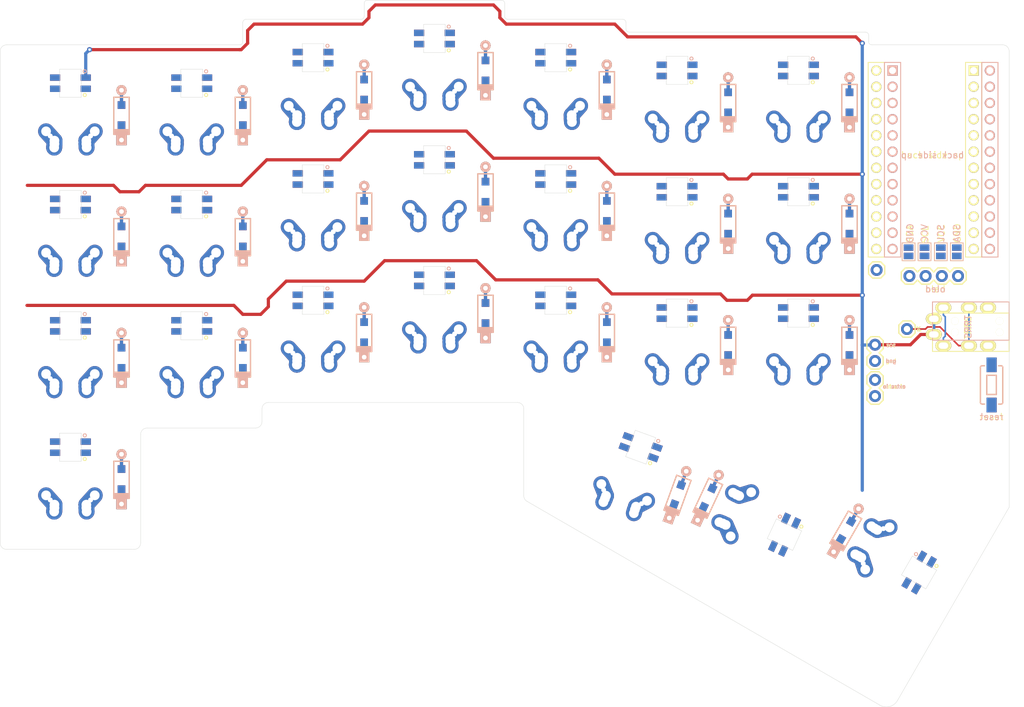
<source format=kicad_pcb>
(kicad_pcb (version 20171130) (host pcbnew 5.1.2)
  (layers (0 F.Cu signal) (31 B.Cu signal) (34 B.Paste user) (35 F.Paste user) (36 B.SilkS user) (37 F.SilkS user) (38 B.Mask user) (39 F.Mask user) (44 Edge.Cuts user))
  (net 0 "")
  (net 1 "Net-(D1-Pad2)")
  (net 2 /row0)
  (net 3 "Net-(D2-Pad2)")
  (net 4 "Net-(D3-Pad2)")
  (net 5 "Net-(D4-Pad2)")
  (net 6 "Net-(D5-Pad2)")
  (net 7 "Net-(D6-Pad2)")
  (net 8 "Net-(D7-Pad2)")
  (net 9 "Net-(D8-Pad2)")
  (net 10 /row1)
  (net 11 "Net-(D9-Pad2)")
  (net 12 "Net-(D10-Pad2)")
  (net 13 "Net-(D11-Pad2)")
  (net 14 "Net-(D12-Pad2)")
  (net 15 "Net-(D13-Pad2)")
  (net 16 "Net-(D14-Pad2)")
  (net 17 "Net-(D15-Pad2)")
  (net 18 /row2)
  (net 19 "Net-(D16-Pad2)")
  (net 20 "Net-(D17-Pad2)")
  (net 21 "Net-(D18-Pad2)")
  (net 22 "Net-(D19-Pad2)")
  (net 23 "Net-(D20-Pad2)")
  (net 24 "Net-(D21-Pad2)")
  (net 25 "Net-(D22-Pad2)")
  (net 26 /row3)
  (net 27 "Net-(D23-Pad2)")
  (net 28 "Net-(D24-Pad2)")
  (net 29 "Net-(D25-Pad2)")
  (net 30 /rst)
  (net 31 GND)
  (net 32 /pt0)
  (net 33 "Net-(J4-Pad1)")
  (net 34 "Net-(J4-Pad2)")
  (net 35 "Net-(J4-Pad3)")
  (net 36 "Net-(J4-Pad4)")
  (net 37 "Net-(J7-Pad1)")
  (net 38 "Net-(J7-Pad2)")
  (net 39 /xd0)
  (net 40 /col0)
  (net 41 /col1)
  (net 42 /col2)
  (net 43 /col3)
  (net 44 /col4)
  (net 45 /col5)
  (net 46 /col6)
  (net 47 VCC)
  (net 48 /led)
  (net 49 "Net-(L1-Pad1)")
  (net 50 "Net-(L2-Pad1)")
  (net 51 "Net-(L3-Pad1)")
  (net 52 "Net-(L4-Pad1)")
  (net 53 "Net-(L5-Pad1)")
  (net 54 "Net-(L6-Pad1)")
  (net 55 "Net-(L14-Pad3)")
  (net 56 "Net-(L15-Pad3)")
  (net 57 "Net-(L8-Pad3)")
  (net 58 "Net-(L10-Pad1)")
  (net 59 "Net-(L10-Pad3)")
  (net 60 "Net-(L11-Pad3)")
  (net 61 "Net-(L12-Pad3)")
  (net 62 "Net-(L13-Pad3)")
  (net 63 "Net-(L15-Pad1)")
  (net 64 "Net-(L16-Pad1)")
  (net 65 "Net-(L17-Pad1)")
  (net 66 "Net-(L18-Pad1)")
  (net 67 "Net-(L19-Pad1)")
  (net 68 "Net-(L20-Pad1)")
  (net 69 "Net-(L21-Pad1)")
  (net 70 "Net-(L22-Pad1)")
  (net 71 "Net-(L22-Pad3)")
  (net 72 "Net-(L23-Pad3)")
  (net 73 "Net-(L24-Pad3)")
  (net 74 /scl)
  (net 75 "Net-(U1-Pad24)")
  (net 76 /sda)
  (net 77 /serial)
  (module MountingHole:MountingHole_4mm (layer F.Cu) (at 78.25 98.5)
    (fp_text reference REF** hide)
    (fp_text value MountingHole_4mm)
    (pad 1 np_thru_hole circle (at 0 0) (size 4 4) (drill 4) (layers *.Cu *.Mask))
  )
  (module MountingHole:MountingHole_4mm (layer F.Cu) (at 149 98)
    (fp_text reference REF** hide)
    (fp_text value MountingHole_4mm)
    (pad 1 np_thru_hole circle (at 0 0) (size 4 4) (drill 4) (layers *.Cu *.Mask))
  )
  (module MountingHole:MountingHole_4mm (layer F.Cu) (at 173.5 77.5)
    (fp_text reference REF** hide)
    (fp_text value MountingHole_4mm)
    (pad 1 np_thru_hole circle (at 0 0) (size 4 4) (drill 4) (layers *.Cu *.Mask))
  )
  (module MountingHole:MountingHole_4mm (layer F.Cu) (at 173.5 58.5)
    (fp_text reference REF** hide)
    (fp_text value MountingHole_4mm)
    (pad 1 np_thru_hole circle (at 0 0) (size 4 4) (drill 4) (layers *.Cu *.Mask))
  )
  (module MountingHole:MountingHole_4mm (layer F.Cu) (at 187.25 107)
    (fp_text reference REF** hide)
    (fp_text value MountingHole_4mm)
    (pad 1 np_thru_hole circle (at 0 0) (size 4 4) (drill 4) (layers *.Cu *.Mask))
  )
  (module MountingHole:MountingHole_4mm (layer F.Cu) (at 97.5 79.5)
    (fp_text reference REF** hide)
    (fp_text value MountingHole_4mm)
    (pad 1 np_thru_hole circle (at 0 0) (size 4 4) (drill 4) (layers *.Cu *.Mask))
  )
  (module MountingHole:MountingHole_4mm (layer F.Cu) (at 116.5 56.5)
    (fp_text reference REF** hide)
    (fp_text value MountingHole_4mm)
    (pad 1 np_thru_hole circle (at 0 0) (size 4 4) (drill 4) (layers *.Cu *.Mask))
  )
  (module MountingHole:MountingHole_4mm (layer F.Cu) (at 78.5 60.5)
    (fp_text reference REF** hide)
    (fp_text value MountingHole_4mm)
    (pad 1 np_thru_hole circle (at 0 0) (size 4 4) (drill 4) (layers *.Cu *.Mask))
  )
  (module promicro:ProMicro-reversible (layer F.Cu) (at 203.5 57.5)
    (fp_text reference U1 hide)
    (fp_text value ProMicro)
    (pad 1 thru_hole rect (at 6.94 -13.48 90) (size 1.6 1.6) (drill 1.1) (layers *.Cu *.Mask F.SilkS) (net 48 /led))
    (pad 2 thru_hole circle (at 6.94 -10.94 90) (size 1.6 1.6) (drill 1.1) (layers *.Cu *.Mask F.SilkS) (net 77 /serial))
    (pad 3 thru_hole circle (at 6.94 -8.4 90) (size 1.6 1.6) (drill 1.1) (layers *.Cu *.Mask F.SilkS) (net 31 GND))
    (pad 4 thru_hole circle (at 6.94 -5.86 90) (size 1.6 1.6) (drill 1.1) (layers *.Cu *.Mask F.SilkS) (net 31 GND))
    (pad 5 thru_hole circle (at 6.94 -3.32 90) (size 1.6 1.6) (drill 1.1) (layers *.Cu *.Mask F.SilkS) (net 74 /scl))
    (pad 6 thru_hole circle (at 6.94 -0.78 90) (size 1.6 1.6) (drill 1.1) (layers *.Cu *.Mask F.SilkS) (net 76 /sda))
    (pad 7 thru_hole circle (at 6.94 1.76 90) (size 1.6 1.6) (drill 1.1) (layers *.Cu *.Mask F.SilkS) (net 2 /row0))
    (pad 8 thru_hole circle (at 6.94 4.3 90) (size 1.6 1.6) (drill 1.1) (layers *.Cu *.Mask F.SilkS) (net 10 /row1))
    (pad 9 thru_hole circle (at 6.94 6.84 90) (size 1.6 1.6) (drill 1.1) (layers *.Cu *.Mask F.SilkS) (net 18 /row2))
    (pad 10 thru_hole circle (at 6.94 9.38 90) (size 1.6 1.6) (drill 1.1) (layers *.Cu *.Mask F.SilkS) (net 26 /row3))
    (pad 11 thru_hole circle (at 6.94 11.92 90) (size 1.6 1.6) (drill 1.1) (layers *.Cu *.Mask F.SilkS) (net 38 "Net-(J7-Pad2)"))
    (pad 12 thru_hole circle (at 6.94 14.46 90) (size 1.6 1.6) (drill 1.1) (layers *.Cu *.Mask F.SilkS) (net 37 "Net-(J7-Pad1)"))
    (pad 13 thru_hole circle (at -8.3 14.46 90) (size 1.6 1.6) (drill 1.1) (layers *.Cu *.Mask F.SilkS) (net 39 /xd0))
    (pad 14 thru_hole circle (at -8.3 11.92 90) (size 1.6 1.6) (drill 1.1) (layers *.Cu *.Mask F.SilkS) (net 46 /col6))
    (pad 15 thru_hole circle (at -8.3 9.38 90) (size 1.6 1.6) (drill 1.1) (layers *.Cu *.Mask F.SilkS) (net 45 /col5))
    (pad 16 thru_hole circle (at -8.3 6.84 90) (size 1.6 1.6) (drill 1.1) (layers *.Cu *.Mask F.SilkS) (net 44 /col4))
    (pad 17 thru_hole circle (at -8.3 4.3 90) (size 1.6 1.6) (drill 1.1) (layers *.Cu *.Mask F.SilkS) (net 43 /col3))
    (pad 18 thru_hole circle (at -8.3 1.76 90) (size 1.6 1.6) (drill 1.1) (layers *.Cu *.Mask F.SilkS) (net 42 /col2))
    (pad 19 thru_hole circle (at -8.3 -0.78 90) (size 1.6 1.6) (drill 1.1) (layers *.Cu *.Mask F.SilkS) (net 41 /col1))
    (pad 20 thru_hole circle (at -8.3 -3.32 90) (size 1.6 1.6) (drill 1.1) (layers *.Cu *.Mask F.SilkS) (net 40 /col0))
    (pad 21 thru_hole circle (at -8.3 -5.86 90) (size 1.6 1.6) (drill 1.1) (layers *.Cu *.Mask F.SilkS) (net 47 VCC))
    (pad 22 thru_hole circle (at -8.3 -8.4 90) (size 1.6 1.6) (drill 1.1) (layers *.Cu *.Mask F.SilkS) (net 30 /rst))
    (pad 23 thru_hole circle (at -8.3 -10.94 90) (size 1.6 1.6) (drill 1.1) (layers *.Cu *.Mask F.SilkS) (net 31 GND))
    (pad 24 thru_hole circle (at -8.3 -13.48 90) (size 1.6 1.6) (drill 1.1) (layers *.Cu *.Mask F.SilkS) (net 75 "Net-(U1-Pad24)"))
    (pad 17 thru_hole circle (at 9.48 4.3 90) (size 1.6 1.6) (drill 1.1) (layers *.Cu *.Mask B.SilkS) (net 43 /col3))
    (pad 2 thru_hole circle (at -5.76 -10.94 90) (size 1.6 1.6) (drill 1.1) (layers *.Cu *.Mask B.SilkS) (net 77 /serial))
    (pad 8 thru_hole circle (at -5.76 4.3 90) (size 1.6 1.6) (drill 1.1) (layers *.Cu *.Mask B.SilkS) (net 10 /row1))
    (pad 20 thru_hole circle (at 9.48 -3.32 90) (size 1.6 1.6) (drill 1.1) (layers *.Cu *.Mask B.SilkS) (net 40 /col0))
    (pad 15 thru_hole circle (at 9.48 9.38 90) (size 1.6 1.6) (drill 1.1) (layers *.Cu *.Mask B.SilkS) (net 45 /col5))
    (pad 5 thru_hole circle (at -5.76 -3.32 90) (size 1.6 1.6) (drill 1.1) (layers *.Cu *.Mask B.SilkS) (net 74 /scl))
    (pad 19 thru_hole circle (at 9.48 -0.78 90) (size 1.6 1.6) (drill 1.1) (layers *.Cu *.Mask B.SilkS) (net 41 /col1))
    (pad 7 thru_hole circle (at -5.76 1.76 90) (size 1.6 1.6) (drill 1.1) (layers *.Cu *.Mask B.SilkS) (net 2 /row0))
    (pad 6 thru_hole circle (at -5.76 -0.78 90) (size 1.6 1.6) (drill 1.1) (layers *.Cu *.Mask B.SilkS) (net 76 /sda))
    (pad 9 thru_hole circle (at -5.76 6.84 90) (size 1.6 1.6) (drill 1.1) (layers *.Cu *.Mask B.SilkS) (net 18 /row2))
    (pad 10 thru_hole circle (at -5.76 9.38 90) (size 1.6 1.6) (drill 1.1) (layers *.Cu *.Mask B.SilkS) (net 26 /row3))
    (pad 14 thru_hole circle (at 9.48 11.92 90) (size 1.6 1.6) (drill 1.1) (layers *.Cu *.Mask B.SilkS) (net 46 /col6))
    (pad 4 thru_hole circle (at -5.76 -5.86 90) (size 1.6 1.6) (drill 1.1) (layers *.Cu *.Mask B.SilkS) (net 31 GND))
    (pad 13 thru_hole circle (at 9.48 14.46 90) (size 1.6 1.6) (drill 1.1) (layers *.Cu *.Mask B.SilkS) (net 39 /xd0))
    (pad 23 thru_hole circle (at 9.48 -10.94 90) (size 1.6 1.6) (drill 1.1) (layers *.Cu *.Mask B.SilkS) (net 31 GND))
    (pad 12 thru_hole circle (at -5.76 14.46 90) (size 1.6 1.6) (drill 1.1) (layers *.Cu *.Mask B.SilkS) (net 37 "Net-(J7-Pad1)"))
    (pad 18 thru_hole circle (at 9.48 1.76 90) (size 1.6 1.6) (drill 1.1) (layers *.Cu *.Mask B.SilkS) (net 42 /col2))
    (pad 1 thru_hole rect (at -5.76 -13.48 90) (size 1.6 1.6) (drill 1.1) (layers *.Cu *.Mask B.SilkS) (net 48 /led))
    (pad 22 thru_hole circle (at 9.48 -8.4 90) (size 1.6 1.6) (drill 1.1) (layers *.Cu *.Mask B.SilkS) (net 30 /rst))
    (pad 11 thru_hole circle (at -5.76 11.92 90) (size 1.6 1.6) (drill 1.1) (layers *.Cu *.Mask B.SilkS) (net 38 "Net-(J7-Pad2)"))
    (pad 16 thru_hole circle (at 9.48 6.84 90) (size 1.6 1.6) (drill 1.1) (layers *.Cu *.Mask B.SilkS) (net 44 /col4))
    (pad 24 thru_hole circle (at 9.48 -13.48 90) (size 1.6 1.6) (drill 1.1) (layers *.Cu *.Mask B.SilkS) (net 75 "Net-(U1-Pad24)"))
    (pad 21 thru_hole circle (at 9.48 -5.86 90) (size 1.6 1.6) (drill 1.1) (layers *.Cu *.Mask B.SilkS) (net 47 VCC))
    (pad 3 thru_hole circle (at -5.76 -8.4 90) (size 1.6 1.6) (drill 1.1) (layers *.Cu *.Mask B.SilkS) (net 31 GND))
  )
  (module spacetime-keyboard:D_SOD123_axial_reversible (layer F.Cu) (at 77 108 90)
    (fp_text reference D22 hide)
    (fp_text value D hide)
    (pad 1 smd rect (at -2.7 0 90) (size 2.5 0.5) (layers B.Cu) (net 26 /row3))
    (pad 1 smd rect (at -1.575 0 90) (size 1.2 1.2) (layers B.Cu B.Paste B.Mask) (net 26 /row3))
    (pad 2 smd rect (at 2.7 0 90) (size 2.5 0.5) (layers B.Cu) (net 25 "Net-(D22-Pad2)"))
    (pad 2 smd rect (at 1.575 0 90) (size 1.2 1.2) (layers B.Cu B.Paste B.Mask) (net 25 "Net-(D22-Pad2)"))
    (pad 2 smd rect (at 1.575 0 90) (size 1.2 1.2) (layers F.Cu F.Paste F.Mask) (net 25 "Net-(D22-Pad2)"))
    (pad 1 smd rect (at -1.575 0 90) (size 1.2 1.2) (layers F.Cu F.Paste F.Mask) (net 26 /row3))
    (pad 1 thru_hole rect (at -3.9 0 90) (size 1.6 1.6) (drill 0.7) (layers *.Cu *.Mask F.SilkS) (net 26 /row3))
    (pad 2 thru_hole circle (at 3.9 0 90) (size 1.6 1.6) (drill 0.7) (layers *.Cu *.Mask F.SilkS) (net 25 "Net-(D22-Pad2)"))
    (pad 1 smd rect (at -2.7 0 90) (size 2.5 0.5) (layers F.Cu) (net 26 /row3))
    (pad 2 smd rect (at 2.7 0 90) (size 2.5 0.5) (layers F.Cu) (net 25 "Net-(D22-Pad2)"))
    (pad 2 thru_hole circle (at 3.9 0 90) (size 1.6 1.6) (drill 0.7) (layers *.Cu *.Mask B.SilkS) (net 25 "Net-(D22-Pad2)"))
    (pad 1 thru_hole rect (at -3.9 0 90) (size 1.6 1.6) (drill 0.7) (layers *.Cu *.Mask B.SilkS) (net 26 /row3))
  )
  (module spacetime-keyboard:D_SOD123_axial_reversible (layer F.Cu) (at 172 49 90)
    (fp_text reference D6 hide)
    (fp_text value D hide)
    (pad 1 smd rect (at -2.7 0 90) (size 2.5 0.5) (layers B.Cu) (net 2 /row0))
    (pad 1 smd rect (at -1.575 0 90) (size 1.2 1.2) (layers B.Cu B.Paste B.Mask) (net 2 /row0))
    (pad 2 smd rect (at 2.7 0 90) (size 2.5 0.5) (layers B.Cu) (net 7 "Net-(D6-Pad2)"))
    (pad 2 smd rect (at 1.575 0 90) (size 1.2 1.2) (layers B.Cu B.Paste B.Mask) (net 7 "Net-(D6-Pad2)"))
    (pad 2 smd rect (at 1.575 0 90) (size 1.2 1.2) (layers F.Cu F.Paste F.Mask) (net 7 "Net-(D6-Pad2)"))
    (pad 1 smd rect (at -1.575 0 90) (size 1.2 1.2) (layers F.Cu F.Paste F.Mask) (net 2 /row0))
    (pad 1 thru_hole rect (at -3.9 0 90) (size 1.6 1.6) (drill 0.7) (layers *.Cu *.Mask F.SilkS) (net 2 /row0))
    (pad 2 thru_hole circle (at 3.9 0 90) (size 1.6 1.6) (drill 0.7) (layers *.Cu *.Mask F.SilkS) (net 7 "Net-(D6-Pad2)"))
    (pad 1 smd rect (at -2.7 0 90) (size 2.5 0.5) (layers F.Cu) (net 2 /row0))
    (pad 2 smd rect (at 2.7 0 90) (size 2.5 0.5) (layers F.Cu) (net 7 "Net-(D6-Pad2)"))
    (pad 2 thru_hole circle (at 3.9 0 90) (size 1.6 1.6) (drill 0.7) (layers *.Cu *.Mask B.SilkS) (net 7 "Net-(D6-Pad2)"))
    (pad 1 thru_hole rect (at -3.9 0 90) (size 1.6 1.6) (drill 0.7) (layers *.Cu *.Mask B.SilkS) (net 2 /row0))
  )
  (module spacetime-keyboard:D_SOD123_axial_reversible (layer F.Cu) (at 77 51 90)
    (fp_text reference D1 hide)
    (fp_text value D hide)
    (pad 1 smd rect (at -2.7 0 90) (size 2.5 0.5) (layers B.Cu) (net 2 /row0))
    (pad 1 smd rect (at -1.575 0 90) (size 1.2 1.2) (layers B.Cu B.Paste B.Mask) (net 2 /row0))
    (pad 2 smd rect (at 2.7 0 90) (size 2.5 0.5) (layers B.Cu) (net 1 "Net-(D1-Pad2)"))
    (pad 2 smd rect (at 1.575 0 90) (size 1.2 1.2) (layers B.Cu B.Paste B.Mask) (net 1 "Net-(D1-Pad2)"))
    (pad 2 smd rect (at 1.575 0 90) (size 1.2 1.2) (layers F.Cu F.Paste F.Mask) (net 1 "Net-(D1-Pad2)"))
    (pad 1 smd rect (at -1.575 0 90) (size 1.2 1.2) (layers F.Cu F.Paste F.Mask) (net 2 /row0))
    (pad 1 thru_hole rect (at -3.9 0 90) (size 1.6 1.6) (drill 0.7) (layers *.Cu *.Mask F.SilkS) (net 2 /row0))
    (pad 2 thru_hole circle (at 3.9 0 90) (size 1.6 1.6) (drill 0.7) (layers *.Cu *.Mask F.SilkS) (net 1 "Net-(D1-Pad2)"))
    (pad 1 smd rect (at -2.7 0 90) (size 2.5 0.5) (layers F.Cu) (net 2 /row0))
    (pad 2 smd rect (at 2.7 0 90) (size 2.5 0.5) (layers F.Cu) (net 1 "Net-(D1-Pad2)"))
    (pad 2 thru_hole circle (at 3.9 0 90) (size 1.6 1.6) (drill 0.7) (layers *.Cu *.Mask B.SilkS) (net 1 "Net-(D1-Pad2)"))
    (pad 1 thru_hole rect (at -3.9 0 90) (size 1.6 1.6) (drill 0.7) (layers *.Cu *.Mask B.SilkS) (net 2 /row0))
  )
  (module spacetime-keyboard:D_SOD123_axial_reversible (layer F.Cu) (at 96 51 90)
    (fp_text reference D2 hide)
    (fp_text value D hide)
    (pad 1 smd rect (at -2.7 0 90) (size 2.5 0.5) (layers B.Cu) (net 2 /row0))
    (pad 1 smd rect (at -1.575 0 90) (size 1.2 1.2) (layers B.Cu B.Paste B.Mask) (net 2 /row0))
    (pad 2 smd rect (at 2.7 0 90) (size 2.5 0.5) (layers B.Cu) (net 3 "Net-(D2-Pad2)"))
    (pad 2 smd rect (at 1.575 0 90) (size 1.2 1.2) (layers B.Cu B.Paste B.Mask) (net 3 "Net-(D2-Pad2)"))
    (pad 2 smd rect (at 1.575 0 90) (size 1.2 1.2) (layers F.Cu F.Paste F.Mask) (net 3 "Net-(D2-Pad2)"))
    (pad 1 smd rect (at -1.575 0 90) (size 1.2 1.2) (layers F.Cu F.Paste F.Mask) (net 2 /row0))
    (pad 1 thru_hole rect (at -3.9 0 90) (size 1.6 1.6) (drill 0.7) (layers *.Cu *.Mask F.SilkS) (net 2 /row0))
    (pad 2 thru_hole circle (at 3.9 0 90) (size 1.6 1.6) (drill 0.7) (layers *.Cu *.Mask F.SilkS) (net 3 "Net-(D2-Pad2)"))
    (pad 1 smd rect (at -2.7 0 90) (size 2.5 0.5) (layers F.Cu) (net 2 /row0))
    (pad 2 smd rect (at 2.7 0 90) (size 2.5 0.5) (layers F.Cu) (net 3 "Net-(D2-Pad2)"))
    (pad 2 thru_hole circle (at 3.9 0 90) (size 1.6 1.6) (drill 0.7) (layers *.Cu *.Mask B.SilkS) (net 3 "Net-(D2-Pad2)"))
    (pad 1 thru_hole rect (at -3.9 0 90) (size 1.6 1.6) (drill 0.7) (layers *.Cu *.Mask B.SilkS) (net 2 /row0))
  )
  (module spacetime-keyboard:D_SOD123_axial_reversible (layer F.Cu) (at 115 47 90)
    (fp_text reference D3 hide)
    (fp_text value D hide)
    (pad 1 smd rect (at -2.7 0 90) (size 2.5 0.5) (layers B.Cu) (net 2 /row0))
    (pad 1 smd rect (at -1.575 0 90) (size 1.2 1.2) (layers B.Cu B.Paste B.Mask) (net 2 /row0))
    (pad 2 smd rect (at 2.7 0 90) (size 2.5 0.5) (layers B.Cu) (net 4 "Net-(D3-Pad2)"))
    (pad 2 smd rect (at 1.575 0 90) (size 1.2 1.2) (layers B.Cu B.Paste B.Mask) (net 4 "Net-(D3-Pad2)"))
    (pad 2 smd rect (at 1.575 0 90) (size 1.2 1.2) (layers F.Cu F.Paste F.Mask) (net 4 "Net-(D3-Pad2)"))
    (pad 1 smd rect (at -1.575 0 90) (size 1.2 1.2) (layers F.Cu F.Paste F.Mask) (net 2 /row0))
    (pad 1 thru_hole rect (at -3.9 0 90) (size 1.6 1.6) (drill 0.7) (layers *.Cu *.Mask F.SilkS) (net 2 /row0))
    (pad 2 thru_hole circle (at 3.9 0 90) (size 1.6 1.6) (drill 0.7) (layers *.Cu *.Mask F.SilkS) (net 4 "Net-(D3-Pad2)"))
    (pad 1 smd rect (at -2.7 0 90) (size 2.5 0.5) (layers F.Cu) (net 2 /row0))
    (pad 2 smd rect (at 2.7 0 90) (size 2.5 0.5) (layers F.Cu) (net 4 "Net-(D3-Pad2)"))
    (pad 2 thru_hole circle (at 3.9 0 90) (size 1.6 1.6) (drill 0.7) (layers *.Cu *.Mask B.SilkS) (net 4 "Net-(D3-Pad2)"))
    (pad 1 thru_hole rect (at -3.9 0 90) (size 1.6 1.6) (drill 0.7) (layers *.Cu *.Mask B.SilkS) (net 2 /row0))
  )
  (module spacetime-keyboard:D_SOD123_axial_reversible (layer F.Cu) (at 134 44 90)
    (fp_text reference D4 hide)
    (fp_text value D hide)
    (pad 1 smd rect (at -2.7 0 90) (size 2.5 0.5) (layers B.Cu) (net 2 /row0))
    (pad 1 smd rect (at -1.575 0 90) (size 1.2 1.2) (layers B.Cu B.Paste B.Mask) (net 2 /row0))
    (pad 2 smd rect (at 2.7 0 90) (size 2.5 0.5) (layers B.Cu) (net 5 "Net-(D4-Pad2)"))
    (pad 2 smd rect (at 1.575 0 90) (size 1.2 1.2) (layers B.Cu B.Paste B.Mask) (net 5 "Net-(D4-Pad2)"))
    (pad 2 smd rect (at 1.575 0 90) (size 1.2 1.2) (layers F.Cu F.Paste F.Mask) (net 5 "Net-(D4-Pad2)"))
    (pad 1 smd rect (at -1.575 0 90) (size 1.2 1.2) (layers F.Cu F.Paste F.Mask) (net 2 /row0))
    (pad 1 thru_hole rect (at -3.9 0 90) (size 1.6 1.6) (drill 0.7) (layers *.Cu *.Mask F.SilkS) (net 2 /row0))
    (pad 2 thru_hole circle (at 3.9 0 90) (size 1.6 1.6) (drill 0.7) (layers *.Cu *.Mask F.SilkS) (net 5 "Net-(D4-Pad2)"))
    (pad 1 smd rect (at -2.7 0 90) (size 2.5 0.5) (layers F.Cu) (net 2 /row0))
    (pad 2 smd rect (at 2.7 0 90) (size 2.5 0.5) (layers F.Cu) (net 5 "Net-(D4-Pad2)"))
    (pad 2 thru_hole circle (at 3.9 0 90) (size 1.6 1.6) (drill 0.7) (layers *.Cu *.Mask B.SilkS) (net 5 "Net-(D4-Pad2)"))
    (pad 1 thru_hole rect (at -3.9 0 90) (size 1.6 1.6) (drill 0.7) (layers *.Cu *.Mask B.SilkS) (net 2 /row0))
  )
  (module spacetime-keyboard:D_SOD123_axial_reversible (layer F.Cu) (at 153 47 90)
    (fp_text reference D5 hide)
    (fp_text value D hide)
    (pad 1 smd rect (at -2.7 0 90) (size 2.5 0.5) (layers B.Cu) (net 2 /row0))
    (pad 1 smd rect (at -1.575 0 90) (size 1.2 1.2) (layers B.Cu B.Paste B.Mask) (net 2 /row0))
    (pad 2 smd rect (at 2.7 0 90) (size 2.5 0.5) (layers B.Cu) (net 6 "Net-(D5-Pad2)"))
    (pad 2 smd rect (at 1.575 0 90) (size 1.2 1.2) (layers B.Cu B.Paste B.Mask) (net 6 "Net-(D5-Pad2)"))
    (pad 2 smd rect (at 1.575 0 90) (size 1.2 1.2) (layers F.Cu F.Paste F.Mask) (net 6 "Net-(D5-Pad2)"))
    (pad 1 smd rect (at -1.575 0 90) (size 1.2 1.2) (layers F.Cu F.Paste F.Mask) (net 2 /row0))
    (pad 1 thru_hole rect (at -3.9 0 90) (size 1.6 1.6) (drill 0.7) (layers *.Cu *.Mask F.SilkS) (net 2 /row0))
    (pad 2 thru_hole circle (at 3.9 0 90) (size 1.6 1.6) (drill 0.7) (layers *.Cu *.Mask F.SilkS) (net 6 "Net-(D5-Pad2)"))
    (pad 1 smd rect (at -2.7 0 90) (size 2.5 0.5) (layers F.Cu) (net 2 /row0))
    (pad 2 smd rect (at 2.7 0 90) (size 2.5 0.5) (layers F.Cu) (net 6 "Net-(D5-Pad2)"))
    (pad 2 thru_hole circle (at 3.9 0 90) (size 1.6 1.6) (drill 0.7) (layers *.Cu *.Mask B.SilkS) (net 6 "Net-(D5-Pad2)"))
    (pad 1 thru_hole rect (at -3.9 0 90) (size 1.6 1.6) (drill 0.7) (layers *.Cu *.Mask B.SilkS) (net 2 /row0))
  )
  (module spacetime-keyboard:D_SOD123_axial_reversible (layer F.Cu) (at 191 49 90)
    (fp_text reference D7 hide)
    (fp_text value D hide)
    (pad 1 smd rect (at -2.7 0 90) (size 2.5 0.5) (layers B.Cu) (net 2 /row0))
    (pad 1 smd rect (at -1.575 0 90) (size 1.2 1.2) (layers B.Cu B.Paste B.Mask) (net 2 /row0))
    (pad 2 smd rect (at 2.7 0 90) (size 2.5 0.5) (layers B.Cu) (net 8 "Net-(D7-Pad2)"))
    (pad 2 smd rect (at 1.575 0 90) (size 1.2 1.2) (layers B.Cu B.Paste B.Mask) (net 8 "Net-(D7-Pad2)"))
    (pad 2 smd rect (at 1.575 0 90) (size 1.2 1.2) (layers F.Cu F.Paste F.Mask) (net 8 "Net-(D7-Pad2)"))
    (pad 1 smd rect (at -1.575 0 90) (size 1.2 1.2) (layers F.Cu F.Paste F.Mask) (net 2 /row0))
    (pad 1 thru_hole rect (at -3.9 0 90) (size 1.6 1.6) (drill 0.7) (layers *.Cu *.Mask F.SilkS) (net 2 /row0))
    (pad 2 thru_hole circle (at 3.9 0 90) (size 1.6 1.6) (drill 0.7) (layers *.Cu *.Mask F.SilkS) (net 8 "Net-(D7-Pad2)"))
    (pad 1 smd rect (at -2.7 0 90) (size 2.5 0.5) (layers F.Cu) (net 2 /row0))
    (pad 2 smd rect (at 2.7 0 90) (size 2.5 0.5) (layers F.Cu) (net 8 "Net-(D7-Pad2)"))
    (pad 2 thru_hole circle (at 3.9 0 90) (size 1.6 1.6) (drill 0.7) (layers *.Cu *.Mask B.SilkS) (net 8 "Net-(D7-Pad2)"))
    (pad 1 thru_hole rect (at -3.9 0 90) (size 1.6 1.6) (drill 0.7) (layers *.Cu *.Mask B.SilkS) (net 2 /row0))
  )
  (module spacetime-keyboard:D_SOD123_axial_reversible (layer F.Cu) (at 77 70 90)
    (fp_text reference D8 hide)
    (fp_text value D hide)
    (pad 1 smd rect (at -2.7 0 90) (size 2.5 0.5) (layers B.Cu) (net 10 /row1))
    (pad 1 smd rect (at -1.575 0 90) (size 1.2 1.2) (layers B.Cu B.Paste B.Mask) (net 10 /row1))
    (pad 2 smd rect (at 2.7 0 90) (size 2.5 0.5) (layers B.Cu) (net 9 "Net-(D8-Pad2)"))
    (pad 2 smd rect (at 1.575 0 90) (size 1.2 1.2) (layers B.Cu B.Paste B.Mask) (net 9 "Net-(D8-Pad2)"))
    (pad 2 smd rect (at 1.575 0 90) (size 1.2 1.2) (layers F.Cu F.Paste F.Mask) (net 9 "Net-(D8-Pad2)"))
    (pad 1 smd rect (at -1.575 0 90) (size 1.2 1.2) (layers F.Cu F.Paste F.Mask) (net 10 /row1))
    (pad 1 thru_hole rect (at -3.9 0 90) (size 1.6 1.6) (drill 0.7) (layers *.Cu *.Mask F.SilkS) (net 10 /row1))
    (pad 2 thru_hole circle (at 3.9 0 90) (size 1.6 1.6) (drill 0.7) (layers *.Cu *.Mask F.SilkS) (net 9 "Net-(D8-Pad2)"))
    (pad 1 smd rect (at -2.7 0 90) (size 2.5 0.5) (layers F.Cu) (net 10 /row1))
    (pad 2 smd rect (at 2.7 0 90) (size 2.5 0.5) (layers F.Cu) (net 9 "Net-(D8-Pad2)"))
    (pad 2 thru_hole circle (at 3.9 0 90) (size 1.6 1.6) (drill 0.7) (layers *.Cu *.Mask B.SilkS) (net 9 "Net-(D8-Pad2)"))
    (pad 1 thru_hole rect (at -3.9 0 90) (size 1.6 1.6) (drill 0.7) (layers *.Cu *.Mask B.SilkS) (net 10 /row1))
  )
  (module spacetime-keyboard:D_SOD123_axial_reversible (layer F.Cu) (at 96 70 90)
    (fp_text reference D9 hide)
    (fp_text value D hide)
    (pad 1 smd rect (at -2.7 0 90) (size 2.5 0.5) (layers B.Cu) (net 10 /row1))
    (pad 1 smd rect (at -1.575 0 90) (size 1.2 1.2) (layers B.Cu B.Paste B.Mask) (net 10 /row1))
    (pad 2 smd rect (at 2.7 0 90) (size 2.5 0.5) (layers B.Cu) (net 11 "Net-(D9-Pad2)"))
    (pad 2 smd rect (at 1.575 0 90) (size 1.2 1.2) (layers B.Cu B.Paste B.Mask) (net 11 "Net-(D9-Pad2)"))
    (pad 2 smd rect (at 1.575 0 90) (size 1.2 1.2) (layers F.Cu F.Paste F.Mask) (net 11 "Net-(D9-Pad2)"))
    (pad 1 smd rect (at -1.575 0 90) (size 1.2 1.2) (layers F.Cu F.Paste F.Mask) (net 10 /row1))
    (pad 1 thru_hole rect (at -3.9 0 90) (size 1.6 1.6) (drill 0.7) (layers *.Cu *.Mask F.SilkS) (net 10 /row1))
    (pad 2 thru_hole circle (at 3.9 0 90) (size 1.6 1.6) (drill 0.7) (layers *.Cu *.Mask F.SilkS) (net 11 "Net-(D9-Pad2)"))
    (pad 1 smd rect (at -2.7 0 90) (size 2.5 0.5) (layers F.Cu) (net 10 /row1))
    (pad 2 smd rect (at 2.7 0 90) (size 2.5 0.5) (layers F.Cu) (net 11 "Net-(D9-Pad2)"))
    (pad 2 thru_hole circle (at 3.9 0 90) (size 1.6 1.6) (drill 0.7) (layers *.Cu *.Mask B.SilkS) (net 11 "Net-(D9-Pad2)"))
    (pad 1 thru_hole rect (at -3.9 0 90) (size 1.6 1.6) (drill 0.7) (layers *.Cu *.Mask B.SilkS) (net 10 /row1))
  )
  (module spacetime-keyboard:D_SOD123_axial_reversible (layer F.Cu) (at 115 66 90)
    (fp_text reference D10 hide)
    (fp_text value D hide)
    (pad 1 smd rect (at -2.7 0 90) (size 2.5 0.5) (layers B.Cu) (net 10 /row1))
    (pad 1 smd rect (at -1.575 0 90) (size 1.2 1.2) (layers B.Cu B.Paste B.Mask) (net 10 /row1))
    (pad 2 smd rect (at 2.7 0 90) (size 2.5 0.5) (layers B.Cu) (net 12 "Net-(D10-Pad2)"))
    (pad 2 smd rect (at 1.575 0 90) (size 1.2 1.2) (layers B.Cu B.Paste B.Mask) (net 12 "Net-(D10-Pad2)"))
    (pad 2 smd rect (at 1.575 0 90) (size 1.2 1.2) (layers F.Cu F.Paste F.Mask) (net 12 "Net-(D10-Pad2)"))
    (pad 1 smd rect (at -1.575 0 90) (size 1.2 1.2) (layers F.Cu F.Paste F.Mask) (net 10 /row1))
    (pad 1 thru_hole rect (at -3.9 0 90) (size 1.6 1.6) (drill 0.7) (layers *.Cu *.Mask F.SilkS) (net 10 /row1))
    (pad 2 thru_hole circle (at 3.9 0 90) (size 1.6 1.6) (drill 0.7) (layers *.Cu *.Mask F.SilkS) (net 12 "Net-(D10-Pad2)"))
    (pad 1 smd rect (at -2.7 0 90) (size 2.5 0.5) (layers F.Cu) (net 10 /row1))
    (pad 2 smd rect (at 2.7 0 90) (size 2.5 0.5) (layers F.Cu) (net 12 "Net-(D10-Pad2)"))
    (pad 2 thru_hole circle (at 3.9 0 90) (size 1.6 1.6) (drill 0.7) (layers *.Cu *.Mask B.SilkS) (net 12 "Net-(D10-Pad2)"))
    (pad 1 thru_hole rect (at -3.9 0 90) (size 1.6 1.6) (drill 0.7) (layers *.Cu *.Mask B.SilkS) (net 10 /row1))
  )
  (module spacetime-keyboard:D_SOD123_axial_reversible (layer F.Cu) (at 134 63 90)
    (fp_text reference D11 hide)
    (fp_text value D hide)
    (pad 1 smd rect (at -2.7 0 90) (size 2.5 0.5) (layers B.Cu) (net 10 /row1))
    (pad 1 smd rect (at -1.575 0 90) (size 1.2 1.2) (layers B.Cu B.Paste B.Mask) (net 10 /row1))
    (pad 2 smd rect (at 2.7 0 90) (size 2.5 0.5) (layers B.Cu) (net 13 "Net-(D11-Pad2)"))
    (pad 2 smd rect (at 1.575 0 90) (size 1.2 1.2) (layers B.Cu B.Paste B.Mask) (net 13 "Net-(D11-Pad2)"))
    (pad 2 smd rect (at 1.575 0 90) (size 1.2 1.2) (layers F.Cu F.Paste F.Mask) (net 13 "Net-(D11-Pad2)"))
    (pad 1 smd rect (at -1.575 0 90) (size 1.2 1.2) (layers F.Cu F.Paste F.Mask) (net 10 /row1))
    (pad 1 thru_hole rect (at -3.9 0 90) (size 1.6 1.6) (drill 0.7) (layers *.Cu *.Mask F.SilkS) (net 10 /row1))
    (pad 2 thru_hole circle (at 3.9 0 90) (size 1.6 1.6) (drill 0.7) (layers *.Cu *.Mask F.SilkS) (net 13 "Net-(D11-Pad2)"))
    (pad 1 smd rect (at -2.7 0 90) (size 2.5 0.5) (layers F.Cu) (net 10 /row1))
    (pad 2 smd rect (at 2.7 0 90) (size 2.5 0.5) (layers F.Cu) (net 13 "Net-(D11-Pad2)"))
    (pad 2 thru_hole circle (at 3.9 0 90) (size 1.6 1.6) (drill 0.7) (layers *.Cu *.Mask B.SilkS) (net 13 "Net-(D11-Pad2)"))
    (pad 1 thru_hole rect (at -3.9 0 90) (size 1.6 1.6) (drill 0.7) (layers *.Cu *.Mask B.SilkS) (net 10 /row1))
  )
  (module spacetime-keyboard:D_SOD123_axial_reversible (layer F.Cu) (at 153 66 90)
    (fp_text reference D12 hide)
    (fp_text value D hide)
    (pad 1 smd rect (at -2.7 0 90) (size 2.5 0.5) (layers B.Cu) (net 10 /row1))
    (pad 1 smd rect (at -1.575 0 90) (size 1.2 1.2) (layers B.Cu B.Paste B.Mask) (net 10 /row1))
    (pad 2 smd rect (at 2.7 0 90) (size 2.5 0.5) (layers B.Cu) (net 14 "Net-(D12-Pad2)"))
    (pad 2 smd rect (at 1.575 0 90) (size 1.2 1.2) (layers B.Cu B.Paste B.Mask) (net 14 "Net-(D12-Pad2)"))
    (pad 2 smd rect (at 1.575 0 90) (size 1.2 1.2) (layers F.Cu F.Paste F.Mask) (net 14 "Net-(D12-Pad2)"))
    (pad 1 smd rect (at -1.575 0 90) (size 1.2 1.2) (layers F.Cu F.Paste F.Mask) (net 10 /row1))
    (pad 1 thru_hole rect (at -3.9 0 90) (size 1.6 1.6) (drill 0.7) (layers *.Cu *.Mask F.SilkS) (net 10 /row1))
    (pad 2 thru_hole circle (at 3.9 0 90) (size 1.6 1.6) (drill 0.7) (layers *.Cu *.Mask F.SilkS) (net 14 "Net-(D12-Pad2)"))
    (pad 1 smd rect (at -2.7 0 90) (size 2.5 0.5) (layers F.Cu) (net 10 /row1))
    (pad 2 smd rect (at 2.7 0 90) (size 2.5 0.5) (layers F.Cu) (net 14 "Net-(D12-Pad2)"))
    (pad 2 thru_hole circle (at 3.9 0 90) (size 1.6 1.6) (drill 0.7) (layers *.Cu *.Mask B.SilkS) (net 14 "Net-(D12-Pad2)"))
    (pad 1 thru_hole rect (at -3.9 0 90) (size 1.6 1.6) (drill 0.7) (layers *.Cu *.Mask B.SilkS) (net 10 /row1))
  )
  (module spacetime-keyboard:D_SOD123_axial_reversible (layer F.Cu) (at 172 68 90)
    (fp_text reference D13 hide)
    (fp_text value D hide)
    (pad 1 smd rect (at -2.7 0 90) (size 2.5 0.5) (layers B.Cu) (net 10 /row1))
    (pad 1 smd rect (at -1.575 0 90) (size 1.2 1.2) (layers B.Cu B.Paste B.Mask) (net 10 /row1))
    (pad 2 smd rect (at 2.7 0 90) (size 2.5 0.5) (layers B.Cu) (net 15 "Net-(D13-Pad2)"))
    (pad 2 smd rect (at 1.575 0 90) (size 1.2 1.2) (layers B.Cu B.Paste B.Mask) (net 15 "Net-(D13-Pad2)"))
    (pad 2 smd rect (at 1.575 0 90) (size 1.2 1.2) (layers F.Cu F.Paste F.Mask) (net 15 "Net-(D13-Pad2)"))
    (pad 1 smd rect (at -1.575 0 90) (size 1.2 1.2) (layers F.Cu F.Paste F.Mask) (net 10 /row1))
    (pad 1 thru_hole rect (at -3.9 0 90) (size 1.6 1.6) (drill 0.7) (layers *.Cu *.Mask F.SilkS) (net 10 /row1))
    (pad 2 thru_hole circle (at 3.9 0 90) (size 1.6 1.6) (drill 0.7) (layers *.Cu *.Mask F.SilkS) (net 15 "Net-(D13-Pad2)"))
    (pad 1 smd rect (at -2.7 0 90) (size 2.5 0.5) (layers F.Cu) (net 10 /row1))
    (pad 2 smd rect (at 2.7 0 90) (size 2.5 0.5) (layers F.Cu) (net 15 "Net-(D13-Pad2)"))
    (pad 2 thru_hole circle (at 3.9 0 90) (size 1.6 1.6) (drill 0.7) (layers *.Cu *.Mask B.SilkS) (net 15 "Net-(D13-Pad2)"))
    (pad 1 thru_hole rect (at -3.9 0 90) (size 1.6 1.6) (drill 0.7) (layers *.Cu *.Mask B.SilkS) (net 10 /row1))
  )
  (module spacetime-keyboard:D_SOD123_axial_reversible (layer F.Cu) (at 191 68 90)
    (fp_text reference D14 hide)
    (fp_text value D hide)
    (pad 1 smd rect (at -2.7 0 90) (size 2.5 0.5) (layers B.Cu) (net 10 /row1))
    (pad 1 smd rect (at -1.575 0 90) (size 1.2 1.2) (layers B.Cu B.Paste B.Mask) (net 10 /row1))
    (pad 2 smd rect (at 2.7 0 90) (size 2.5 0.5) (layers B.Cu) (net 16 "Net-(D14-Pad2)"))
    (pad 2 smd rect (at 1.575 0 90) (size 1.2 1.2) (layers B.Cu B.Paste B.Mask) (net 16 "Net-(D14-Pad2)"))
    (pad 2 smd rect (at 1.575 0 90) (size 1.2 1.2) (layers F.Cu F.Paste F.Mask) (net 16 "Net-(D14-Pad2)"))
    (pad 1 smd rect (at -1.575 0 90) (size 1.2 1.2) (layers F.Cu F.Paste F.Mask) (net 10 /row1))
    (pad 1 thru_hole rect (at -3.9 0 90) (size 1.6 1.6) (drill 0.7) (layers *.Cu *.Mask F.SilkS) (net 10 /row1))
    (pad 2 thru_hole circle (at 3.9 0 90) (size 1.6 1.6) (drill 0.7) (layers *.Cu *.Mask F.SilkS) (net 16 "Net-(D14-Pad2)"))
    (pad 1 smd rect (at -2.7 0 90) (size 2.5 0.5) (layers F.Cu) (net 10 /row1))
    (pad 2 smd rect (at 2.7 0 90) (size 2.5 0.5) (layers F.Cu) (net 16 "Net-(D14-Pad2)"))
    (pad 2 thru_hole circle (at 3.9 0 90) (size 1.6 1.6) (drill 0.7) (layers *.Cu *.Mask B.SilkS) (net 16 "Net-(D14-Pad2)"))
    (pad 1 thru_hole rect (at -3.9 0 90) (size 1.6 1.6) (drill 0.7) (layers *.Cu *.Mask B.SilkS) (net 10 /row1))
  )
  (module spacetime-keyboard:D_SOD123_axial_reversible (layer F.Cu) (at 77 89 90)
    (fp_text reference D15 hide)
    (fp_text value D hide)
    (pad 1 smd rect (at -2.7 0 90) (size 2.5 0.5) (layers B.Cu) (net 18 /row2))
    (pad 1 smd rect (at -1.575 0 90) (size 1.2 1.2) (layers B.Cu B.Paste B.Mask) (net 18 /row2))
    (pad 2 smd rect (at 2.7 0 90) (size 2.5 0.5) (layers B.Cu) (net 17 "Net-(D15-Pad2)"))
    (pad 2 smd rect (at 1.575 0 90) (size 1.2 1.2) (layers B.Cu B.Paste B.Mask) (net 17 "Net-(D15-Pad2)"))
    (pad 2 smd rect (at 1.575 0 90) (size 1.2 1.2) (layers F.Cu F.Paste F.Mask) (net 17 "Net-(D15-Pad2)"))
    (pad 1 smd rect (at -1.575 0 90) (size 1.2 1.2) (layers F.Cu F.Paste F.Mask) (net 18 /row2))
    (pad 1 thru_hole rect (at -3.9 0 90) (size 1.6 1.6) (drill 0.7) (layers *.Cu *.Mask F.SilkS) (net 18 /row2))
    (pad 2 thru_hole circle (at 3.9 0 90) (size 1.6 1.6) (drill 0.7) (layers *.Cu *.Mask F.SilkS) (net 17 "Net-(D15-Pad2)"))
    (pad 1 smd rect (at -2.7 0 90) (size 2.5 0.5) (layers F.Cu) (net 18 /row2))
    (pad 2 smd rect (at 2.7 0 90) (size 2.5 0.5) (layers F.Cu) (net 17 "Net-(D15-Pad2)"))
    (pad 2 thru_hole circle (at 3.9 0 90) (size 1.6 1.6) (drill 0.7) (layers *.Cu *.Mask B.SilkS) (net 17 "Net-(D15-Pad2)"))
    (pad 1 thru_hole rect (at -3.9 0 90) (size 1.6 1.6) (drill 0.7) (layers *.Cu *.Mask B.SilkS) (net 18 /row2))
  )
  (module spacetime-keyboard:D_SOD123_axial_reversible (layer F.Cu) (at 96 89 90)
    (fp_text reference D16 hide)
    (fp_text value D hide)
    (pad 1 smd rect (at -2.7 0 90) (size 2.5 0.5) (layers B.Cu) (net 18 /row2))
    (pad 1 smd rect (at -1.575 0 90) (size 1.2 1.2) (layers B.Cu B.Paste B.Mask) (net 18 /row2))
    (pad 2 smd rect (at 2.7 0 90) (size 2.5 0.5) (layers B.Cu) (net 19 "Net-(D16-Pad2)"))
    (pad 2 smd rect (at 1.575 0 90) (size 1.2 1.2) (layers B.Cu B.Paste B.Mask) (net 19 "Net-(D16-Pad2)"))
    (pad 2 smd rect (at 1.575 0 90) (size 1.2 1.2) (layers F.Cu F.Paste F.Mask) (net 19 "Net-(D16-Pad2)"))
    (pad 1 smd rect (at -1.575 0 90) (size 1.2 1.2) (layers F.Cu F.Paste F.Mask) (net 18 /row2))
    (pad 1 thru_hole rect (at -3.9 0 90) (size 1.6 1.6) (drill 0.7) (layers *.Cu *.Mask F.SilkS) (net 18 /row2))
    (pad 2 thru_hole circle (at 3.9 0 90) (size 1.6 1.6) (drill 0.7) (layers *.Cu *.Mask F.SilkS) (net 19 "Net-(D16-Pad2)"))
    (pad 1 smd rect (at -2.7 0 90) (size 2.5 0.5) (layers F.Cu) (net 18 /row2))
    (pad 2 smd rect (at 2.7 0 90) (size 2.5 0.5) (layers F.Cu) (net 19 "Net-(D16-Pad2)"))
    (pad 2 thru_hole circle (at 3.9 0 90) (size 1.6 1.6) (drill 0.7) (layers *.Cu *.Mask B.SilkS) (net 19 "Net-(D16-Pad2)"))
    (pad 1 thru_hole rect (at -3.9 0 90) (size 1.6 1.6) (drill 0.7) (layers *.Cu *.Mask B.SilkS) (net 18 /row2))
  )
  (module spacetime-keyboard:D_SOD123_axial_reversible (layer F.Cu) (at 115 85 90)
    (fp_text reference D17 hide)
    (fp_text value D hide)
    (pad 1 smd rect (at -2.7 0 90) (size 2.5 0.5) (layers B.Cu) (net 18 /row2))
    (pad 1 smd rect (at -1.575 0 90) (size 1.2 1.2) (layers B.Cu B.Paste B.Mask) (net 18 /row2))
    (pad 2 smd rect (at 2.7 0 90) (size 2.5 0.5) (layers B.Cu) (net 20 "Net-(D17-Pad2)"))
    (pad 2 smd rect (at 1.575 0 90) (size 1.2 1.2) (layers B.Cu B.Paste B.Mask) (net 20 "Net-(D17-Pad2)"))
    (pad 2 smd rect (at 1.575 0 90) (size 1.2 1.2) (layers F.Cu F.Paste F.Mask) (net 20 "Net-(D17-Pad2)"))
    (pad 1 smd rect (at -1.575 0 90) (size 1.2 1.2) (layers F.Cu F.Paste F.Mask) (net 18 /row2))
    (pad 1 thru_hole rect (at -3.9 0 90) (size 1.6 1.6) (drill 0.7) (layers *.Cu *.Mask F.SilkS) (net 18 /row2))
    (pad 2 thru_hole circle (at 3.9 0 90) (size 1.6 1.6) (drill 0.7) (layers *.Cu *.Mask F.SilkS) (net 20 "Net-(D17-Pad2)"))
    (pad 1 smd rect (at -2.7 0 90) (size 2.5 0.5) (layers F.Cu) (net 18 /row2))
    (pad 2 smd rect (at 2.7 0 90) (size 2.5 0.5) (layers F.Cu) (net 20 "Net-(D17-Pad2)"))
    (pad 2 thru_hole circle (at 3.9 0 90) (size 1.6 1.6) (drill 0.7) (layers *.Cu *.Mask B.SilkS) (net 20 "Net-(D17-Pad2)"))
    (pad 1 thru_hole rect (at -3.9 0 90) (size 1.6 1.6) (drill 0.7) (layers *.Cu *.Mask B.SilkS) (net 18 /row2))
  )
  (module spacetime-keyboard:D_SOD123_axial_reversible (layer F.Cu) (at 134 82 90)
    (fp_text reference D18 hide)
    (fp_text value D hide)
    (pad 1 smd rect (at -2.7 0 90) (size 2.5 0.5) (layers B.Cu) (net 18 /row2))
    (pad 1 smd rect (at -1.575 0 90) (size 1.2 1.2) (layers B.Cu B.Paste B.Mask) (net 18 /row2))
    (pad 2 smd rect (at 2.7 0 90) (size 2.5 0.5) (layers B.Cu) (net 21 "Net-(D18-Pad2)"))
    (pad 2 smd rect (at 1.575 0 90) (size 1.2 1.2) (layers B.Cu B.Paste B.Mask) (net 21 "Net-(D18-Pad2)"))
    (pad 2 smd rect (at 1.575 0 90) (size 1.2 1.2) (layers F.Cu F.Paste F.Mask) (net 21 "Net-(D18-Pad2)"))
    (pad 1 smd rect (at -1.575 0 90) (size 1.2 1.2) (layers F.Cu F.Paste F.Mask) (net 18 /row2))
    (pad 1 thru_hole rect (at -3.9 0 90) (size 1.6 1.6) (drill 0.7) (layers *.Cu *.Mask F.SilkS) (net 18 /row2))
    (pad 2 thru_hole circle (at 3.9 0 90) (size 1.6 1.6) (drill 0.7) (layers *.Cu *.Mask F.SilkS) (net 21 "Net-(D18-Pad2)"))
    (pad 1 smd rect (at -2.7 0 90) (size 2.5 0.5) (layers F.Cu) (net 18 /row2))
    (pad 2 smd rect (at 2.7 0 90) (size 2.5 0.5) (layers F.Cu) (net 21 "Net-(D18-Pad2)"))
    (pad 2 thru_hole circle (at 3.9 0 90) (size 1.6 1.6) (drill 0.7) (layers *.Cu *.Mask B.SilkS) (net 21 "Net-(D18-Pad2)"))
    (pad 1 thru_hole rect (at -3.9 0 90) (size 1.6 1.6) (drill 0.7) (layers *.Cu *.Mask B.SilkS) (net 18 /row2))
  )
  (module spacetime-keyboard:D_SOD123_axial_reversible (layer F.Cu) (at 153 85 90)
    (fp_text reference D19 hide)
    (fp_text value D hide)
    (pad 1 smd rect (at -2.7 0 90) (size 2.5 0.5) (layers B.Cu) (net 18 /row2))
    (pad 1 smd rect (at -1.575 0 90) (size 1.2 1.2) (layers B.Cu B.Paste B.Mask) (net 18 /row2))
    (pad 2 smd rect (at 2.7 0 90) (size 2.5 0.5) (layers B.Cu) (net 22 "Net-(D19-Pad2)"))
    (pad 2 smd rect (at 1.575 0 90) (size 1.2 1.2) (layers B.Cu B.Paste B.Mask) (net 22 "Net-(D19-Pad2)"))
    (pad 2 smd rect (at 1.575 0 90) (size 1.2 1.2) (layers F.Cu F.Paste F.Mask) (net 22 "Net-(D19-Pad2)"))
    (pad 1 smd rect (at -1.575 0 90) (size 1.2 1.2) (layers F.Cu F.Paste F.Mask) (net 18 /row2))
    (pad 1 thru_hole rect (at -3.9 0 90) (size 1.6 1.6) (drill 0.7) (layers *.Cu *.Mask F.SilkS) (net 18 /row2))
    (pad 2 thru_hole circle (at 3.9 0 90) (size 1.6 1.6) (drill 0.7) (layers *.Cu *.Mask F.SilkS) (net 22 "Net-(D19-Pad2)"))
    (pad 1 smd rect (at -2.7 0 90) (size 2.5 0.5) (layers F.Cu) (net 18 /row2))
    (pad 2 smd rect (at 2.7 0 90) (size 2.5 0.5) (layers F.Cu) (net 22 "Net-(D19-Pad2)"))
    (pad 2 thru_hole circle (at 3.9 0 90) (size 1.6 1.6) (drill 0.7) (layers *.Cu *.Mask B.SilkS) (net 22 "Net-(D19-Pad2)"))
    (pad 1 thru_hole rect (at -3.9 0 90) (size 1.6 1.6) (drill 0.7) (layers *.Cu *.Mask B.SilkS) (net 18 /row2))
  )
  (module spacetime-keyboard:D_SOD123_axial_reversible (layer F.Cu) (at 172 87 90)
    (fp_text reference D20 hide)
    (fp_text value D hide)
    (pad 1 smd rect (at -2.7 0 90) (size 2.5 0.5) (layers B.Cu) (net 18 /row2))
    (pad 1 smd rect (at -1.575 0 90) (size 1.2 1.2) (layers B.Cu B.Paste B.Mask) (net 18 /row2))
    (pad 2 smd rect (at 2.7 0 90) (size 2.5 0.5) (layers B.Cu) (net 23 "Net-(D20-Pad2)"))
    (pad 2 smd rect (at 1.575 0 90) (size 1.2 1.2) (layers B.Cu B.Paste B.Mask) (net 23 "Net-(D20-Pad2)"))
    (pad 2 smd rect (at 1.575 0 90) (size 1.2 1.2) (layers F.Cu F.Paste F.Mask) (net 23 "Net-(D20-Pad2)"))
    (pad 1 smd rect (at -1.575 0 90) (size 1.2 1.2) (layers F.Cu F.Paste F.Mask) (net 18 /row2))
    (pad 1 thru_hole rect (at -3.9 0 90) (size 1.6 1.6) (drill 0.7) (layers *.Cu *.Mask F.SilkS) (net 18 /row2))
    (pad 2 thru_hole circle (at 3.9 0 90) (size 1.6 1.6) (drill 0.7) (layers *.Cu *.Mask F.SilkS) (net 23 "Net-(D20-Pad2)"))
    (pad 1 smd rect (at -2.7 0 90) (size 2.5 0.5) (layers F.Cu) (net 18 /row2))
    (pad 2 smd rect (at 2.7 0 90) (size 2.5 0.5) (layers F.Cu) (net 23 "Net-(D20-Pad2)"))
    (pad 2 thru_hole circle (at 3.9 0 90) (size 1.6 1.6) (drill 0.7) (layers *.Cu *.Mask B.SilkS) (net 23 "Net-(D20-Pad2)"))
    (pad 1 thru_hole rect (at -3.9 0 90) (size 1.6 1.6) (drill 0.7) (layers *.Cu *.Mask B.SilkS) (net 18 /row2))
  )
  (module spacetime-keyboard:D_SOD123_axial_reversible (layer F.Cu) (at 191 87 90)
    (fp_text reference D21 hide)
    (fp_text value D hide)
    (pad 1 smd rect (at -2.7 0 90) (size 2.5 0.5) (layers B.Cu) (net 18 /row2))
    (pad 1 smd rect (at -1.575 0 90) (size 1.2 1.2) (layers B.Cu B.Paste B.Mask) (net 18 /row2))
    (pad 2 smd rect (at 2.7 0 90) (size 2.5 0.5) (layers B.Cu) (net 24 "Net-(D21-Pad2)"))
    (pad 2 smd rect (at 1.575 0 90) (size 1.2 1.2) (layers B.Cu B.Paste B.Mask) (net 24 "Net-(D21-Pad2)"))
    (pad 2 smd rect (at 1.575 0 90) (size 1.2 1.2) (layers F.Cu F.Paste F.Mask) (net 24 "Net-(D21-Pad2)"))
    (pad 1 smd rect (at -1.575 0 90) (size 1.2 1.2) (layers F.Cu F.Paste F.Mask) (net 18 /row2))
    (pad 1 thru_hole rect (at -3.9 0 90) (size 1.6 1.6) (drill 0.7) (layers *.Cu *.Mask F.SilkS) (net 18 /row2))
    (pad 2 thru_hole circle (at 3.9 0 90) (size 1.6 1.6) (drill 0.7) (layers *.Cu *.Mask F.SilkS) (net 24 "Net-(D21-Pad2)"))
    (pad 1 smd rect (at -2.7 0 90) (size 2.5 0.5) (layers F.Cu) (net 18 /row2))
    (pad 2 smd rect (at 2.7 0 90) (size 2.5 0.5) (layers F.Cu) (net 24 "Net-(D21-Pad2)"))
    (pad 2 thru_hole circle (at 3.9 0 90) (size 1.6 1.6) (drill 0.7) (layers *.Cu *.Mask B.SilkS) (net 24 "Net-(D21-Pad2)"))
    (pad 1 thru_hole rect (at -3.9 0 90) (size 1.6 1.6) (drill 0.7) (layers *.Cu *.Mask B.SilkS) (net 18 /row2))
  )
  (module spacetime-keyboard:D_SOD123_axial_reversible (layer F.Cu) (at 168.860592 110.895916 65)
    (fp_text reference D24 hide)
    (fp_text value D hide)
    (pad 1 smd rect (at -2.7 0 65) (size 2.5 0.5) (layers B.Cu) (net 26 /row3))
    (pad 1 smd rect (at -1.575 0 65) (size 1.2 1.2) (layers B.Cu B.Paste B.Mask) (net 26 /row3))
    (pad 2 smd rect (at 2.7 0 65) (size 2.5 0.5) (layers B.Cu) (net 28 "Net-(D24-Pad2)"))
    (pad 2 smd rect (at 1.575 0 65) (size 1.2 1.2) (layers B.Cu B.Paste B.Mask) (net 28 "Net-(D24-Pad2)"))
    (pad 2 smd rect (at 1.575 0 65) (size 1.2 1.2) (layers F.Cu F.Paste F.Mask) (net 28 "Net-(D24-Pad2)"))
    (pad 1 smd rect (at -1.575 0 65) (size 1.2 1.2) (layers F.Cu F.Paste F.Mask) (net 26 /row3))
    (pad 1 thru_hole rect (at -3.9 0 65) (size 1.6 1.6) (drill 0.7) (layers *.Cu *.Mask F.SilkS) (net 26 /row3))
    (pad 2 thru_hole circle (at 3.9 0 65) (size 1.6 1.6) (drill 0.7) (layers *.Cu *.Mask F.SilkS) (net 28 "Net-(D24-Pad2)"))
    (pad 1 smd rect (at -2.7 0 65) (size 2.5 0.5) (layers F.Cu) (net 26 /row3))
    (pad 2 smd rect (at 2.7 0 65) (size 2.5 0.5) (layers F.Cu) (net 28 "Net-(D24-Pad2)"))
    (pad 2 thru_hole circle (at 3.9 0 65) (size 1.6 1.6) (drill 0.7) (layers *.Cu *.Mask B.SilkS) (net 28 "Net-(D24-Pad2)"))
    (pad 1 thru_hole rect (at -3.9 0 65) (size 1.6 1.6) (drill 0.7) (layers *.Cu *.Mask B.SilkS) (net 26 /row3))
  )
  (module spacetime-keyboard:D_SOD123_axial_reversible (layer F.Cu) (at 190.465795 116.0224 60)
    (fp_text reference D25 hide)
    (fp_text value D hide)
    (pad 1 smd rect (at -2.7 0 60) (size 2.5 0.5) (layers B.Cu) (net 26 /row3))
    (pad 1 smd rect (at -1.575 0 60) (size 1.2 1.2) (layers B.Cu B.Paste B.Mask) (net 26 /row3))
    (pad 2 smd rect (at 2.7 0 60) (size 2.5 0.5) (layers B.Cu) (net 29 "Net-(D25-Pad2)"))
    (pad 2 smd rect (at 1.575 0 60) (size 1.2 1.2) (layers B.Cu B.Paste B.Mask) (net 29 "Net-(D25-Pad2)"))
    (pad 2 smd rect (at 1.575 0 60) (size 1.2 1.2) (layers F.Cu F.Paste F.Mask) (net 29 "Net-(D25-Pad2)"))
    (pad 1 smd rect (at -1.575 0 60) (size 1.2 1.2) (layers F.Cu F.Paste F.Mask) (net 26 /row3))
    (pad 1 thru_hole rect (at -3.9 0 60) (size 1.6 1.6) (drill 0.7) (layers *.Cu *.Mask F.SilkS) (net 26 /row3))
    (pad 2 thru_hole circle (at 3.9 0 60) (size 1.6 1.6) (drill 0.7) (layers *.Cu *.Mask F.SilkS) (net 29 "Net-(D25-Pad2)"))
    (pad 1 smd rect (at -2.7 0 60) (size 2.5 0.5) (layers F.Cu) (net 26 /row3))
    (pad 2 smd rect (at 2.7 0 60) (size 2.5 0.5) (layers F.Cu) (net 29 "Net-(D25-Pad2)"))
    (pad 2 thru_hole circle (at 3.9 0 60) (size 1.6 1.6) (drill 0.7) (layers *.Cu *.Mask B.SilkS) (net 29 "Net-(D25-Pad2)"))
    (pad 1 thru_hole rect (at -3.9 0 60) (size 1.6 1.6) (drill 0.7) (layers *.Cu *.Mask B.SilkS) (net 26 /row3))
  )
  (module spacetime-keyboard:D_SOD123_axial_reversible (layer F.Cu) (at 164.103342 110.433121 70)
    (fp_text reference D23 hide)
    (fp_text value D hide)
    (pad 1 smd rect (at -2.7 0 70) (size 2.5 0.5) (layers B.Cu) (net 26 /row3))
    (pad 1 smd rect (at -1.575 0 70) (size 1.2 1.2) (layers B.Cu B.Paste B.Mask) (net 26 /row3))
    (pad 2 smd rect (at 2.7 0 70) (size 2.5 0.5) (layers B.Cu) (net 27 "Net-(D23-Pad2)"))
    (pad 2 smd rect (at 1.575 0 70) (size 1.2 1.2) (layers B.Cu B.Paste B.Mask) (net 27 "Net-(D23-Pad2)"))
    (pad 2 smd rect (at 1.575 0 70) (size 1.2 1.2) (layers F.Cu F.Paste F.Mask) (net 27 "Net-(D23-Pad2)"))
    (pad 1 smd rect (at -1.575 0 70) (size 1.2 1.2) (layers F.Cu F.Paste F.Mask) (net 26 /row3))
    (pad 1 thru_hole rect (at -3.9 0 70) (size 1.6 1.6) (drill 0.7) (layers *.Cu *.Mask F.SilkS) (net 26 /row3))
    (pad 2 thru_hole circle (at 3.9 0 70) (size 1.6 1.6) (drill 0.7) (layers *.Cu *.Mask F.SilkS) (net 27 "Net-(D23-Pad2)"))
    (pad 1 smd rect (at -2.7 0 70) (size 2.5 0.5) (layers F.Cu) (net 26 /row3))
    (pad 2 smd rect (at 2.7 0 70) (size 2.5 0.5) (layers F.Cu) (net 27 "Net-(D23-Pad2)"))
    (pad 2 thru_hole circle (at 3.9 0 70) (size 1.6 1.6) (drill 0.7) (layers *.Cu *.Mask B.SilkS) (net 27 "Net-(D23-Pad2)"))
    (pad 1 thru_hole rect (at -3.9 0 70) (size 1.6 1.6) (drill 0.7) (layers *.Cu *.Mask B.SilkS) (net 26 /row3))
  )
  (module Keebio-Parts:Hybrid_PCB_200H-dual-nosilk (layer F.Cu) (at 197.567203 120.1224 60)
    (fp_text reference K25 hide)
    (fp_text value KEYSW hide)
    (pad 2 thru_hole oval (at 2.52 -4.79 56.1) (size 2.5 3.081378) (drill 0.762) (layers *.Cu B.Mask) (net 29 "Net-(D25-Pad2)"))
    (pad 2 thru_hole circle (at 2.5 -4.5 30.9) (size 2 2) (drill 1.524) (layers *.Cu B.Mask) (net 29 "Net-(D25-Pad2)"))
    (pad 2 thru_hole circle (at 2.54 -5.08 30.9) (size 2 2) (drill 1.524) (layers *.Cu B.Mask) (net 29 "Net-(D25-Pad2)"))
    (pad 1 thru_hole circle (at -2.5 -4 30.9) (size 2.5 2.5) (drill 1.524) (layers *.Cu *.Mask) (net 46 /col6))
    (pad HOLE np_thru_hole circle (at 0 0 60) (size 3.9878 3.9878) (drill 3.9878) (layers *.Cu *.Mask))
    (pad HOLE np_thru_hole circle (at -5.08 0 60) (size 1.8 1.8) (drill 1.8) (layers *.Cu *.Mask))
    (pad HOLE np_thru_hole circle (at 5.08 0 60) (size 1.8 1.8) (drill 1.8) (layers *.Cu *.Mask))
    (pad 1 thru_hole circle (at -3.81 -2.54 30.9) (size 2 2) (drill 1.524) (layers *.Cu B.Mask) (net 46 /col6))
    (pad 2 thru_hole oval (at 3.155 -3.27 281.9) (size 2.5 4.461556) (drill 0.762) (layers *.Cu F.Mask) (net 29 "Net-(D25-Pad2)"))
    (pad 1 thru_hole oval (at -3.155 -3.27 198.1) (size 2.5 4.461556) (drill 0.762) (layers *.Cu B.Mask) (net 46 /col6))
    (pad 2 thru_hole circle (at 2.5 -4 60) (size 2.5 2.5) (drill 1.524) (layers *.Cu *.Mask) (net 29 "Net-(D25-Pad2)"))
    (pad 2 thru_hole circle (at 3.81 -2.54 30.9) (size 2 2) (drill 1.524) (layers *.Cu F.Mask) (net 29 "Net-(D25-Pad2)"))
    (pad 1 thru_hole oval (at -2.52 -4.79 63.9) (size 2.5 3.081378) (drill 0.762) (layers *.Cu F.Mask) (net 46 /col6))
    (pad 1 thru_hole circle (at -2.5 -4.5 30.9) (size 2.5 2.5) (drill 1.524) (layers *.Cu F.Mask) (net 46 /col6))
    (pad 1 thru_hole circle (at -2.54 -5.08 30.9) (size 2.5 2.5) (drill 1.524) (layers *.Cu F.Mask) (net 46 /col6))
    (pad HOLE np_thru_hole circle (at -11.938 -6.985 60) (size 3.048 3.048) (drill 3.048) (layers *.Cu *.Mask))
    (pad HOLE np_thru_hole circle (at 11.938 -6.985 60) (size 3.048 3.048) (drill 3.048) (layers *.Cu *.Mask))
    (pad HOLE np_thru_hole circle (at -11.938 8.255 60) (size 3.9878 3.9878) (drill 3.9878) (layers *.Cu *.Mask))
    (pad HOLE np_thru_hole circle (at 11.938 8.255 60) (size 3.9878 3.9878) (drill 3.9878) (layers *.Cu *.Mask))
  )
  (module spacetime-keyboard:Hybrid_PCB_100H_Dual_hole-nosilk (layer F.Cu) (at 69 51 180)
    (fp_text reference K1)
    (fp_text value KEYSW hide)
    (pad 2 thru_hole oval (at -2.52 -4.79 183.9) (size 2.5 3.081378) (drill 0.762) (layers *.Cu B.Mask) (net 1 "Net-(D1-Pad2)"))
    (pad 2 thru_hole circle (at -2.5 -4.5 209.1) (size 2 2) (drill 1.524) (layers *.Cu B.Mask) (net 1 "Net-(D1-Pad2)"))
    (pad 2 thru_hole circle (at -2.54 -5.08 209.1) (size 2 2) (drill 1.524) (layers *.Cu B.Mask) (net 1 "Net-(D1-Pad2)"))
    (pad 1 thru_hole circle (at 2.5 -4 209.1) (size 2.5 2.5) (drill 1.524) (layers *.Cu *.Mask) (net 40 /col0))
    (pad HOLE np_thru_hole circle (at 0 0 180) (size 3.9878 3.9878) (drill 3.9878) (layers *.Cu *.Mask))
    (pad HOLE np_thru_hole circle (at 5.08 0 180) (size 1.8 1.8) (drill 1.8) (layers *.Cu *.Mask))
    (pad HOLE np_thru_hole circle (at -5.08 0 180) (size 1.8 1.8) (drill 1.8) (layers *.Cu *.Mask))
    (pad 1 thru_hole circle (at 3.81 -2.54 209.1) (size 2 2) (drill 1.524) (layers *.Cu B.Mask) (net 40 /col0))
    (pad 2 thru_hole oval (at -3.155 -3.27 318.1) (size 2.5 4.461556) (drill 0.762) (layers *.Cu F.Mask) (net 1 "Net-(D1-Pad2)"))
    (pad 1 thru_hole oval (at 3.155 -3.27 41.9) (size 2.5 4.461556) (drill 0.762) (layers *.Cu B.Mask) (net 40 /col0))
    (pad 2 thru_hole circle (at -2.5 -4 180) (size 2.5 2.5) (drill 1.524) (layers *.Cu *.Mask) (net 1 "Net-(D1-Pad2)"))
    (pad 2 thru_hole circle (at -3.81 -2.54 209.1) (size 2 2) (drill 1.524) (layers *.Cu F.Mask) (net 1 "Net-(D1-Pad2)"))
    (pad 1 thru_hole oval (at 2.52 -4.79 176.1) (size 2.5 3.081378) (drill 0.762) (layers *.Cu F.Mask) (net 40 /col0))
    (pad 1 thru_hole circle (at 2.5 -4.5 209.1) (size 2.5 2.5) (drill 1.524) (layers *.Cu F.Mask) (net 40 /col0))
    (pad 1 thru_hole circle (at 2.54 -5.08 209.1) (size 2.5 2.5) (drill 1.524) (layers *.Cu F.Mask) (net 40 /col0))
  )
  (module spacetime-keyboard:Hybrid_PCB_100H_Dual_hole-nosilk (layer F.Cu) (at 88 51 180)
    (fp_text reference K2)
    (fp_text value KEYSW hide)
    (pad 2 thru_hole oval (at -2.52 -4.79 183.9) (size 2.5 3.081378) (drill 0.762) (layers *.Cu B.Mask) (net 3 "Net-(D2-Pad2)"))
    (pad 2 thru_hole circle (at -2.5 -4.5 209.1) (size 2 2) (drill 1.524) (layers *.Cu B.Mask) (net 3 "Net-(D2-Pad2)"))
    (pad 2 thru_hole circle (at -2.54 -5.08 209.1) (size 2 2) (drill 1.524) (layers *.Cu B.Mask) (net 3 "Net-(D2-Pad2)"))
    (pad 1 thru_hole circle (at 2.5 -4 209.1) (size 2.5 2.5) (drill 1.524) (layers *.Cu *.Mask) (net 41 /col1))
    (pad HOLE np_thru_hole circle (at 0 0 180) (size 3.9878 3.9878) (drill 3.9878) (layers *.Cu *.Mask))
    (pad HOLE np_thru_hole circle (at 5.08 0 180) (size 1.8 1.8) (drill 1.8) (layers *.Cu *.Mask))
    (pad HOLE np_thru_hole circle (at -5.08 0 180) (size 1.8 1.8) (drill 1.8) (layers *.Cu *.Mask))
    (pad 1 thru_hole circle (at 3.81 -2.54 209.1) (size 2 2) (drill 1.524) (layers *.Cu B.Mask) (net 41 /col1))
    (pad 2 thru_hole oval (at -3.155 -3.27 318.1) (size 2.5 4.461556) (drill 0.762) (layers *.Cu F.Mask) (net 3 "Net-(D2-Pad2)"))
    (pad 1 thru_hole oval (at 3.155 -3.27 41.9) (size 2.5 4.461556) (drill 0.762) (layers *.Cu B.Mask) (net 41 /col1))
    (pad 2 thru_hole circle (at -2.5 -4 180) (size 2.5 2.5) (drill 1.524) (layers *.Cu *.Mask) (net 3 "Net-(D2-Pad2)"))
    (pad 2 thru_hole circle (at -3.81 -2.54 209.1) (size 2 2) (drill 1.524) (layers *.Cu F.Mask) (net 3 "Net-(D2-Pad2)"))
    (pad 1 thru_hole oval (at 2.52 -4.79 176.1) (size 2.5 3.081378) (drill 0.762) (layers *.Cu F.Mask) (net 41 /col1))
    (pad 1 thru_hole circle (at 2.5 -4.5 209.1) (size 2.5 2.5) (drill 1.524) (layers *.Cu F.Mask) (net 41 /col1))
    (pad 1 thru_hole circle (at 2.54 -5.08 209.1) (size 2.5 2.5) (drill 1.524) (layers *.Cu F.Mask) (net 41 /col1))
  )
  (module spacetime-keyboard:Hybrid_PCB_100H_Dual_hole-nosilk (layer F.Cu) (at 107 47 180)
    (fp_text reference K3)
    (fp_text value KEYSW hide)
    (pad 2 thru_hole oval (at -2.52 -4.79 183.9) (size 2.5 3.081378) (drill 0.762) (layers *.Cu B.Mask) (net 4 "Net-(D3-Pad2)"))
    (pad 2 thru_hole circle (at -2.5 -4.5 209.1) (size 2 2) (drill 1.524) (layers *.Cu B.Mask) (net 4 "Net-(D3-Pad2)"))
    (pad 2 thru_hole circle (at -2.54 -5.08 209.1) (size 2 2) (drill 1.524) (layers *.Cu B.Mask) (net 4 "Net-(D3-Pad2)"))
    (pad 1 thru_hole circle (at 2.5 -4 209.1) (size 2.5 2.5) (drill 1.524) (layers *.Cu *.Mask) (net 42 /col2))
    (pad HOLE np_thru_hole circle (at 0 0 180) (size 3.9878 3.9878) (drill 3.9878) (layers *.Cu *.Mask))
    (pad HOLE np_thru_hole circle (at 5.08 0 180) (size 1.8 1.8) (drill 1.8) (layers *.Cu *.Mask))
    (pad HOLE np_thru_hole circle (at -5.08 0 180) (size 1.8 1.8) (drill 1.8) (layers *.Cu *.Mask))
    (pad 1 thru_hole circle (at 3.81 -2.54 209.1) (size 2 2) (drill 1.524) (layers *.Cu B.Mask) (net 42 /col2))
    (pad 2 thru_hole oval (at -3.155 -3.27 318.1) (size 2.5 4.461556) (drill 0.762) (layers *.Cu F.Mask) (net 4 "Net-(D3-Pad2)"))
    (pad 1 thru_hole oval (at 3.155 -3.27 41.9) (size 2.5 4.461556) (drill 0.762) (layers *.Cu B.Mask) (net 42 /col2))
    (pad 2 thru_hole circle (at -2.5 -4 180) (size 2.5 2.5) (drill 1.524) (layers *.Cu *.Mask) (net 4 "Net-(D3-Pad2)"))
    (pad 2 thru_hole circle (at -3.81 -2.54 209.1) (size 2 2) (drill 1.524) (layers *.Cu F.Mask) (net 4 "Net-(D3-Pad2)"))
    (pad 1 thru_hole oval (at 2.52 -4.79 176.1) (size 2.5 3.081378) (drill 0.762) (layers *.Cu F.Mask) (net 42 /col2))
    (pad 1 thru_hole circle (at 2.5 -4.5 209.1) (size 2.5 2.5) (drill 1.524) (layers *.Cu F.Mask) (net 42 /col2))
    (pad 1 thru_hole circle (at 2.54 -5.08 209.1) (size 2.5 2.5) (drill 1.524) (layers *.Cu F.Mask) (net 42 /col2))
  )
  (module spacetime-keyboard:Hybrid_PCB_100H_Dual_hole-nosilk (layer F.Cu) (at 126 44 180)
    (fp_text reference K4)
    (fp_text value KEYSW hide)
    (pad 2 thru_hole oval (at -2.52 -4.79 183.9) (size 2.5 3.081378) (drill 0.762) (layers *.Cu B.Mask) (net 5 "Net-(D4-Pad2)"))
    (pad 2 thru_hole circle (at -2.5 -4.5 209.1) (size 2 2) (drill 1.524) (layers *.Cu B.Mask) (net 5 "Net-(D4-Pad2)"))
    (pad 2 thru_hole circle (at -2.54 -5.08 209.1) (size 2 2) (drill 1.524) (layers *.Cu B.Mask) (net 5 "Net-(D4-Pad2)"))
    (pad 1 thru_hole circle (at 2.5 -4 209.1) (size 2.5 2.5) (drill 1.524) (layers *.Cu *.Mask) (net 43 /col3))
    (pad HOLE np_thru_hole circle (at 0 0 180) (size 3.9878 3.9878) (drill 3.9878) (layers *.Cu *.Mask))
    (pad HOLE np_thru_hole circle (at 5.08 0 180) (size 1.8 1.8) (drill 1.8) (layers *.Cu *.Mask))
    (pad HOLE np_thru_hole circle (at -5.08 0 180) (size 1.8 1.8) (drill 1.8) (layers *.Cu *.Mask))
    (pad 1 thru_hole circle (at 3.81 -2.54 209.1) (size 2 2) (drill 1.524) (layers *.Cu B.Mask) (net 43 /col3))
    (pad 2 thru_hole oval (at -3.155 -3.27 318.1) (size 2.5 4.461556) (drill 0.762) (layers *.Cu F.Mask) (net 5 "Net-(D4-Pad2)"))
    (pad 1 thru_hole oval (at 3.155 -3.27 41.9) (size 2.5 4.461556) (drill 0.762) (layers *.Cu B.Mask) (net 43 /col3))
    (pad 2 thru_hole circle (at -2.5 -4 180) (size 2.5 2.5) (drill 1.524) (layers *.Cu *.Mask) (net 5 "Net-(D4-Pad2)"))
    (pad 2 thru_hole circle (at -3.81 -2.54 209.1) (size 2 2) (drill 1.524) (layers *.Cu F.Mask) (net 5 "Net-(D4-Pad2)"))
    (pad 1 thru_hole oval (at 2.52 -4.79 176.1) (size 2.5 3.081378) (drill 0.762) (layers *.Cu F.Mask) (net 43 /col3))
    (pad 1 thru_hole circle (at 2.5 -4.5 209.1) (size 2.5 2.5) (drill 1.524) (layers *.Cu F.Mask) (net 43 /col3))
    (pad 1 thru_hole circle (at 2.54 -5.08 209.1) (size 2.5 2.5) (drill 1.524) (layers *.Cu F.Mask) (net 43 /col3))
  )
  (module spacetime-keyboard:Hybrid_PCB_100H_Dual_hole-nosilk (layer F.Cu) (at 145 47 180)
    (fp_text reference K5)
    (fp_text value KEYSW hide)
    (pad 2 thru_hole oval (at -2.52 -4.79 183.9) (size 2.5 3.081378) (drill 0.762) (layers *.Cu B.Mask) (net 6 "Net-(D5-Pad2)"))
    (pad 2 thru_hole circle (at -2.5 -4.5 209.1) (size 2 2) (drill 1.524) (layers *.Cu B.Mask) (net 6 "Net-(D5-Pad2)"))
    (pad 2 thru_hole circle (at -2.54 -5.08 209.1) (size 2 2) (drill 1.524) (layers *.Cu B.Mask) (net 6 "Net-(D5-Pad2)"))
    (pad 1 thru_hole circle (at 2.5 -4 209.1) (size 2.5 2.5) (drill 1.524) (layers *.Cu *.Mask) (net 44 /col4))
    (pad HOLE np_thru_hole circle (at 0 0 180) (size 3.9878 3.9878) (drill 3.9878) (layers *.Cu *.Mask))
    (pad HOLE np_thru_hole circle (at 5.08 0 180) (size 1.8 1.8) (drill 1.8) (layers *.Cu *.Mask))
    (pad HOLE np_thru_hole circle (at -5.08 0 180) (size 1.8 1.8) (drill 1.8) (layers *.Cu *.Mask))
    (pad 1 thru_hole circle (at 3.81 -2.54 209.1) (size 2 2) (drill 1.524) (layers *.Cu B.Mask) (net 44 /col4))
    (pad 2 thru_hole oval (at -3.155 -3.27 318.1) (size 2.5 4.461556) (drill 0.762) (layers *.Cu F.Mask) (net 6 "Net-(D5-Pad2)"))
    (pad 1 thru_hole oval (at 3.155 -3.27 41.9) (size 2.5 4.461556) (drill 0.762) (layers *.Cu B.Mask) (net 44 /col4))
    (pad 2 thru_hole circle (at -2.5 -4 180) (size 2.5 2.5) (drill 1.524) (layers *.Cu *.Mask) (net 6 "Net-(D5-Pad2)"))
    (pad 2 thru_hole circle (at -3.81 -2.54 209.1) (size 2 2) (drill 1.524) (layers *.Cu F.Mask) (net 6 "Net-(D5-Pad2)"))
    (pad 1 thru_hole oval (at 2.52 -4.79 176.1) (size 2.5 3.081378) (drill 0.762) (layers *.Cu F.Mask) (net 44 /col4))
    (pad 1 thru_hole circle (at 2.5 -4.5 209.1) (size 2.5 2.5) (drill 1.524) (layers *.Cu F.Mask) (net 44 /col4))
    (pad 1 thru_hole circle (at 2.54 -5.08 209.1) (size 2.5 2.5) (drill 1.524) (layers *.Cu F.Mask) (net 44 /col4))
  )
  (module spacetime-keyboard:Hybrid_PCB_100H_Dual_hole-nosilk (layer F.Cu) (at 164 49 180)
    (fp_text reference K6)
    (fp_text value KEYSW hide)
    (pad 2 thru_hole oval (at -2.52 -4.79 183.9) (size 2.5 3.081378) (drill 0.762) (layers *.Cu B.Mask) (net 7 "Net-(D6-Pad2)"))
    (pad 2 thru_hole circle (at -2.5 -4.5 209.1) (size 2 2) (drill 1.524) (layers *.Cu B.Mask) (net 7 "Net-(D6-Pad2)"))
    (pad 2 thru_hole circle (at -2.54 -5.08 209.1) (size 2 2) (drill 1.524) (layers *.Cu B.Mask) (net 7 "Net-(D6-Pad2)"))
    (pad 1 thru_hole circle (at 2.5 -4 209.1) (size 2.5 2.5) (drill 1.524) (layers *.Cu *.Mask) (net 45 /col5))
    (pad HOLE np_thru_hole circle (at 0 0 180) (size 3.9878 3.9878) (drill 3.9878) (layers *.Cu *.Mask))
    (pad HOLE np_thru_hole circle (at 5.08 0 180) (size 1.8 1.8) (drill 1.8) (layers *.Cu *.Mask))
    (pad HOLE np_thru_hole circle (at -5.08 0 180) (size 1.8 1.8) (drill 1.8) (layers *.Cu *.Mask))
    (pad 1 thru_hole circle (at 3.81 -2.54 209.1) (size 2 2) (drill 1.524) (layers *.Cu B.Mask) (net 45 /col5))
    (pad 2 thru_hole oval (at -3.155 -3.27 318.1) (size 2.5 4.461556) (drill 0.762) (layers *.Cu F.Mask) (net 7 "Net-(D6-Pad2)"))
    (pad 1 thru_hole oval (at 3.155 -3.27 41.9) (size 2.5 4.461556) (drill 0.762) (layers *.Cu B.Mask) (net 45 /col5))
    (pad 2 thru_hole circle (at -2.5 -4 180) (size 2.5 2.5) (drill 1.524) (layers *.Cu *.Mask) (net 7 "Net-(D6-Pad2)"))
    (pad 2 thru_hole circle (at -3.81 -2.54 209.1) (size 2 2) (drill 1.524) (layers *.Cu F.Mask) (net 7 "Net-(D6-Pad2)"))
    (pad 1 thru_hole oval (at 2.52 -4.79 176.1) (size 2.5 3.081378) (drill 0.762) (layers *.Cu F.Mask) (net 45 /col5))
    (pad 1 thru_hole circle (at 2.5 -4.5 209.1) (size 2.5 2.5) (drill 1.524) (layers *.Cu F.Mask) (net 45 /col5))
    (pad 1 thru_hole circle (at 2.54 -5.08 209.1) (size 2.5 2.5) (drill 1.524) (layers *.Cu F.Mask) (net 45 /col5))
  )
  (module spacetime-keyboard:Hybrid_PCB_100H_Dual_hole-nosilk (layer F.Cu) (at 183 49 180)
    (fp_text reference K7)
    (fp_text value KEYSW hide)
    (pad 2 thru_hole oval (at -2.52 -4.79 183.9) (size 2.5 3.081378) (drill 0.762) (layers *.Cu B.Mask) (net 8 "Net-(D7-Pad2)"))
    (pad 2 thru_hole circle (at -2.5 -4.5 209.1) (size 2 2) (drill 1.524) (layers *.Cu B.Mask) (net 8 "Net-(D7-Pad2)"))
    (pad 2 thru_hole circle (at -2.54 -5.08 209.1) (size 2 2) (drill 1.524) (layers *.Cu B.Mask) (net 8 "Net-(D7-Pad2)"))
    (pad 1 thru_hole circle (at 2.5 -4 209.1) (size 2.5 2.5) (drill 1.524) (layers *.Cu *.Mask) (net 46 /col6))
    (pad HOLE np_thru_hole circle (at 0 0 180) (size 3.9878 3.9878) (drill 3.9878) (layers *.Cu *.Mask))
    (pad HOLE np_thru_hole circle (at 5.08 0 180) (size 1.8 1.8) (drill 1.8) (layers *.Cu *.Mask))
    (pad HOLE np_thru_hole circle (at -5.08 0 180) (size 1.8 1.8) (drill 1.8) (layers *.Cu *.Mask))
    (pad 1 thru_hole circle (at 3.81 -2.54 209.1) (size 2 2) (drill 1.524) (layers *.Cu B.Mask) (net 46 /col6))
    (pad 2 thru_hole oval (at -3.155 -3.27 318.1) (size 2.5 4.461556) (drill 0.762) (layers *.Cu F.Mask) (net 8 "Net-(D7-Pad2)"))
    (pad 1 thru_hole oval (at 3.155 -3.27 41.9) (size 2.5 4.461556) (drill 0.762) (layers *.Cu B.Mask) (net 46 /col6))
    (pad 2 thru_hole circle (at -2.5 -4 180) (size 2.5 2.5) (drill 1.524) (layers *.Cu *.Mask) (net 8 "Net-(D7-Pad2)"))
    (pad 2 thru_hole circle (at -3.81 -2.54 209.1) (size 2 2) (drill 1.524) (layers *.Cu F.Mask) (net 8 "Net-(D7-Pad2)"))
    (pad 1 thru_hole oval (at 2.52 -4.79 176.1) (size 2.5 3.081378) (drill 0.762) (layers *.Cu F.Mask) (net 46 /col6))
    (pad 1 thru_hole circle (at 2.5 -4.5 209.1) (size 2.5 2.5) (drill 1.524) (layers *.Cu F.Mask) (net 46 /col6))
    (pad 1 thru_hole circle (at 2.54 -5.08 209.1) (size 2.5 2.5) (drill 1.524) (layers *.Cu F.Mask) (net 46 /col6))
  )
  (module spacetime-keyboard:Hybrid_PCB_100H_Dual_hole-nosilk (layer F.Cu) (at 69 70 180)
    (fp_text reference K8)
    (fp_text value KEYSW hide)
    (pad 2 thru_hole oval (at -2.52 -4.79 183.9) (size 2.5 3.081378) (drill 0.762) (layers *.Cu B.Mask) (net 9 "Net-(D8-Pad2)"))
    (pad 2 thru_hole circle (at -2.5 -4.5 209.1) (size 2 2) (drill 1.524) (layers *.Cu B.Mask) (net 9 "Net-(D8-Pad2)"))
    (pad 2 thru_hole circle (at -2.54 -5.08 209.1) (size 2 2) (drill 1.524) (layers *.Cu B.Mask) (net 9 "Net-(D8-Pad2)"))
    (pad 1 thru_hole circle (at 2.5 -4 209.1) (size 2.5 2.5) (drill 1.524) (layers *.Cu *.Mask) (net 40 /col0))
    (pad HOLE np_thru_hole circle (at 0 0 180) (size 3.9878 3.9878) (drill 3.9878) (layers *.Cu *.Mask))
    (pad HOLE np_thru_hole circle (at 5.08 0 180) (size 1.8 1.8) (drill 1.8) (layers *.Cu *.Mask))
    (pad HOLE np_thru_hole circle (at -5.08 0 180) (size 1.8 1.8) (drill 1.8) (layers *.Cu *.Mask))
    (pad 1 thru_hole circle (at 3.81 -2.54 209.1) (size 2 2) (drill 1.524) (layers *.Cu B.Mask) (net 40 /col0))
    (pad 2 thru_hole oval (at -3.155 -3.27 318.1) (size 2.5 4.461556) (drill 0.762) (layers *.Cu F.Mask) (net 9 "Net-(D8-Pad2)"))
    (pad 1 thru_hole oval (at 3.155 -3.27 41.9) (size 2.5 4.461556) (drill 0.762) (layers *.Cu B.Mask) (net 40 /col0))
    (pad 2 thru_hole circle (at -2.5 -4 180) (size 2.5 2.5) (drill 1.524) (layers *.Cu *.Mask) (net 9 "Net-(D8-Pad2)"))
    (pad 2 thru_hole circle (at -3.81 -2.54 209.1) (size 2 2) (drill 1.524) (layers *.Cu F.Mask) (net 9 "Net-(D8-Pad2)"))
    (pad 1 thru_hole oval (at 2.52 -4.79 176.1) (size 2.5 3.081378) (drill 0.762) (layers *.Cu F.Mask) (net 40 /col0))
    (pad 1 thru_hole circle (at 2.5 -4.5 209.1) (size 2.5 2.5) (drill 1.524) (layers *.Cu F.Mask) (net 40 /col0))
    (pad 1 thru_hole circle (at 2.54 -5.08 209.1) (size 2.5 2.5) (drill 1.524) (layers *.Cu F.Mask) (net 40 /col0))
  )
  (module spacetime-keyboard:Hybrid_PCB_100H_Dual_hole-nosilk (layer F.Cu) (at 88 70 180)
    (fp_text reference K9)
    (fp_text value KEYSW hide)
    (pad 2 thru_hole oval (at -2.52 -4.79 183.9) (size 2.5 3.081378) (drill 0.762) (layers *.Cu B.Mask) (net 11 "Net-(D9-Pad2)"))
    (pad 2 thru_hole circle (at -2.5 -4.5 209.1) (size 2 2) (drill 1.524) (layers *.Cu B.Mask) (net 11 "Net-(D9-Pad2)"))
    (pad 2 thru_hole circle (at -2.54 -5.08 209.1) (size 2 2) (drill 1.524) (layers *.Cu B.Mask) (net 11 "Net-(D9-Pad2)"))
    (pad 1 thru_hole circle (at 2.5 -4 209.1) (size 2.5 2.5) (drill 1.524) (layers *.Cu *.Mask) (net 41 /col1))
    (pad HOLE np_thru_hole circle (at 0 0 180) (size 3.9878 3.9878) (drill 3.9878) (layers *.Cu *.Mask))
    (pad HOLE np_thru_hole circle (at 5.08 0 180) (size 1.8 1.8) (drill 1.8) (layers *.Cu *.Mask))
    (pad HOLE np_thru_hole circle (at -5.08 0 180) (size 1.8 1.8) (drill 1.8) (layers *.Cu *.Mask))
    (pad 1 thru_hole circle (at 3.81 -2.54 209.1) (size 2 2) (drill 1.524) (layers *.Cu B.Mask) (net 41 /col1))
    (pad 2 thru_hole oval (at -3.155 -3.27 318.1) (size 2.5 4.461556) (drill 0.762) (layers *.Cu F.Mask) (net 11 "Net-(D9-Pad2)"))
    (pad 1 thru_hole oval (at 3.155 -3.27 41.9) (size 2.5 4.461556) (drill 0.762) (layers *.Cu B.Mask) (net 41 /col1))
    (pad 2 thru_hole circle (at -2.5 -4 180) (size 2.5 2.5) (drill 1.524) (layers *.Cu *.Mask) (net 11 "Net-(D9-Pad2)"))
    (pad 2 thru_hole circle (at -3.81 -2.54 209.1) (size 2 2) (drill 1.524) (layers *.Cu F.Mask) (net 11 "Net-(D9-Pad2)"))
    (pad 1 thru_hole oval (at 2.52 -4.79 176.1) (size 2.5 3.081378) (drill 0.762) (layers *.Cu F.Mask) (net 41 /col1))
    (pad 1 thru_hole circle (at 2.5 -4.5 209.1) (size 2.5 2.5) (drill 1.524) (layers *.Cu F.Mask) (net 41 /col1))
    (pad 1 thru_hole circle (at 2.54 -5.08 209.1) (size 2.5 2.5) (drill 1.524) (layers *.Cu F.Mask) (net 41 /col1))
  )
  (module spacetime-keyboard:Hybrid_PCB_100H_Dual_hole-nosilk (layer F.Cu) (at 107 66 180)
    (fp_text reference K10)
    (fp_text value KEYSW hide)
    (pad 2 thru_hole oval (at -2.52 -4.79 183.9) (size 2.5 3.081378) (drill 0.762) (layers *.Cu B.Mask) (net 12 "Net-(D10-Pad2)"))
    (pad 2 thru_hole circle (at -2.5 -4.5 209.1) (size 2 2) (drill 1.524) (layers *.Cu B.Mask) (net 12 "Net-(D10-Pad2)"))
    (pad 2 thru_hole circle (at -2.54 -5.08 209.1) (size 2 2) (drill 1.524) (layers *.Cu B.Mask) (net 12 "Net-(D10-Pad2)"))
    (pad 1 thru_hole circle (at 2.5 -4 209.1) (size 2.5 2.5) (drill 1.524) (layers *.Cu *.Mask) (net 42 /col2))
    (pad HOLE np_thru_hole circle (at 0 0 180) (size 3.9878 3.9878) (drill 3.9878) (layers *.Cu *.Mask))
    (pad HOLE np_thru_hole circle (at 5.08 0 180) (size 1.8 1.8) (drill 1.8) (layers *.Cu *.Mask))
    (pad HOLE np_thru_hole circle (at -5.08 0 180) (size 1.8 1.8) (drill 1.8) (layers *.Cu *.Mask))
    (pad 1 thru_hole circle (at 3.81 -2.54 209.1) (size 2 2) (drill 1.524) (layers *.Cu B.Mask) (net 42 /col2))
    (pad 2 thru_hole oval (at -3.155 -3.27 318.1) (size 2.5 4.461556) (drill 0.762) (layers *.Cu F.Mask) (net 12 "Net-(D10-Pad2)"))
    (pad 1 thru_hole oval (at 3.155 -3.27 41.9) (size 2.5 4.461556) (drill 0.762) (layers *.Cu B.Mask) (net 42 /col2))
    (pad 2 thru_hole circle (at -2.5 -4 180) (size 2.5 2.5) (drill 1.524) (layers *.Cu *.Mask) (net 12 "Net-(D10-Pad2)"))
    (pad 2 thru_hole circle (at -3.81 -2.54 209.1) (size 2 2) (drill 1.524) (layers *.Cu F.Mask) (net 12 "Net-(D10-Pad2)"))
    (pad 1 thru_hole oval (at 2.52 -4.79 176.1) (size 2.5 3.081378) (drill 0.762) (layers *.Cu F.Mask) (net 42 /col2))
    (pad 1 thru_hole circle (at 2.5 -4.5 209.1) (size 2.5 2.5) (drill 1.524) (layers *.Cu F.Mask) (net 42 /col2))
    (pad 1 thru_hole circle (at 2.54 -5.08 209.1) (size 2.5 2.5) (drill 1.524) (layers *.Cu F.Mask) (net 42 /col2))
  )
  (module spacetime-keyboard:Hybrid_PCB_100H_Dual_hole-nosilk (layer F.Cu) (at 126 63 180)
    (fp_text reference K11)
    (fp_text value KEYSW hide)
    (pad 2 thru_hole oval (at -2.52 -4.79 183.9) (size 2.5 3.081378) (drill 0.762) (layers *.Cu B.Mask) (net 13 "Net-(D11-Pad2)"))
    (pad 2 thru_hole circle (at -2.5 -4.5 209.1) (size 2 2) (drill 1.524) (layers *.Cu B.Mask) (net 13 "Net-(D11-Pad2)"))
    (pad 2 thru_hole circle (at -2.54 -5.08 209.1) (size 2 2) (drill 1.524) (layers *.Cu B.Mask) (net 13 "Net-(D11-Pad2)"))
    (pad 1 thru_hole circle (at 2.5 -4 209.1) (size 2.5 2.5) (drill 1.524) (layers *.Cu *.Mask) (net 43 /col3))
    (pad HOLE np_thru_hole circle (at 0 0 180) (size 3.9878 3.9878) (drill 3.9878) (layers *.Cu *.Mask))
    (pad HOLE np_thru_hole circle (at 5.08 0 180) (size 1.8 1.8) (drill 1.8) (layers *.Cu *.Mask))
    (pad HOLE np_thru_hole circle (at -5.08 0 180) (size 1.8 1.8) (drill 1.8) (layers *.Cu *.Mask))
    (pad 1 thru_hole circle (at 3.81 -2.54 209.1) (size 2 2) (drill 1.524) (layers *.Cu B.Mask) (net 43 /col3))
    (pad 2 thru_hole oval (at -3.155 -3.27 318.1) (size 2.5 4.461556) (drill 0.762) (layers *.Cu F.Mask) (net 13 "Net-(D11-Pad2)"))
    (pad 1 thru_hole oval (at 3.155 -3.27 41.9) (size 2.5 4.461556) (drill 0.762) (layers *.Cu B.Mask) (net 43 /col3))
    (pad 2 thru_hole circle (at -2.5 -4 180) (size 2.5 2.5) (drill 1.524) (layers *.Cu *.Mask) (net 13 "Net-(D11-Pad2)"))
    (pad 2 thru_hole circle (at -3.81 -2.54 209.1) (size 2 2) (drill 1.524) (layers *.Cu F.Mask) (net 13 "Net-(D11-Pad2)"))
    (pad 1 thru_hole oval (at 2.52 -4.79 176.1) (size 2.5 3.081378) (drill 0.762) (layers *.Cu F.Mask) (net 43 /col3))
    (pad 1 thru_hole circle (at 2.5 -4.5 209.1) (size 2.5 2.5) (drill 1.524) (layers *.Cu F.Mask) (net 43 /col3))
    (pad 1 thru_hole circle (at 2.54 -5.08 209.1) (size 2.5 2.5) (drill 1.524) (layers *.Cu F.Mask) (net 43 /col3))
  )
  (module spacetime-keyboard:Hybrid_PCB_100H_Dual_hole-nosilk (layer F.Cu) (at 145 66 180)
    (fp_text reference K12)
    (fp_text value KEYSW hide)
    (pad 2 thru_hole oval (at -2.52 -4.79 183.9) (size 2.5 3.081378) (drill 0.762) (layers *.Cu B.Mask) (net 14 "Net-(D12-Pad2)"))
    (pad 2 thru_hole circle (at -2.5 -4.5 209.1) (size 2 2) (drill 1.524) (layers *.Cu B.Mask) (net 14 "Net-(D12-Pad2)"))
    (pad 2 thru_hole circle (at -2.54 -5.08 209.1) (size 2 2) (drill 1.524) (layers *.Cu B.Mask) (net 14 "Net-(D12-Pad2)"))
    (pad 1 thru_hole circle (at 2.5 -4 209.1) (size 2.5 2.5) (drill 1.524) (layers *.Cu *.Mask) (net 44 /col4))
    (pad HOLE np_thru_hole circle (at 0 0 180) (size 3.9878 3.9878) (drill 3.9878) (layers *.Cu *.Mask))
    (pad HOLE np_thru_hole circle (at 5.08 0 180) (size 1.8 1.8) (drill 1.8) (layers *.Cu *.Mask))
    (pad HOLE np_thru_hole circle (at -5.08 0 180) (size 1.8 1.8) (drill 1.8) (layers *.Cu *.Mask))
    (pad 1 thru_hole circle (at 3.81 -2.54 209.1) (size 2 2) (drill 1.524) (layers *.Cu B.Mask) (net 44 /col4))
    (pad 2 thru_hole oval (at -3.155 -3.27 318.1) (size 2.5 4.461556) (drill 0.762) (layers *.Cu F.Mask) (net 14 "Net-(D12-Pad2)"))
    (pad 1 thru_hole oval (at 3.155 -3.27 41.9) (size 2.5 4.461556) (drill 0.762) (layers *.Cu B.Mask) (net 44 /col4))
    (pad 2 thru_hole circle (at -2.5 -4 180) (size 2.5 2.5) (drill 1.524) (layers *.Cu *.Mask) (net 14 "Net-(D12-Pad2)"))
    (pad 2 thru_hole circle (at -3.81 -2.54 209.1) (size 2 2) (drill 1.524) (layers *.Cu F.Mask) (net 14 "Net-(D12-Pad2)"))
    (pad 1 thru_hole oval (at 2.52 -4.79 176.1) (size 2.5 3.081378) (drill 0.762) (layers *.Cu F.Mask) (net 44 /col4))
    (pad 1 thru_hole circle (at 2.5 -4.5 209.1) (size 2.5 2.5) (drill 1.524) (layers *.Cu F.Mask) (net 44 /col4))
    (pad 1 thru_hole circle (at 2.54 -5.08 209.1) (size 2.5 2.5) (drill 1.524) (layers *.Cu F.Mask) (net 44 /col4))
  )
  (module spacetime-keyboard:Hybrid_PCB_100H_Dual_hole-nosilk (layer F.Cu) (at 164 68 180)
    (fp_text reference K13)
    (fp_text value KEYSW hide)
    (pad 2 thru_hole oval (at -2.52 -4.79 183.9) (size 2.5 3.081378) (drill 0.762) (layers *.Cu B.Mask) (net 15 "Net-(D13-Pad2)"))
    (pad 2 thru_hole circle (at -2.5 -4.5 209.1) (size 2 2) (drill 1.524) (layers *.Cu B.Mask) (net 15 "Net-(D13-Pad2)"))
    (pad 2 thru_hole circle (at -2.54 -5.08 209.1) (size 2 2) (drill 1.524) (layers *.Cu B.Mask) (net 15 "Net-(D13-Pad2)"))
    (pad 1 thru_hole circle (at 2.5 -4 209.1) (size 2.5 2.5) (drill 1.524) (layers *.Cu *.Mask) (net 45 /col5))
    (pad HOLE np_thru_hole circle (at 0 0 180) (size 3.9878 3.9878) (drill 3.9878) (layers *.Cu *.Mask))
    (pad HOLE np_thru_hole circle (at 5.08 0 180) (size 1.8 1.8) (drill 1.8) (layers *.Cu *.Mask))
    (pad HOLE np_thru_hole circle (at -5.08 0 180) (size 1.8 1.8) (drill 1.8) (layers *.Cu *.Mask))
    (pad 1 thru_hole circle (at 3.81 -2.54 209.1) (size 2 2) (drill 1.524) (layers *.Cu B.Mask) (net 45 /col5))
    (pad 2 thru_hole oval (at -3.155 -3.27 318.1) (size 2.5 4.461556) (drill 0.762) (layers *.Cu F.Mask) (net 15 "Net-(D13-Pad2)"))
    (pad 1 thru_hole oval (at 3.155 -3.27 41.9) (size 2.5 4.461556) (drill 0.762) (layers *.Cu B.Mask) (net 45 /col5))
    (pad 2 thru_hole circle (at -2.5 -4 180) (size 2.5 2.5) (drill 1.524) (layers *.Cu *.Mask) (net 15 "Net-(D13-Pad2)"))
    (pad 2 thru_hole circle (at -3.81 -2.54 209.1) (size 2 2) (drill 1.524) (layers *.Cu F.Mask) (net 15 "Net-(D13-Pad2)"))
    (pad 1 thru_hole oval (at 2.52 -4.79 176.1) (size 2.5 3.081378) (drill 0.762) (layers *.Cu F.Mask) (net 45 /col5))
    (pad 1 thru_hole circle (at 2.5 -4.5 209.1) (size 2.5 2.5) (drill 1.524) (layers *.Cu F.Mask) (net 45 /col5))
    (pad 1 thru_hole circle (at 2.54 -5.08 209.1) (size 2.5 2.5) (drill 1.524) (layers *.Cu F.Mask) (net 45 /col5))
  )
  (module spacetime-keyboard:Hybrid_PCB_100H_Dual_hole-nosilk (layer F.Cu) (at 183 68 180)
    (fp_text reference K14)
    (fp_text value KEYSW hide)
    (pad 2 thru_hole oval (at -2.52 -4.79 183.9) (size 2.5 3.081378) (drill 0.762) (layers *.Cu B.Mask) (net 16 "Net-(D14-Pad2)"))
    (pad 2 thru_hole circle (at -2.5 -4.5 209.1) (size 2 2) (drill 1.524) (layers *.Cu B.Mask) (net 16 "Net-(D14-Pad2)"))
    (pad 2 thru_hole circle (at -2.54 -5.08 209.1) (size 2 2) (drill 1.524) (layers *.Cu B.Mask) (net 16 "Net-(D14-Pad2)"))
    (pad 1 thru_hole circle (at 2.5 -4 209.1) (size 2.5 2.5) (drill 1.524) (layers *.Cu *.Mask) (net 46 /col6))
    (pad HOLE np_thru_hole circle (at 0 0 180) (size 3.9878 3.9878) (drill 3.9878) (layers *.Cu *.Mask))
    (pad HOLE np_thru_hole circle (at 5.08 0 180) (size 1.8 1.8) (drill 1.8) (layers *.Cu *.Mask))
    (pad HOLE np_thru_hole circle (at -5.08 0 180) (size 1.8 1.8) (drill 1.8) (layers *.Cu *.Mask))
    (pad 1 thru_hole circle (at 3.81 -2.54 209.1) (size 2 2) (drill 1.524) (layers *.Cu B.Mask) (net 46 /col6))
    (pad 2 thru_hole oval (at -3.155 -3.27 318.1) (size 2.5 4.461556) (drill 0.762) (layers *.Cu F.Mask) (net 16 "Net-(D14-Pad2)"))
    (pad 1 thru_hole oval (at 3.155 -3.27 41.9) (size 2.5 4.461556) (drill 0.762) (layers *.Cu B.Mask) (net 46 /col6))
    (pad 2 thru_hole circle (at -2.5 -4 180) (size 2.5 2.5) (drill 1.524) (layers *.Cu *.Mask) (net 16 "Net-(D14-Pad2)"))
    (pad 2 thru_hole circle (at -3.81 -2.54 209.1) (size 2 2) (drill 1.524) (layers *.Cu F.Mask) (net 16 "Net-(D14-Pad2)"))
    (pad 1 thru_hole oval (at 2.52 -4.79 176.1) (size 2.5 3.081378) (drill 0.762) (layers *.Cu F.Mask) (net 46 /col6))
    (pad 1 thru_hole circle (at 2.5 -4.5 209.1) (size 2.5 2.5) (drill 1.524) (layers *.Cu F.Mask) (net 46 /col6))
    (pad 1 thru_hole circle (at 2.54 -5.08 209.1) (size 2.5 2.5) (drill 1.524) (layers *.Cu F.Mask) (net 46 /col6))
  )
  (module spacetime-keyboard:Hybrid_PCB_100H_Dual_hole-nosilk (layer F.Cu) (at 69 89 180)
    (fp_text reference K15)
    (fp_text value KEYSW hide)
    (pad 2 thru_hole oval (at -2.52 -4.79 183.9) (size 2.5 3.081378) (drill 0.762) (layers *.Cu B.Mask) (net 17 "Net-(D15-Pad2)"))
    (pad 2 thru_hole circle (at -2.5 -4.5 209.1) (size 2 2) (drill 1.524) (layers *.Cu B.Mask) (net 17 "Net-(D15-Pad2)"))
    (pad 2 thru_hole circle (at -2.54 -5.08 209.1) (size 2 2) (drill 1.524) (layers *.Cu B.Mask) (net 17 "Net-(D15-Pad2)"))
    (pad 1 thru_hole circle (at 2.5 -4 209.1) (size 2.5 2.5) (drill 1.524) (layers *.Cu *.Mask) (net 40 /col0))
    (pad HOLE np_thru_hole circle (at 0 0 180) (size 3.9878 3.9878) (drill 3.9878) (layers *.Cu *.Mask))
    (pad HOLE np_thru_hole circle (at 5.08 0 180) (size 1.8 1.8) (drill 1.8) (layers *.Cu *.Mask))
    (pad HOLE np_thru_hole circle (at -5.08 0 180) (size 1.8 1.8) (drill 1.8) (layers *.Cu *.Mask))
    (pad 1 thru_hole circle (at 3.81 -2.54 209.1) (size 2 2) (drill 1.524) (layers *.Cu B.Mask) (net 40 /col0))
    (pad 2 thru_hole oval (at -3.155 -3.27 318.1) (size 2.5 4.461556) (drill 0.762) (layers *.Cu F.Mask) (net 17 "Net-(D15-Pad2)"))
    (pad 1 thru_hole oval (at 3.155 -3.27 41.9) (size 2.5 4.461556) (drill 0.762) (layers *.Cu B.Mask) (net 40 /col0))
    (pad 2 thru_hole circle (at -2.5 -4 180) (size 2.5 2.5) (drill 1.524) (layers *.Cu *.Mask) (net 17 "Net-(D15-Pad2)"))
    (pad 2 thru_hole circle (at -3.81 -2.54 209.1) (size 2 2) (drill 1.524) (layers *.Cu F.Mask) (net 17 "Net-(D15-Pad2)"))
    (pad 1 thru_hole oval (at 2.52 -4.79 176.1) (size 2.5 3.081378) (drill 0.762) (layers *.Cu F.Mask) (net 40 /col0))
    (pad 1 thru_hole circle (at 2.5 -4.5 209.1) (size 2.5 2.5) (drill 1.524) (layers *.Cu F.Mask) (net 40 /col0))
    (pad 1 thru_hole circle (at 2.54 -5.08 209.1) (size 2.5 2.5) (drill 1.524) (layers *.Cu F.Mask) (net 40 /col0))
  )
  (module spacetime-keyboard:Hybrid_PCB_100H_Dual_hole-nosilk (layer F.Cu) (at 88 89 180)
    (fp_text reference K16)
    (fp_text value KEYSW hide)
    (pad 2 thru_hole oval (at -2.52 -4.79 183.9) (size 2.5 3.081378) (drill 0.762) (layers *.Cu B.Mask) (net 19 "Net-(D16-Pad2)"))
    (pad 2 thru_hole circle (at -2.5 -4.5 209.1) (size 2 2) (drill 1.524) (layers *.Cu B.Mask) (net 19 "Net-(D16-Pad2)"))
    (pad 2 thru_hole circle (at -2.54 -5.08 209.1) (size 2 2) (drill 1.524) (layers *.Cu B.Mask) (net 19 "Net-(D16-Pad2)"))
    (pad 1 thru_hole circle (at 2.5 -4 209.1) (size 2.5 2.5) (drill 1.524) (layers *.Cu *.Mask) (net 41 /col1))
    (pad HOLE np_thru_hole circle (at 0 0 180) (size 3.9878 3.9878) (drill 3.9878) (layers *.Cu *.Mask))
    (pad HOLE np_thru_hole circle (at 5.08 0 180) (size 1.8 1.8) (drill 1.8) (layers *.Cu *.Mask))
    (pad HOLE np_thru_hole circle (at -5.08 0 180) (size 1.8 1.8) (drill 1.8) (layers *.Cu *.Mask))
    (pad 1 thru_hole circle (at 3.81 -2.54 209.1) (size 2 2) (drill 1.524) (layers *.Cu B.Mask) (net 41 /col1))
    (pad 2 thru_hole oval (at -3.155 -3.27 318.1) (size 2.5 4.461556) (drill 0.762) (layers *.Cu F.Mask) (net 19 "Net-(D16-Pad2)"))
    (pad 1 thru_hole oval (at 3.155 -3.27 41.9) (size 2.5 4.461556) (drill 0.762) (layers *.Cu B.Mask) (net 41 /col1))
    (pad 2 thru_hole circle (at -2.5 -4 180) (size 2.5 2.5) (drill 1.524) (layers *.Cu *.Mask) (net 19 "Net-(D16-Pad2)"))
    (pad 2 thru_hole circle (at -3.81 -2.54 209.1) (size 2 2) (drill 1.524) (layers *.Cu F.Mask) (net 19 "Net-(D16-Pad2)"))
    (pad 1 thru_hole oval (at 2.52 -4.79 176.1) (size 2.5 3.081378) (drill 0.762) (layers *.Cu F.Mask) (net 41 /col1))
    (pad 1 thru_hole circle (at 2.5 -4.5 209.1) (size 2.5 2.5) (drill 1.524) (layers *.Cu F.Mask) (net 41 /col1))
    (pad 1 thru_hole circle (at 2.54 -5.08 209.1) (size 2.5 2.5) (drill 1.524) (layers *.Cu F.Mask) (net 41 /col1))
  )
  (module spacetime-keyboard:Hybrid_PCB_100H_Dual_hole-nosilk (layer F.Cu) (at 107 85 180)
    (fp_text reference K17)
    (fp_text value KEYSW hide)
    (pad 2 thru_hole oval (at -2.52 -4.79 183.9) (size 2.5 3.081378) (drill 0.762) (layers *.Cu B.Mask) (net 20 "Net-(D17-Pad2)"))
    (pad 2 thru_hole circle (at -2.5 -4.5 209.1) (size 2 2) (drill 1.524) (layers *.Cu B.Mask) (net 20 "Net-(D17-Pad2)"))
    (pad 2 thru_hole circle (at -2.54 -5.08 209.1) (size 2 2) (drill 1.524) (layers *.Cu B.Mask) (net 20 "Net-(D17-Pad2)"))
    (pad 1 thru_hole circle (at 2.5 -4 209.1) (size 2.5 2.5) (drill 1.524) (layers *.Cu *.Mask) (net 42 /col2))
    (pad HOLE np_thru_hole circle (at 0 0 180) (size 3.9878 3.9878) (drill 3.9878) (layers *.Cu *.Mask))
    (pad HOLE np_thru_hole circle (at 5.08 0 180) (size 1.8 1.8) (drill 1.8) (layers *.Cu *.Mask))
    (pad HOLE np_thru_hole circle (at -5.08 0 180) (size 1.8 1.8) (drill 1.8) (layers *.Cu *.Mask))
    (pad 1 thru_hole circle (at 3.81 -2.54 209.1) (size 2 2) (drill 1.524) (layers *.Cu B.Mask) (net 42 /col2))
    (pad 2 thru_hole oval (at -3.155 -3.27 318.1) (size 2.5 4.461556) (drill 0.762) (layers *.Cu F.Mask) (net 20 "Net-(D17-Pad2)"))
    (pad 1 thru_hole oval (at 3.155 -3.27 41.9) (size 2.5 4.461556) (drill 0.762) (layers *.Cu B.Mask) (net 42 /col2))
    (pad 2 thru_hole circle (at -2.5 -4 180) (size 2.5 2.5) (drill 1.524) (layers *.Cu *.Mask) (net 20 "Net-(D17-Pad2)"))
    (pad 2 thru_hole circle (at -3.81 -2.54 209.1) (size 2 2) (drill 1.524) (layers *.Cu F.Mask) (net 20 "Net-(D17-Pad2)"))
    (pad 1 thru_hole oval (at 2.52 -4.79 176.1) (size 2.5 3.081378) (drill 0.762) (layers *.Cu F.Mask) (net 42 /col2))
    (pad 1 thru_hole circle (at 2.5 -4.5 209.1) (size 2.5 2.5) (drill 1.524) (layers *.Cu F.Mask) (net 42 /col2))
    (pad 1 thru_hole circle (at 2.54 -5.08 209.1) (size 2.5 2.5) (drill 1.524) (layers *.Cu F.Mask) (net 42 /col2))
  )
  (module spacetime-keyboard:Hybrid_PCB_100H_Dual_hole-nosilk (layer F.Cu) (at 126 82 180)
    (fp_text reference K18)
    (fp_text value KEYSW hide)
    (pad 2 thru_hole oval (at -2.52 -4.79 183.9) (size 2.5 3.081378) (drill 0.762) (layers *.Cu B.Mask) (net 21 "Net-(D18-Pad2)"))
    (pad 2 thru_hole circle (at -2.5 -4.5 209.1) (size 2 2) (drill 1.524) (layers *.Cu B.Mask) (net 21 "Net-(D18-Pad2)"))
    (pad 2 thru_hole circle (at -2.54 -5.08 209.1) (size 2 2) (drill 1.524) (layers *.Cu B.Mask) (net 21 "Net-(D18-Pad2)"))
    (pad 1 thru_hole circle (at 2.5 -4 209.1) (size 2.5 2.5) (drill 1.524) (layers *.Cu *.Mask) (net 43 /col3))
    (pad HOLE np_thru_hole circle (at 0 0 180) (size 3.9878 3.9878) (drill 3.9878) (layers *.Cu *.Mask))
    (pad HOLE np_thru_hole circle (at 5.08 0 180) (size 1.8 1.8) (drill 1.8) (layers *.Cu *.Mask))
    (pad HOLE np_thru_hole circle (at -5.08 0 180) (size 1.8 1.8) (drill 1.8) (layers *.Cu *.Mask))
    (pad 1 thru_hole circle (at 3.81 -2.54 209.1) (size 2 2) (drill 1.524) (layers *.Cu B.Mask) (net 43 /col3))
    (pad 2 thru_hole oval (at -3.155 -3.27 318.1) (size 2.5 4.461556) (drill 0.762) (layers *.Cu F.Mask) (net 21 "Net-(D18-Pad2)"))
    (pad 1 thru_hole oval (at 3.155 -3.27 41.9) (size 2.5 4.461556) (drill 0.762) (layers *.Cu B.Mask) (net 43 /col3))
    (pad 2 thru_hole circle (at -2.5 -4 180) (size 2.5 2.5) (drill 1.524) (layers *.Cu *.Mask) (net 21 "Net-(D18-Pad2)"))
    (pad 2 thru_hole circle (at -3.81 -2.54 209.1) (size 2 2) (drill 1.524) (layers *.Cu F.Mask) (net 21 "Net-(D18-Pad2)"))
    (pad 1 thru_hole oval (at 2.52 -4.79 176.1) (size 2.5 3.081378) (drill 0.762) (layers *.Cu F.Mask) (net 43 /col3))
    (pad 1 thru_hole circle (at 2.5 -4.5 209.1) (size 2.5 2.5) (drill 1.524) (layers *.Cu F.Mask) (net 43 /col3))
    (pad 1 thru_hole circle (at 2.54 -5.08 209.1) (size 2.5 2.5) (drill 1.524) (layers *.Cu F.Mask) (net 43 /col3))
  )
  (module spacetime-keyboard:Hybrid_PCB_100H_Dual_hole-nosilk (layer F.Cu) (at 145 85 180)
    (fp_text reference K19)
    (fp_text value KEYSW hide)
    (pad 2 thru_hole oval (at -2.52 -4.79 183.9) (size 2.5 3.081378) (drill 0.762) (layers *.Cu B.Mask) (net 22 "Net-(D19-Pad2)"))
    (pad 2 thru_hole circle (at -2.5 -4.5 209.1) (size 2 2) (drill 1.524) (layers *.Cu B.Mask) (net 22 "Net-(D19-Pad2)"))
    (pad 2 thru_hole circle (at -2.54 -5.08 209.1) (size 2 2) (drill 1.524) (layers *.Cu B.Mask) (net 22 "Net-(D19-Pad2)"))
    (pad 1 thru_hole circle (at 2.5 -4 209.1) (size 2.5 2.5) (drill 1.524) (layers *.Cu *.Mask) (net 44 /col4))
    (pad HOLE np_thru_hole circle (at 0 0 180) (size 3.9878 3.9878) (drill 3.9878) (layers *.Cu *.Mask))
    (pad HOLE np_thru_hole circle (at 5.08 0 180) (size 1.8 1.8) (drill 1.8) (layers *.Cu *.Mask))
    (pad HOLE np_thru_hole circle (at -5.08 0 180) (size 1.8 1.8) (drill 1.8) (layers *.Cu *.Mask))
    (pad 1 thru_hole circle (at 3.81 -2.54 209.1) (size 2 2) (drill 1.524) (layers *.Cu B.Mask) (net 44 /col4))
    (pad 2 thru_hole oval (at -3.155 -3.27 318.1) (size 2.5 4.461556) (drill 0.762) (layers *.Cu F.Mask) (net 22 "Net-(D19-Pad2)"))
    (pad 1 thru_hole oval (at 3.155 -3.27 41.9) (size 2.5 4.461556) (drill 0.762) (layers *.Cu B.Mask) (net 44 /col4))
    (pad 2 thru_hole circle (at -2.5 -4 180) (size 2.5 2.5) (drill 1.524) (layers *.Cu *.Mask) (net 22 "Net-(D19-Pad2)"))
    (pad 2 thru_hole circle (at -3.81 -2.54 209.1) (size 2 2) (drill 1.524) (layers *.Cu F.Mask) (net 22 "Net-(D19-Pad2)"))
    (pad 1 thru_hole oval (at 2.52 -4.79 176.1) (size 2.5 3.081378) (drill 0.762) (layers *.Cu F.Mask) (net 44 /col4))
    (pad 1 thru_hole circle (at 2.5 -4.5 209.1) (size 2.5 2.5) (drill 1.524) (layers *.Cu F.Mask) (net 44 /col4))
    (pad 1 thru_hole circle (at 2.54 -5.08 209.1) (size 2.5 2.5) (drill 1.524) (layers *.Cu F.Mask) (net 44 /col4))
  )
  (module spacetime-keyboard:Hybrid_PCB_100H_Dual_hole-nosilk (layer F.Cu) (at 164 87 180)
    (fp_text reference K20)
    (fp_text value KEYSW hide)
    (pad 2 thru_hole oval (at -2.52 -4.79 183.9) (size 2.5 3.081378) (drill 0.762) (layers *.Cu B.Mask) (net 23 "Net-(D20-Pad2)"))
    (pad 2 thru_hole circle (at -2.5 -4.5 209.1) (size 2 2) (drill 1.524) (layers *.Cu B.Mask) (net 23 "Net-(D20-Pad2)"))
    (pad 2 thru_hole circle (at -2.54 -5.08 209.1) (size 2 2) (drill 1.524) (layers *.Cu B.Mask) (net 23 "Net-(D20-Pad2)"))
    (pad 1 thru_hole circle (at 2.5 -4 209.1) (size 2.5 2.5) (drill 1.524) (layers *.Cu *.Mask) (net 45 /col5))
    (pad HOLE np_thru_hole circle (at 0 0 180) (size 3.9878 3.9878) (drill 3.9878) (layers *.Cu *.Mask))
    (pad HOLE np_thru_hole circle (at 5.08 0 180) (size 1.8 1.8) (drill 1.8) (layers *.Cu *.Mask))
    (pad HOLE np_thru_hole circle (at -5.08 0 180) (size 1.8 1.8) (drill 1.8) (layers *.Cu *.Mask))
    (pad 1 thru_hole circle (at 3.81 -2.54 209.1) (size 2 2) (drill 1.524) (layers *.Cu B.Mask) (net 45 /col5))
    (pad 2 thru_hole oval (at -3.155 -3.27 318.1) (size 2.5 4.461556) (drill 0.762) (layers *.Cu F.Mask) (net 23 "Net-(D20-Pad2)"))
    (pad 1 thru_hole oval (at 3.155 -3.27 41.9) (size 2.5 4.461556) (drill 0.762) (layers *.Cu B.Mask) (net 45 /col5))
    (pad 2 thru_hole circle (at -2.5 -4 180) (size 2.5 2.5) (drill 1.524) (layers *.Cu *.Mask) (net 23 "Net-(D20-Pad2)"))
    (pad 2 thru_hole circle (at -3.81 -2.54 209.1) (size 2 2) (drill 1.524) (layers *.Cu F.Mask) (net 23 "Net-(D20-Pad2)"))
    (pad 1 thru_hole oval (at 2.52 -4.79 176.1) (size 2.5 3.081378) (drill 0.762) (layers *.Cu F.Mask) (net 45 /col5))
    (pad 1 thru_hole circle (at 2.5 -4.5 209.1) (size 2.5 2.5) (drill 1.524) (layers *.Cu F.Mask) (net 45 /col5))
    (pad 1 thru_hole circle (at 2.54 -5.08 209.1) (size 2.5 2.5) (drill 1.524) (layers *.Cu F.Mask) (net 45 /col5))
  )
  (module spacetime-keyboard:Hybrid_PCB_100H_Dual_hole-nosilk (layer F.Cu) (at 183 87 180)
    (fp_text reference K21)
    (fp_text value KEYSW hide)
    (pad 2 thru_hole oval (at -2.52 -4.79 183.9) (size 2.5 3.081378) (drill 0.762) (layers *.Cu B.Mask) (net 24 "Net-(D21-Pad2)"))
    (pad 2 thru_hole circle (at -2.5 -4.5 209.1) (size 2 2) (drill 1.524) (layers *.Cu B.Mask) (net 24 "Net-(D21-Pad2)"))
    (pad 2 thru_hole circle (at -2.54 -5.08 209.1) (size 2 2) (drill 1.524) (layers *.Cu B.Mask) (net 24 "Net-(D21-Pad2)"))
    (pad 1 thru_hole circle (at 2.5 -4 209.1) (size 2.5 2.5) (drill 1.524) (layers *.Cu *.Mask) (net 46 /col6))
    (pad HOLE np_thru_hole circle (at 0 0 180) (size 3.9878 3.9878) (drill 3.9878) (layers *.Cu *.Mask))
    (pad HOLE np_thru_hole circle (at 5.08 0 180) (size 1.8 1.8) (drill 1.8) (layers *.Cu *.Mask))
    (pad HOLE np_thru_hole circle (at -5.08 0 180) (size 1.8 1.8) (drill 1.8) (layers *.Cu *.Mask))
    (pad 1 thru_hole circle (at 3.81 -2.54 209.1) (size 2 2) (drill 1.524) (layers *.Cu B.Mask) (net 46 /col6))
    (pad 2 thru_hole oval (at -3.155 -3.27 318.1) (size 2.5 4.461556) (drill 0.762) (layers *.Cu F.Mask) (net 24 "Net-(D21-Pad2)"))
    (pad 1 thru_hole oval (at 3.155 -3.27 41.9) (size 2.5 4.461556) (drill 0.762) (layers *.Cu B.Mask) (net 46 /col6))
    (pad 2 thru_hole circle (at -2.5 -4 180) (size 2.5 2.5) (drill 1.524) (layers *.Cu *.Mask) (net 24 "Net-(D21-Pad2)"))
    (pad 2 thru_hole circle (at -3.81 -2.54 209.1) (size 2 2) (drill 1.524) (layers *.Cu F.Mask) (net 24 "Net-(D21-Pad2)"))
    (pad 1 thru_hole oval (at 2.52 -4.79 176.1) (size 2.5 3.081378) (drill 0.762) (layers *.Cu F.Mask) (net 46 /col6))
    (pad 1 thru_hole circle (at 2.5 -4.5 209.1) (size 2.5 2.5) (drill 1.524) (layers *.Cu F.Mask) (net 46 /col6))
    (pad 1 thru_hole circle (at 2.54 -5.08 209.1) (size 2.5 2.5) (drill 1.524) (layers *.Cu F.Mask) (net 46 /col6))
  )
  (module spacetime-keyboard:Hybrid_PCB_100H_Dual_hole-nosilk (layer F.Cu) (at 69 108 180)
    (fp_text reference K22)
    (fp_text value KEYSW hide)
    (pad 2 thru_hole oval (at -2.52 -4.79 183.9) (size 2.5 3.081378) (drill 0.762) (layers *.Cu B.Mask) (net 25 "Net-(D22-Pad2)"))
    (pad 2 thru_hole circle (at -2.5 -4.5 209.1) (size 2 2) (drill 1.524) (layers *.Cu B.Mask) (net 25 "Net-(D22-Pad2)"))
    (pad 2 thru_hole circle (at -2.54 -5.08 209.1) (size 2 2) (drill 1.524) (layers *.Cu B.Mask) (net 25 "Net-(D22-Pad2)"))
    (pad 1 thru_hole circle (at 2.5 -4 209.1) (size 2.5 2.5) (drill 1.524) (layers *.Cu *.Mask) (net 40 /col0))
    (pad HOLE np_thru_hole circle (at 0 0 180) (size 3.9878 3.9878) (drill 3.9878) (layers *.Cu *.Mask))
    (pad HOLE np_thru_hole circle (at 5.08 0 180) (size 1.8 1.8) (drill 1.8) (layers *.Cu *.Mask))
    (pad HOLE np_thru_hole circle (at -5.08 0 180) (size 1.8 1.8) (drill 1.8) (layers *.Cu *.Mask))
    (pad 1 thru_hole circle (at 3.81 -2.54 209.1) (size 2 2) (drill 1.524) (layers *.Cu B.Mask) (net 40 /col0))
    (pad 2 thru_hole oval (at -3.155 -3.27 318.1) (size 2.5 4.461556) (drill 0.762) (layers *.Cu F.Mask) (net 25 "Net-(D22-Pad2)"))
    (pad 1 thru_hole oval (at 3.155 -3.27 41.9) (size 2.5 4.461556) (drill 0.762) (layers *.Cu B.Mask) (net 40 /col0))
    (pad 2 thru_hole circle (at -2.5 -4 180) (size 2.5 2.5) (drill 1.524) (layers *.Cu *.Mask) (net 25 "Net-(D22-Pad2)"))
    (pad 2 thru_hole circle (at -3.81 -2.54 209.1) (size 2 2) (drill 1.524) (layers *.Cu F.Mask) (net 25 "Net-(D22-Pad2)"))
    (pad 1 thru_hole oval (at 2.52 -4.79 176.1) (size 2.5 3.081378) (drill 0.762) (layers *.Cu F.Mask) (net 40 /col0))
    (pad 1 thru_hole circle (at 2.5 -4.5 209.1) (size 2.5 2.5) (drill 1.524) (layers *.Cu F.Mask) (net 40 /col0))
    (pad 1 thru_hole circle (at 2.54 -5.08 209.1) (size 2.5 2.5) (drill 1.524) (layers *.Cu F.Mask) (net 40 /col0))
  )
  (module spacetime-keyboard:Hybrid_PCB_100H_Dual_hole-nosilk (layer F.Cu) (at 156.585801 107.69696 160)
    (fp_text reference K23)
    (fp_text value KEYSW hide)
    (pad 2 thru_hole oval (at -2.52 -4.79 163.9) (size 2.5 3.081378) (drill 0.762) (layers *.Cu B.Mask) (net 27 "Net-(D23-Pad2)"))
    (pad 2 thru_hole circle (at -2.5 -4.5 189.1) (size 2 2) (drill 1.524) (layers *.Cu B.Mask) (net 27 "Net-(D23-Pad2)"))
    (pad 2 thru_hole circle (at -2.54 -5.08 189.1) (size 2 2) (drill 1.524) (layers *.Cu B.Mask) (net 27 "Net-(D23-Pad2)"))
    (pad 1 thru_hole circle (at 2.5 -4 189.1) (size 2.5 2.5) (drill 1.524) (layers *.Cu *.Mask) (net 44 /col4))
    (pad HOLE np_thru_hole circle (at 0 0 160) (size 3.9878 3.9878) (drill 3.9878) (layers *.Cu *.Mask))
    (pad HOLE np_thru_hole circle (at 5.08 0 160) (size 1.8 1.8) (drill 1.8) (layers *.Cu *.Mask))
    (pad HOLE np_thru_hole circle (at -5.08 0 160) (size 1.8 1.8) (drill 1.8) (layers *.Cu *.Mask))
    (pad 1 thru_hole circle (at 3.81 -2.54 189.1) (size 2 2) (drill 1.524) (layers *.Cu B.Mask) (net 44 /col4))
    (pad 2 thru_hole oval (at -3.155 -3.27 298.1) (size 2.5 4.461556) (drill 0.762) (layers *.Cu F.Mask) (net 27 "Net-(D23-Pad2)"))
    (pad 1 thru_hole oval (at 3.155 -3.27 21.9) (size 2.5 4.461556) (drill 0.762) (layers *.Cu B.Mask) (net 44 /col4))
    (pad 2 thru_hole circle (at -2.5 -4 160) (size 2.5 2.5) (drill 1.524) (layers *.Cu *.Mask) (net 27 "Net-(D23-Pad2)"))
    (pad 2 thru_hole circle (at -3.81 -2.54 189.1) (size 2 2) (drill 1.524) (layers *.Cu F.Mask) (net 27 "Net-(D23-Pad2)"))
    (pad 1 thru_hole oval (at 2.52 -4.79 156.1) (size 2.5 3.081378) (drill 0.762) (layers *.Cu F.Mask) (net 44 /col4))
    (pad 1 thru_hole circle (at 2.5 -4.5 189.1) (size 2.5 2.5) (drill 1.524) (layers *.Cu F.Mask) (net 44 /col4))
    (pad 1 thru_hole circle (at 2.54 -5.08 189.1) (size 2.5 2.5) (drill 1.524) (layers *.Cu F.Mask) (net 44 /col4))
  )
  (module Connectors:1X02 (layer F.Cu) (at 195 89.5 90)
    (fp_text reference >NAME hide)
    (fp_text value >VALUE hide)
    (pad 2 thru_hole circle (at 2.54 0 90) (size 1.8796 1.8796) (drill 1.016) (layers *.Cu *.Mask) (net 47 VCC))
    (pad 1 thru_hole circle (at 0 0 90) (size 1.8796 1.8796) (drill 1.016) (layers *.Cu *.Mask) (net 31 GND))
  )
  (module keyboards:trrs (layer F.Cu) (at 216 85 270)
    (fp_text reference J3)
    (fp_text value TRRS hide)
    (fp_text user TRRS (at -0.8255 6.4135 90) (layer B.SilkS) (effects (justify mirror)))
    (fp_text user TRRS (at -0.75 6.45 90) (layer F.SilkS))
    (pad "" np_thru_hole circle (at -1.75 8.5 270) (size 1.2 1.2) (drill 1.2) (layers *.Cu *.Mask F.SilkS))
    (pad "" np_thru_hole circle (at -1.75 1.5 270) (size 1.2 1.2) (drill 1.2) (layers *.Cu *.Mask F.SilkS))
    (pad D thru_hole oval (at -3.85 10.3 270) (size 1.7 2.5) (drill oval 1 1.5) (layers *.Cu *.Mask F.SilkS) (net 77 /serial) (clearance 0.15))
    (pad A thru_hole oval (at 0.35 11.8 270) (size 1.7 2.5) (drill oval 1 1.5) (layers *.Cu *.Mask F.SilkS) (net 47 VCC) (clearance 0.15))
    (pad B thru_hole oval (at -3.85 3.3 270) (size 1.7 2.5) (drill oval 1 1.5) (layers *.Cu *.Mask F.SilkS) (net 31 GND))
    (pad C thru_hole oval (at -3.85 6.3 270) (size 1.7 2.5) (drill oval 1 1.5) (layers *.Cu *.Mask F.SilkS) (net 32 /pt0))
    (pad "" np_thru_hole circle (at 0 1.5 270) (size 1.2 1.2) (drill 1.2) (layers *.Cu *.Mask F.SilkS))
    (pad "" np_thru_hole circle (at 0 8.5 270) (size 1.2 1.2) (drill 1.2) (layers *.Cu *.Mask F.SilkS))
    (pad B thru_hole oval (at 2.1 3.3 270) (size 1.7 2.5) (drill oval 1 1.5) (layers *.Cu *.Mask F.SilkS) (net 31 GND))
    (pad C thru_hole oval (at 2.1 6.3 270) (size 1.7 2.5) (drill oval 1 1.5) (layers *.Cu *.Mask F.SilkS) (net 32 /pt0))
    (pad D thru_hole oval (at 2.1 10.3 270) (size 1.7 2.5) (drill oval 1 1.5) (layers *.Cu *.Mask F.SilkS) (net 77 /serial) (clearance 0.15))
    (pad A thru_hole oval (at -2.1 11.8 270) (size 1.7 2.5) (drill oval 1 1.5) (layers *.Cu *.Mask F.SilkS) (net 47 VCC) (clearance 0.15))
  )
  (module Switches:TACTILE_SWITCH_SMD_6.0X3.5MM (layer B.Cu) (at 213.25 93.25 90)
    (fp_text reference reset (at -5 0) (layer B.SilkS) (effects (justify mirror)))
    (fp_text value "RESET BTN")
    (pad 1 smd rect (at -3.1496 0 270) (size 2.2987 1.59766) (layers B.Cu B.Paste B.Mask) (net 30 /rst))
    (pad 2 smd rect (at 3.1496 0 270) (size 2.2987 1.59766) (layers B.Cu B.Paste B.Mask) (net 31 GND))
  )
  (module Switches:TACTILE_SWITCH_SMD_6.0X3.5MM (layer F.Cu) (at 213.25 93.25 270)
    (fp_text reference reset (at 5 0) (layer F.SilkS))
    (fp_text value "RESET BTN")
    (pad 2 smd rect (at 3.1496 0 90) (size 2.2987 1.59766) (layers F.Cu F.Paste F.Mask) (net 31 GND))
    (pad 1 smd rect (at -3.1496 0 90) (size 2.2987 1.59766) (layers F.Cu F.Paste F.Mask) (net 30 /rst))
  )
  (module Connectors:1X01 (layer F.Cu) (at 200 84.5)
    (fp_text reference J2 hide)
    (fp_text value pt (at 1.75 0 90) (layer F.SilkS) (effects (font (size 0.6096 0.6096) (thickness 0.127))))
    (pad 1 thru_hole circle (at 0 0) (size 1.8796 1.8796) (drill 1.016) (layers *.Cu *.Mask) (net 32 /pt0))
  )
  (module Connectors:1X04 (layer F.Cu) (at 208 76.2 180)
    (fp_text reference J4 hide)
    (fp_text value OLED hide)
    (pad 1 thru_hole circle (at 0 0 180) (size 1.8796 1.8796) (drill 1.016) (layers *.Cu *.Mask) (net 33 "Net-(J4-Pad1)"))
    (pad 2 thru_hole circle (at 2.54 0 180) (size 1.8796 1.8796) (drill 1.016) (layers *.Cu *.Mask) (net 34 "Net-(J4-Pad2)"))
    (pad 3 thru_hole circle (at 5.08 0 180) (size 1.8796 1.8796) (drill 1.016) (layers *.Cu *.Mask) (net 35 "Net-(J4-Pad3)"))
    (pad 4 thru_hole circle (at 7.62 0 180) (size 1.8796 1.8796) (drill 1.016) (layers *.Cu *.Mask) (net 36 "Net-(J4-Pad4)"))
  )
  (module Connectors:1X02 (layer F.Cu) (at 195 95 90)
    (fp_text reference J7 hide)
    (fp_text value "extra io" hide)
    (pad 1 thru_hole circle (at 0 0 90) (size 1.8796 1.8796) (drill 1.016) (layers *.Cu *.Mask) (net 37 "Net-(J7-Pad1)"))
    (pad 2 thru_hole circle (at 2.54 0 90) (size 1.8796 1.8796) (drill 1.016) (layers *.Cu *.Mask) (net 38 "Net-(J7-Pad2)"))
  )
  (module Connectors:1X01 (layer F.Cu) (at 195.25 75.25)
    (fp_text reference J8 hide)
    (fp_text value CONN_01 hide)
    (pad 1 thru_hole circle (at 0 0) (size 1.8796 1.8796) (drill 1.016) (layers *.Cu *.Mask) (net 39 /xd0))
  )
  (module keyboard-parts:SK6812MINI (layer F.Cu) (at 69 46)
    (fp_text reference L1 hide)
    (fp_text value SK6812MINI hide)
    (pad 4 smd rect (at 2.4 0.875) (size 1.6 1) (layers F.Cu F.Paste F.Mask) (net 47 VCC))
    (pad 3 smd rect (at 2.4 -0.875) (size 1.6 1) (layers F.Cu F.Paste F.Mask) (net 48 /led))
    (pad 1 smd rect (at -2.4 0.875) (size 1.6 1) (layers F.Cu F.Paste F.Mask) (net 49 "Net-(L1-Pad1)"))
    (pad 2 smd rect (at -2.4 -0.875) (size 1.6 1) (layers F.Cu F.Paste F.Mask) (net 31 GND))
    (pad 3 smd rect (at 2.4 0.875) (size 1.6 1) (layers B.Cu B.Paste B.Mask) (net 48 /led))
    (pad 4 smd rect (at 2.4 -0.875) (size 1.6 1) (layers B.Cu B.Paste B.Mask) (net 47 VCC))
    (pad 1 smd rect (at -2.4 -0.875) (size 1.6 1) (layers B.Cu B.Paste B.Mask) (net 49 "Net-(L1-Pad1)"))
    (pad 2 smd rect (at -2.4 0.875) (size 1.6 1) (layers B.Cu B.Paste B.Mask) (net 31 GND))
  )
  (module keyboard-parts:SK6812MINI (layer F.Cu) (at 88 46)
    (fp_text reference L2 hide)
    (fp_text value SK6812MINI hide)
    (pad 2 smd rect (at -2.4 0.875) (size 1.6 1) (layers B.Cu B.Paste B.Mask) (net 31 GND))
    (pad 1 smd rect (at -2.4 -0.875) (size 1.6 1) (layers B.Cu B.Paste B.Mask) (net 50 "Net-(L2-Pad1)"))
    (pad 4 smd rect (at 2.4 -0.875) (size 1.6 1) (layers B.Cu B.Paste B.Mask) (net 47 VCC))
    (pad 3 smd rect (at 2.4 0.875) (size 1.6 1) (layers B.Cu B.Paste B.Mask) (net 49 "Net-(L1-Pad1)"))
    (pad 2 smd rect (at -2.4 -0.875) (size 1.6 1) (layers F.Cu F.Paste F.Mask) (net 31 GND))
    (pad 1 smd rect (at -2.4 0.875) (size 1.6 1) (layers F.Cu F.Paste F.Mask) (net 50 "Net-(L2-Pad1)"))
    (pad 3 smd rect (at 2.4 -0.875) (size 1.6 1) (layers F.Cu F.Paste F.Mask) (net 49 "Net-(L1-Pad1)"))
    (pad 4 smd rect (at 2.4 0.875) (size 1.6 1) (layers F.Cu F.Paste F.Mask) (net 47 VCC))
  )
  (module keyboard-parts:SK6812MINI (layer F.Cu) (at 107 42)
    (fp_text reference L3 hide)
    (fp_text value SK6812MINI hide)
    (pad 4 smd rect (at 2.4 0.875) (size 1.6 1) (layers F.Cu F.Paste F.Mask) (net 47 VCC))
    (pad 3 smd rect (at 2.4 -0.875) (size 1.6 1) (layers F.Cu F.Paste F.Mask) (net 50 "Net-(L2-Pad1)"))
    (pad 1 smd rect (at -2.4 0.875) (size 1.6 1) (layers F.Cu F.Paste F.Mask) (net 51 "Net-(L3-Pad1)"))
    (pad 2 smd rect (at -2.4 -0.875) (size 1.6 1) (layers F.Cu F.Paste F.Mask) (net 31 GND))
    (pad 3 smd rect (at 2.4 0.875) (size 1.6 1) (layers B.Cu B.Paste B.Mask) (net 50 "Net-(L2-Pad1)"))
    (pad 4 smd rect (at 2.4 -0.875) (size 1.6 1) (layers B.Cu B.Paste B.Mask) (net 47 VCC))
    (pad 1 smd rect (at -2.4 -0.875) (size 1.6 1) (layers B.Cu B.Paste B.Mask) (net 51 "Net-(L3-Pad1)"))
    (pad 2 smd rect (at -2.4 0.875) (size 1.6 1) (layers B.Cu B.Paste B.Mask) (net 31 GND))
  )
  (module keyboard-parts:SK6812MINI (layer F.Cu) (at 126 39)
    (fp_text reference L4 hide)
    (fp_text value SK6812MINI hide)
    (pad 2 smd rect (at -2.4 0.875) (size 1.6 1) (layers B.Cu B.Paste B.Mask) (net 31 GND))
    (pad 1 smd rect (at -2.4 -0.875) (size 1.6 1) (layers B.Cu B.Paste B.Mask) (net 52 "Net-(L4-Pad1)"))
    (pad 4 smd rect (at 2.4 -0.875) (size 1.6 1) (layers B.Cu B.Paste B.Mask) (net 47 VCC))
    (pad 3 smd rect (at 2.4 0.875) (size 1.6 1) (layers B.Cu B.Paste B.Mask) (net 51 "Net-(L3-Pad1)"))
    (pad 2 smd rect (at -2.4 -0.875) (size 1.6 1) (layers F.Cu F.Paste F.Mask) (net 31 GND))
    (pad 1 smd rect (at -2.4 0.875) (size 1.6 1) (layers F.Cu F.Paste F.Mask) (net 52 "Net-(L4-Pad1)"))
    (pad 3 smd rect (at 2.4 -0.875) (size 1.6 1) (layers F.Cu F.Paste F.Mask) (net 51 "Net-(L3-Pad1)"))
    (pad 4 smd rect (at 2.4 0.875) (size 1.6 1) (layers F.Cu F.Paste F.Mask) (net 47 VCC))
  )
  (module keyboard-parts:SK6812MINI (layer F.Cu) (at 145 42)
    (fp_text reference L5 hide)
    (fp_text value SK6812MINI hide)
    (pad 4 smd rect (at 2.4 0.875) (size 1.6 1) (layers F.Cu F.Paste F.Mask) (net 47 VCC))
    (pad 3 smd rect (at 2.4 -0.875) (size 1.6 1) (layers F.Cu F.Paste F.Mask) (net 52 "Net-(L4-Pad1)"))
    (pad 1 smd rect (at -2.4 0.875) (size 1.6 1) (layers F.Cu F.Paste F.Mask) (net 53 "Net-(L5-Pad1)"))
    (pad 2 smd rect (at -2.4 -0.875) (size 1.6 1) (layers F.Cu F.Paste F.Mask) (net 31 GND))
    (pad 3 smd rect (at 2.4 0.875) (size 1.6 1) (layers B.Cu B.Paste B.Mask) (net 52 "Net-(L4-Pad1)"))
    (pad 4 smd rect (at 2.4 -0.875) (size 1.6 1) (layers B.Cu B.Paste B.Mask) (net 47 VCC))
    (pad 1 smd rect (at -2.4 -0.875) (size 1.6 1) (layers B.Cu B.Paste B.Mask) (net 53 "Net-(L5-Pad1)"))
    (pad 2 smd rect (at -2.4 0.875) (size 1.6 1) (layers B.Cu B.Paste B.Mask) (net 31 GND))
  )
  (module keyboard-parts:SK6812MINI (layer F.Cu) (at 164 44)
    (fp_text reference L6 hide)
    (fp_text value SK6812MINI hide)
    (pad 2 smd rect (at -2.4 0.875) (size 1.6 1) (layers B.Cu B.Paste B.Mask) (net 31 GND))
    (pad 1 smd rect (at -2.4 -0.875) (size 1.6 1) (layers B.Cu B.Paste B.Mask) (net 54 "Net-(L6-Pad1)"))
    (pad 4 smd rect (at 2.4 -0.875) (size 1.6 1) (layers B.Cu B.Paste B.Mask) (net 47 VCC))
    (pad 3 smd rect (at 2.4 0.875) (size 1.6 1) (layers B.Cu B.Paste B.Mask) (net 53 "Net-(L5-Pad1)"))
    (pad 2 smd rect (at -2.4 -0.875) (size 1.6 1) (layers F.Cu F.Paste F.Mask) (net 31 GND))
    (pad 1 smd rect (at -2.4 0.875) (size 1.6 1) (layers F.Cu F.Paste F.Mask) (net 54 "Net-(L6-Pad1)"))
    (pad 3 smd rect (at 2.4 -0.875) (size 1.6 1) (layers F.Cu F.Paste F.Mask) (net 53 "Net-(L5-Pad1)"))
    (pad 4 smd rect (at 2.4 0.875) (size 1.6 1) (layers F.Cu F.Paste F.Mask) (net 47 VCC))
  )
  (module keyboard-parts:SK6812MINI (layer F.Cu) (at 183 44)
    (fp_text reference L7 hide)
    (fp_text value SK6812MINI hide)
    (pad 4 smd rect (at 2.4 0.875) (size 1.6 1) (layers F.Cu F.Paste F.Mask) (net 47 VCC))
    (pad 3 smd rect (at 2.4 -0.875) (size 1.6 1) (layers F.Cu F.Paste F.Mask) (net 54 "Net-(L6-Pad1)"))
    (pad 1 smd rect (at -2.4 0.875) (size 1.6 1) (layers F.Cu F.Paste F.Mask) (net 55 "Net-(L14-Pad3)"))
    (pad 2 smd rect (at -2.4 -0.875) (size 1.6 1) (layers F.Cu F.Paste F.Mask) (net 31 GND))
    (pad 3 smd rect (at 2.4 0.875) (size 1.6 1) (layers B.Cu B.Paste B.Mask) (net 54 "Net-(L6-Pad1)"))
    (pad 4 smd rect (at 2.4 -0.875) (size 1.6 1) (layers B.Cu B.Paste B.Mask) (net 47 VCC))
    (pad 1 smd rect (at -2.4 -0.875) (size 1.6 1) (layers B.Cu B.Paste B.Mask) (net 55 "Net-(L14-Pad3)"))
    (pad 2 smd rect (at -2.4 0.875) (size 1.6 1) (layers B.Cu B.Paste B.Mask) (net 31 GND))
  )
  (module keyboard-parts:SK6812MINI (layer F.Cu) (at 69 65)
    (fp_text reference L8 hide)
    (fp_text value SK6812MINI hide)
    (pad 2 smd rect (at -2.4 0.875) (size 1.6 1) (layers B.Cu B.Paste B.Mask) (net 31 GND))
    (pad 1 smd rect (at -2.4 -0.875) (size 1.6 1) (layers B.Cu B.Paste B.Mask) (net 56 "Net-(L15-Pad3)"))
    (pad 4 smd rect (at 2.4 -0.875) (size 1.6 1) (layers B.Cu B.Paste B.Mask) (net 47 VCC))
    (pad 3 smd rect (at 2.4 0.875) (size 1.6 1) (layers B.Cu B.Paste B.Mask) (net 57 "Net-(L8-Pad3)"))
    (pad 2 smd rect (at -2.4 -0.875) (size 1.6 1) (layers F.Cu F.Paste F.Mask) (net 31 GND))
    (pad 1 smd rect (at -2.4 0.875) (size 1.6 1) (layers F.Cu F.Paste F.Mask) (net 56 "Net-(L15-Pad3)"))
    (pad 3 smd rect (at 2.4 -0.875) (size 1.6 1) (layers F.Cu F.Paste F.Mask) (net 57 "Net-(L8-Pad3)"))
    (pad 4 smd rect (at 2.4 0.875) (size 1.6 1) (layers F.Cu F.Paste F.Mask) (net 47 VCC))
  )
  (module keyboard-parts:SK6812MINI (layer F.Cu) (at 88 65)
    (fp_text reference L9 hide)
    (fp_text value SK6812MINI hide)
    (pad 4 smd rect (at 2.4 0.875) (size 1.6 1) (layers F.Cu F.Paste F.Mask) (net 47 VCC))
    (pad 3 smd rect (at 2.4 -0.875) (size 1.6 1) (layers F.Cu F.Paste F.Mask) (net 58 "Net-(L10-Pad1)"))
    (pad 1 smd rect (at -2.4 0.875) (size 1.6 1) (layers F.Cu F.Paste F.Mask) (net 57 "Net-(L8-Pad3)"))
    (pad 2 smd rect (at -2.4 -0.875) (size 1.6 1) (layers F.Cu F.Paste F.Mask) (net 31 GND))
    (pad 3 smd rect (at 2.4 0.875) (size 1.6 1) (layers B.Cu B.Paste B.Mask) (net 58 "Net-(L10-Pad1)"))
    (pad 4 smd rect (at 2.4 -0.875) (size 1.6 1) (layers B.Cu B.Paste B.Mask) (net 47 VCC))
    (pad 1 smd rect (at -2.4 -0.875) (size 1.6 1) (layers B.Cu B.Paste B.Mask) (net 57 "Net-(L8-Pad3)"))
    (pad 2 smd rect (at -2.4 0.875) (size 1.6 1) (layers B.Cu B.Paste B.Mask) (net 31 GND))
  )
  (module keyboard-parts:SK6812MINI (layer F.Cu) (at 107 61)
    (fp_text reference L10 hide)
    (fp_text value SK6812MINI hide)
    (pad 2 smd rect (at -2.4 0.875) (size 1.6 1) (layers B.Cu B.Paste B.Mask) (net 31 GND))
    (pad 1 smd rect (at -2.4 -0.875) (size 1.6 1) (layers B.Cu B.Paste B.Mask) (net 58 "Net-(L10-Pad1)"))
    (pad 4 smd rect (at 2.4 -0.875) (size 1.6 1) (layers B.Cu B.Paste B.Mask) (net 47 VCC))
    (pad 3 smd rect (at 2.4 0.875) (size 1.6 1) (layers B.Cu B.Paste B.Mask) (net 59 "Net-(L10-Pad3)"))
    (pad 2 smd rect (at -2.4 -0.875) (size 1.6 1) (layers F.Cu F.Paste F.Mask) (net 31 GND))
    (pad 1 smd rect (at -2.4 0.875) (size 1.6 1) (layers F.Cu F.Paste F.Mask) (net 58 "Net-(L10-Pad1)"))
    (pad 3 smd rect (at 2.4 -0.875) (size 1.6 1) (layers F.Cu F.Paste F.Mask) (net 59 "Net-(L10-Pad3)"))
    (pad 4 smd rect (at 2.4 0.875) (size 1.6 1) (layers F.Cu F.Paste F.Mask) (net 47 VCC))
  )
  (module keyboard-parts:SK6812MINI (layer F.Cu) (at 126 58)
    (fp_text reference L11 hide)
    (fp_text value SK6812MINI hide)
    (pad 2 smd rect (at -2.4 0.875) (size 1.6 1) (layers B.Cu B.Paste B.Mask) (net 31 GND))
    (pad 1 smd rect (at -2.4 -0.875) (size 1.6 1) (layers B.Cu B.Paste B.Mask) (net 59 "Net-(L10-Pad3)"))
    (pad 4 smd rect (at 2.4 -0.875) (size 1.6 1) (layers B.Cu B.Paste B.Mask) (net 47 VCC))
    (pad 3 smd rect (at 2.4 0.875) (size 1.6 1) (layers B.Cu B.Paste B.Mask) (net 60 "Net-(L11-Pad3)"))
    (pad 2 smd rect (at -2.4 -0.875) (size 1.6 1) (layers F.Cu F.Paste F.Mask) (net 31 GND))
    (pad 1 smd rect (at -2.4 0.875) (size 1.6 1) (layers F.Cu F.Paste F.Mask) (net 59 "Net-(L10-Pad3)"))
    (pad 3 smd rect (at 2.4 -0.875) (size 1.6 1) (layers F.Cu F.Paste F.Mask) (net 60 "Net-(L11-Pad3)"))
    (pad 4 smd rect (at 2.4 0.875) (size 1.6 1) (layers F.Cu F.Paste F.Mask) (net 47 VCC))
  )
  (module keyboard-parts:SK6812MINI (layer F.Cu) (at 145 61)
    (fp_text reference L12 hide)
    (fp_text value SK6812MINI hide)
    (pad 4 smd rect (at 2.4 0.875) (size 1.6 1) (layers F.Cu F.Paste F.Mask) (net 47 VCC))
    (pad 3 smd rect (at 2.4 -0.875) (size 1.6 1) (layers F.Cu F.Paste F.Mask) (net 61 "Net-(L12-Pad3)"))
    (pad 1 smd rect (at -2.4 0.875) (size 1.6 1) (layers F.Cu F.Paste F.Mask) (net 60 "Net-(L11-Pad3)"))
    (pad 2 smd rect (at -2.4 -0.875) (size 1.6 1) (layers F.Cu F.Paste F.Mask) (net 31 GND))
    (pad 3 smd rect (at 2.4 0.875) (size 1.6 1) (layers B.Cu B.Paste B.Mask) (net 61 "Net-(L12-Pad3)"))
    (pad 4 smd rect (at 2.4 -0.875) (size 1.6 1) (layers B.Cu B.Paste B.Mask) (net 47 VCC))
    (pad 1 smd rect (at -2.4 -0.875) (size 1.6 1) (layers B.Cu B.Paste B.Mask) (net 60 "Net-(L11-Pad3)"))
    (pad 2 smd rect (at -2.4 0.875) (size 1.6 1) (layers B.Cu B.Paste B.Mask) (net 31 GND))
  )
  (module keyboard-parts:SK6812MINI (layer F.Cu) (at 164 63)
    (fp_text reference L13 hide)
    (fp_text value SK6812MINI hide)
    (pad 2 smd rect (at -2.4 0.875) (size 1.6 1) (layers B.Cu B.Paste B.Mask) (net 31 GND))
    (pad 1 smd rect (at -2.4 -0.875) (size 1.6 1) (layers B.Cu B.Paste B.Mask) (net 61 "Net-(L12-Pad3)"))
    (pad 4 smd rect (at 2.4 -0.875) (size 1.6 1) (layers B.Cu B.Paste B.Mask) (net 47 VCC))
    (pad 3 smd rect (at 2.4 0.875) (size 1.6 1) (layers B.Cu B.Paste B.Mask) (net 62 "Net-(L13-Pad3)"))
    (pad 2 smd rect (at -2.4 -0.875) (size 1.6 1) (layers F.Cu F.Paste F.Mask) (net 31 GND))
    (pad 1 smd rect (at -2.4 0.875) (size 1.6 1) (layers F.Cu F.Paste F.Mask) (net 61 "Net-(L12-Pad3)"))
    (pad 3 smd rect (at 2.4 -0.875) (size 1.6 1) (layers F.Cu F.Paste F.Mask) (net 62 "Net-(L13-Pad3)"))
    (pad 4 smd rect (at 2.4 0.875) (size 1.6 1) (layers F.Cu F.Paste F.Mask) (net 47 VCC))
  )
  (module keyboard-parts:SK6812MINI (layer F.Cu) (at 183 63)
    (fp_text reference L14 hide)
    (fp_text value SK6812MINI hide)
    (pad 2 smd rect (at -2.4 0.875) (size 1.6 1) (layers B.Cu B.Paste B.Mask) (net 31 GND))
    (pad 1 smd rect (at -2.4 -0.875) (size 1.6 1) (layers B.Cu B.Paste B.Mask) (net 62 "Net-(L13-Pad3)"))
    (pad 4 smd rect (at 2.4 -0.875) (size 1.6 1) (layers B.Cu B.Paste B.Mask) (net 47 VCC))
    (pad 3 smd rect (at 2.4 0.875) (size 1.6 1) (layers B.Cu B.Paste B.Mask) (net 55 "Net-(L14-Pad3)"))
    (pad 2 smd rect (at -2.4 -0.875) (size 1.6 1) (layers F.Cu F.Paste F.Mask) (net 31 GND))
    (pad 1 smd rect (at -2.4 0.875) (size 1.6 1) (layers F.Cu F.Paste F.Mask) (net 62 "Net-(L13-Pad3)"))
    (pad 3 smd rect (at 2.4 -0.875) (size 1.6 1) (layers F.Cu F.Paste F.Mask) (net 55 "Net-(L14-Pad3)"))
    (pad 4 smd rect (at 2.4 0.875) (size 1.6 1) (layers F.Cu F.Paste F.Mask) (net 47 VCC))
  )
  (module keyboard-parts:SK6812MINI (layer F.Cu) (at 69 84)
    (fp_text reference L15 hide)
    (fp_text value SK6812MINI hide)
    (pad 2 smd rect (at -2.4 0.875) (size 1.6 1) (layers B.Cu B.Paste B.Mask) (net 31 GND))
    (pad 1 smd rect (at -2.4 -0.875) (size 1.6 1) (layers B.Cu B.Paste B.Mask) (net 63 "Net-(L15-Pad1)"))
    (pad 4 smd rect (at 2.4 -0.875) (size 1.6 1) (layers B.Cu B.Paste B.Mask) (net 47 VCC))
    (pad 3 smd rect (at 2.4 0.875) (size 1.6 1) (layers B.Cu B.Paste B.Mask) (net 56 "Net-(L15-Pad3)"))
    (pad 2 smd rect (at -2.4 -0.875) (size 1.6 1) (layers F.Cu F.Paste F.Mask) (net 31 GND))
    (pad 1 smd rect (at -2.4 0.875) (size 1.6 1) (layers F.Cu F.Paste F.Mask) (net 63 "Net-(L15-Pad1)"))
    (pad 3 smd rect (at 2.4 -0.875) (size 1.6 1) (layers F.Cu F.Paste F.Mask) (net 56 "Net-(L15-Pad3)"))
    (pad 4 smd rect (at 2.4 0.875) (size 1.6 1) (layers F.Cu F.Paste F.Mask) (net 47 VCC))
  )
  (module keyboard-parts:SK6812MINI (layer F.Cu) (at 88 84)
    (fp_text reference L16 hide)
    (fp_text value SK6812MINI hide)
    (pad 4 smd rect (at 2.4 0.875) (size 1.6 1) (layers F.Cu F.Paste F.Mask) (net 47 VCC))
    (pad 3 smd rect (at 2.4 -0.875) (size 1.6 1) (layers F.Cu F.Paste F.Mask) (net 63 "Net-(L15-Pad1)"))
    (pad 1 smd rect (at -2.4 0.875) (size 1.6 1) (layers F.Cu F.Paste F.Mask) (net 64 "Net-(L16-Pad1)"))
    (pad 2 smd rect (at -2.4 -0.875) (size 1.6 1) (layers F.Cu F.Paste F.Mask) (net 31 GND))
    (pad 3 smd rect (at 2.4 0.875) (size 1.6 1) (layers B.Cu B.Paste B.Mask) (net 63 "Net-(L15-Pad1)"))
    (pad 4 smd rect (at 2.4 -0.875) (size 1.6 1) (layers B.Cu B.Paste B.Mask) (net 47 VCC))
    (pad 1 smd rect (at -2.4 -0.875) (size 1.6 1) (layers B.Cu B.Paste B.Mask) (net 64 "Net-(L16-Pad1)"))
    (pad 2 smd rect (at -2.4 0.875) (size 1.6 1) (layers B.Cu B.Paste B.Mask) (net 31 GND))
  )
  (module keyboard-parts:SK6812MINI (layer F.Cu) (at 107 80)
    (fp_text reference L17 hide)
    (fp_text value SK6812MINI hide)
    (pad 2 smd rect (at -2.4 0.875) (size 1.6 1) (layers B.Cu B.Paste B.Mask) (net 31 GND))
    (pad 1 smd rect (at -2.4 -0.875) (size 1.6 1) (layers B.Cu B.Paste B.Mask) (net 65 "Net-(L17-Pad1)"))
    (pad 4 smd rect (at 2.4 -0.875) (size 1.6 1) (layers B.Cu B.Paste B.Mask) (net 47 VCC))
    (pad 3 smd rect (at 2.4 0.875) (size 1.6 1) (layers B.Cu B.Paste B.Mask) (net 64 "Net-(L16-Pad1)"))
    (pad 2 smd rect (at -2.4 -0.875) (size 1.6 1) (layers F.Cu F.Paste F.Mask) (net 31 GND))
    (pad 1 smd rect (at -2.4 0.875) (size 1.6 1) (layers F.Cu F.Paste F.Mask) (net 65 "Net-(L17-Pad1)"))
    (pad 3 smd rect (at 2.4 -0.875) (size 1.6 1) (layers F.Cu F.Paste F.Mask) (net 64 "Net-(L16-Pad1)"))
    (pad 4 smd rect (at 2.4 0.875) (size 1.6 1) (layers F.Cu F.Paste F.Mask) (net 47 VCC))
  )
  (module keyboard-parts:SK6812MINI (layer F.Cu) (at 126 76.875)
    (fp_text reference L18 hide)
    (fp_text value SK6812MINI hide)
    (pad 4 smd rect (at 2.4 0.875) (size 1.6 1) (layers F.Cu F.Paste F.Mask) (net 47 VCC))
    (pad 3 smd rect (at 2.4 -0.875) (size 1.6 1) (layers F.Cu F.Paste F.Mask) (net 65 "Net-(L17-Pad1)"))
    (pad 1 smd rect (at -2.4 0.875) (size 1.6 1) (layers F.Cu F.Paste F.Mask) (net 66 "Net-(L18-Pad1)"))
    (pad 2 smd rect (at -2.4 -0.875) (size 1.6 1) (layers F.Cu F.Paste F.Mask) (net 31 GND))
    (pad 3 smd rect (at 2.4 0.875) (size 1.6 1) (layers B.Cu B.Paste B.Mask) (net 65 "Net-(L17-Pad1)"))
    (pad 4 smd rect (at 2.4 -0.875) (size 1.6 1) (layers B.Cu B.Paste B.Mask) (net 47 VCC))
    (pad 1 smd rect (at -2.4 -0.875) (size 1.6 1) (layers B.Cu B.Paste B.Mask) (net 66 "Net-(L18-Pad1)"))
    (pad 2 smd rect (at -2.4 0.875) (size 1.6 1) (layers B.Cu B.Paste B.Mask) (net 31 GND))
  )
  (module keyboard-parts:SK6812MINI (layer F.Cu) (at 145 80)
    (fp_text reference L19 hide)
    (fp_text value SK6812MINI hide)
    (pad 2 smd rect (at -2.4 0.875) (size 1.6 1) (layers B.Cu B.Paste B.Mask) (net 31 GND))
    (pad 1 smd rect (at -2.4 -0.875) (size 1.6 1) (layers B.Cu B.Paste B.Mask) (net 67 "Net-(L19-Pad1)"))
    (pad 4 smd rect (at 2.4 -0.875) (size 1.6 1) (layers B.Cu B.Paste B.Mask) (net 47 VCC))
    (pad 3 smd rect (at 2.4 0.875) (size 1.6 1) (layers B.Cu B.Paste B.Mask) (net 66 "Net-(L18-Pad1)"))
    (pad 2 smd rect (at -2.4 -0.875) (size 1.6 1) (layers F.Cu F.Paste F.Mask) (net 31 GND))
    (pad 1 smd rect (at -2.4 0.875) (size 1.6 1) (layers F.Cu F.Paste F.Mask) (net 67 "Net-(L19-Pad1)"))
    (pad 3 smd rect (at 2.4 -0.875) (size 1.6 1) (layers F.Cu F.Paste F.Mask) (net 66 "Net-(L18-Pad1)"))
    (pad 4 smd rect (at 2.4 0.875) (size 1.6 1) (layers F.Cu F.Paste F.Mask) (net 47 VCC))
  )
  (module keyboard-parts:SK6812MINI (layer F.Cu) (at 164 82)
    (fp_text reference L20 hide)
    (fp_text value SK6812MINI hide)
    (pad 4 smd rect (at 2.4 0.875) (size 1.6 1) (layers F.Cu F.Paste F.Mask) (net 47 VCC))
    (pad 3 smd rect (at 2.4 -0.875) (size 1.6 1) (layers F.Cu F.Paste F.Mask) (net 67 "Net-(L19-Pad1)"))
    (pad 1 smd rect (at -2.4 0.875) (size 1.6 1) (layers F.Cu F.Paste F.Mask) (net 68 "Net-(L20-Pad1)"))
    (pad 2 smd rect (at -2.4 -0.875) (size 1.6 1) (layers F.Cu F.Paste F.Mask) (net 31 GND))
    (pad 3 smd rect (at 2.4 0.875) (size 1.6 1) (layers B.Cu B.Paste B.Mask) (net 67 "Net-(L19-Pad1)"))
    (pad 4 smd rect (at 2.4 -0.875) (size 1.6 1) (layers B.Cu B.Paste B.Mask) (net 47 VCC))
    (pad 1 smd rect (at -2.4 -0.875) (size 1.6 1) (layers B.Cu B.Paste B.Mask) (net 68 "Net-(L20-Pad1)"))
    (pad 2 smd rect (at -2.4 0.875) (size 1.6 1) (layers B.Cu B.Paste B.Mask) (net 31 GND))
  )
  (module keyboard-parts:SK6812MINI (layer F.Cu) (at 183 82)
    (fp_text reference L21 hide)
    (fp_text value SK6812MINI hide)
    (pad 4 smd rect (at 2.4 0.875) (size 1.6 1) (layers F.Cu F.Paste F.Mask) (net 47 VCC))
    (pad 3 smd rect (at 2.4 -0.875) (size 1.6 1) (layers F.Cu F.Paste F.Mask) (net 68 "Net-(L20-Pad1)"))
    (pad 1 smd rect (at -2.4 0.875) (size 1.6 1) (layers F.Cu F.Paste F.Mask) (net 69 "Net-(L21-Pad1)"))
    (pad 2 smd rect (at -2.4 -0.875) (size 1.6 1) (layers F.Cu F.Paste F.Mask) (net 31 GND))
    (pad 3 smd rect (at 2.4 0.875) (size 1.6 1) (layers B.Cu B.Paste B.Mask) (net 68 "Net-(L20-Pad1)"))
    (pad 4 smd rect (at 2.4 -0.875) (size 1.6 1) (layers B.Cu B.Paste B.Mask) (net 47 VCC))
    (pad 1 smd rect (at -2.4 -0.875) (size 1.6 1) (layers B.Cu B.Paste B.Mask) (net 69 "Net-(L21-Pad1)"))
    (pad 2 smd rect (at -2.4 0.875) (size 1.6 1) (layers B.Cu B.Paste B.Mask) (net 31 GND))
  )
  (module keyboard-parts:SK6812MINI (layer F.Cu) (at 69 103)
    (fp_text reference L22 hide)
    (fp_text value SK6812MINI hide)
    (pad 2 smd rect (at -2.4 0.875) (size 1.6 1) (layers B.Cu B.Paste B.Mask) (net 31 GND))
    (pad 1 smd rect (at -2.4 -0.875) (size 1.6 1) (layers B.Cu B.Paste B.Mask) (net 70 "Net-(L22-Pad1)"))
    (pad 4 smd rect (at 2.4 -0.875) (size 1.6 1) (layers B.Cu B.Paste B.Mask) (net 47 VCC))
    (pad 3 smd rect (at 2.4 0.875) (size 1.6 1) (layers B.Cu B.Paste B.Mask) (net 71 "Net-(L22-Pad3)"))
    (pad 2 smd rect (at -2.4 -0.875) (size 1.6 1) (layers F.Cu F.Paste F.Mask) (net 31 GND))
    (pad 1 smd rect (at -2.4 0.875) (size 1.6 1) (layers F.Cu F.Paste F.Mask) (net 70 "Net-(L22-Pad1)"))
    (pad 3 smd rect (at 2.4 -0.875) (size 1.6 1) (layers F.Cu F.Paste F.Mask) (net 71 "Net-(L22-Pad3)"))
    (pad 4 smd rect (at 2.4 0.875) (size 1.6 1) (layers F.Cu F.Paste F.Mask) (net 47 VCC))
  )
  (module Jumper:SolderJumper-2_P1.3mm_Open_Pad1.0x1.5mm (layer F.Cu) (at 207.8 72.4 90)
    (fp_text reference GND (at 2.9 0.1 90) (layer F.SilkS))
    (fp_text value SOLDER_JUMPER)
    (pad 2 smd rect (at 0.65 0 90) (size 1 1.5) (layers F.Cu F.Mask) (net 31 GND))
    (pad 1 smd rect (at -0.65 0 90) (size 1 1.5) (layers F.Cu F.Mask) (net 33 "Net-(J4-Pad1)"))
  )
  (module Jumper:SolderJumper-2_P1.3mm_Open_Pad1.0x1.5mm (layer F.Cu) (at 205.3 72.4 90)
    (fp_text reference VCC (at 2.9 0.1 90) (layer F.SilkS))
    (fp_text value SOLDER_JUMPER)
    (pad 1 smd rect (at -0.65 0 90) (size 1 1.5) (layers F.Cu F.Mask) (net 34 "Net-(J4-Pad2)"))
    (pad 2 smd rect (at 0.65 0 90) (size 1 1.5) (layers F.Cu F.Mask) (net 47 VCC))
  )
  (module Jumper:SolderJumper-2_P1.3mm_Open_Pad1.0x1.5mm (layer F.Cu) (at 202.75 72.4 90)
    (fp_text reference SCL (at 2.7 0.1 90) (layer F.SilkS))
    (fp_text value SOLDER_JUMPER)
    (pad 1 smd rect (at -0.65 0 90) (size 1 1.5) (layers F.Cu F.Mask) (net 35 "Net-(J4-Pad3)"))
    (pad 2 smd rect (at 0.65 0 90) (size 1 1.5) (layers F.Cu F.Mask) (net 74 /scl))
  )
  (module Jumper:SolderJumper-2_P1.3mm_Open_Pad1.0x1.5mm (layer F.Cu) (at 200.25 72.4 90)
    (fp_text reference SDA (at 2.8 0.2 90) (layer F.SilkS))
    (fp_text value SOLDER_JUMPER)
    (pad 2 smd rect (at 0.65 0 90) (size 1 1.5) (layers F.Cu F.Mask) (net 76 /sda))
    (pad 1 smd rect (at -0.65 0 90) (size 1 1.5) (layers F.Cu F.Mask) (net 36 "Net-(J4-Pad4)"))
  )
  (module Jumper:SolderJumper-2_P1.3mm_Open_Pad1.0x1.5mm (layer B.Cu) (at 207.8 72.4 90)
    (fp_text reference SDA (at 2.9 0 270) (layer B.SilkS) (effects (justify mirror)))
    (fp_text value SOLDER_JUMPER)
    (pad 1 smd rect (at -0.65 0 90) (size 1 1.5) (layers B.Cu B.Mask) (net 33 "Net-(J4-Pad1)"))
    (pad 2 smd rect (at 0.65 0 90) (size 1 1.5) (layers B.Cu B.Mask) (net 76 /sda))
  )
  (module Jumper:SolderJumper-2_P1.3mm_Open_Pad1.0x1.5mm (layer B.Cu) (at 205.3 72.4 90)
    (fp_text reference SCL (at 2.9 0 270) (layer B.SilkS) (effects (justify mirror)))
    (fp_text value SOLDER_JUMPER)
    (pad 2 smd rect (at 0.65 0 90) (size 1 1.5) (layers B.Cu B.Mask) (net 74 /scl))
    (pad 1 smd rect (at -0.65 0 90) (size 1 1.5) (layers B.Cu B.Mask) (net 34 "Net-(J4-Pad2)"))
  )
  (module Jumper:SolderJumper-2_P1.3mm_Open_Pad1.0x1.5mm (layer B.Cu) (at 202.75 72.4 90)
    (fp_text reference VCC (at 2.9 0 270) (layer B.SilkS) (effects (justify mirror)))
    (fp_text value SOLDER_JUMPER)
    (pad 2 smd rect (at 0.65 0 90) (size 1 1.5) (layers B.Cu B.Mask) (net 47 VCC))
    (pad 1 smd rect (at -0.65 0 90) (size 1 1.5) (layers B.Cu B.Mask) (net 35 "Net-(J4-Pad3)"))
  )
  (module Jumper:SolderJumper-2_P1.3mm_Open_Pad1.0x1.5mm (layer B.Cu) (at 200.25 72.4 90)
    (fp_text reference GND (at 2.9 0.25 270) (layer B.SilkS) (effects (justify mirror)))
    (fp_text value SOLDER_JUMPER)
    (pad 1 smd rect (at -0.65 0 90) (size 1 1.5) (layers B.Cu B.Mask) (net 36 "Net-(J4-Pad4)"))
    (pad 2 smd rect (at 0.65 0 90) (size 1 1.5) (layers B.Cu B.Mask) (net 31 GND))
  )
  (module Keebio-Parts:Hybrid_PCB_125H_Dual_hole-nosilk (layer F.Cu) (at 176.298423 114.584909 65)
    (fp_text reference K24 hide)
    (fp_text value KEYSW hide)
    (pad 2 thru_hole oval (at 2.52 -4.79 61.055) (size 2.5 3.081378) (drill 0.001) (layers *.Cu *.Mask) (net 28 "Net-(D24-Pad2)"))
    (pad 2 thru_hole circle (at 2.5 -4.5 35.95) (size 2 2) (drill 1.524) (layers *.Cu *.Mask) (net 28 "Net-(D24-Pad2)"))
    (pad 2 thru_hole circle (at 2.54 -5.08 35.95) (size 2 2) (drill 1.524) (layers *.Cu *.Mask) (net 28 "Net-(D24-Pad2)"))
    (pad 1 thru_hole circle (at -2.5 -4 35.95) (size 2 2) (drill 1.524) (layers *.Cu *.Mask) (net 45 /col5))
    (pad HOLE np_thru_hole circle (at 0 0 65) (size 3.9878 3.9878) (drill 3.9878) (layers *.Cu))
    (pad HOLE np_thru_hole circle (at -5.08 0 65) (size 1.8 1.8) (drill 1.8) (layers *.Cu))
    (pad HOLE np_thru_hole circle (at 5.08 0 65) (size 1.8 1.8) (drill 1.8) (layers *.Cu))
    (pad 1 thru_hole circle (at -3.81 -2.54 35.95) (size 2 2) (drill 1.524) (layers *.Cu *.Mask) (net 45 /col5))
    (pad 2 thru_hole oval (at 3.155 -3.27 286.9) (size 2.5 4.461556) (drill 0.001) (layers *.Cu *.Mask) (net 28 "Net-(D24-Pad2)"))
    (pad 1 thru_hole oval (at -3.155 -3.27 203.1) (size 2.5 4.461556) (drill 0.001) (layers *.Cu *.Mask) (net 45 /col5))
    (pad 2 thru_hole circle (at 2.5 -4 65) (size 2 2) (drill 1.524) (layers *.Cu *.Mask) (net 28 "Net-(D24-Pad2)"))
    (pad 2 thru_hole circle (at 3.81 -2.54 35.95) (size 2 2) (drill 1.524) (layers *.Cu *.Mask) (net 28 "Net-(D24-Pad2)"))
    (pad 1 thru_hole oval (at -2.52 -4.79 68.945) (size 2.5 3.081378) (drill 0.001) (layers *.Cu *.Mask) (net 45 /col5))
    (pad 1 thru_hole circle (at -2.5 -4.5 35.95) (size 2 2) (drill 1.524) (layers *.Cu *.Mask) (net 45 /col5))
    (pad 1 thru_hole circle (at -2.54 -5.08 35.95) (size 2 2) (drill 1.524) (layers *.Cu *.Mask) (net 45 /col5))
  )
  (module keyboard-parts:SK6812MINI (layer F.Cu) (at 158.295902 102.998497 340)
    (fp_text reference L23 hide)
    (fp_text value SK6812MINI hide)
    (pad 4 smd rect (at 2.4 0.875 340) (size 1.6 1) (layers F.Cu F.Paste F.Mask) (net 47 VCC))
    (pad 3 smd rect (at 2.4 -0.875 340) (size 1.6 1) (layers F.Cu F.Paste F.Mask) (net 72 "Net-(L23-Pad3)"))
    (pad 1 smd rect (at -2.4 0.875 340) (size 1.6 1) (layers F.Cu F.Paste F.Mask) (net 71 "Net-(L22-Pad3)"))
    (pad 2 smd rect (at -2.4 -0.875 340) (size 1.6 1) (layers F.Cu F.Paste F.Mask) (net 31 GND))
    (pad 3 smd rect (at 2.4 0.875 340) (size 1.6 1) (layers B.Cu B.Paste B.Mask) (net 72 "Net-(L23-Pad3)"))
    (pad 4 smd rect (at 2.4 -0.875 340) (size 1.6 1) (layers B.Cu B.Paste B.Mask) (net 47 VCC))
    (pad 1 smd rect (at -2.4 -0.875 340) (size 1.6 1) (layers B.Cu B.Paste B.Mask) (net 71 "Net-(L22-Pad3)"))
    (pad 2 smd rect (at -2.4 0.875 340) (size 1.6 1) (layers B.Cu B.Paste B.Mask) (net 31 GND))
  )
  (module keyboard-parts:SK6812MINI (layer F.Cu) (at 180.829962 116.698 65)
    (fp_text reference L24 hide)
    (fp_text value SK6812MINI hide)
    (pad 4 smd rect (at 2.4 0.875 65) (size 1.6 1) (layers F.Cu F.Paste F.Mask) (net 47 VCC))
    (pad 3 smd rect (at 2.4 -0.875 65) (size 1.6 1) (layers F.Cu F.Paste F.Mask) (net 73 "Net-(L24-Pad3)"))
    (pad 1 smd rect (at -2.4 0.875 65) (size 1.6 1) (layers F.Cu F.Paste F.Mask) (net 72 "Net-(L23-Pad3)"))
    (pad 2 smd rect (at -2.4 -0.875 65) (size 1.6 1) (layers F.Cu F.Paste F.Mask) (net 31 GND))
    (pad 3 smd rect (at 2.4 0.875 65) (size 1.6 1) (layers B.Cu B.Paste B.Mask) (net 73 "Net-(L24-Pad3)"))
    (pad 4 smd rect (at 2.4 -0.875 65) (size 1.6 1) (layers B.Cu B.Paste B.Mask) (net 47 VCC))
    (pad 1 smd rect (at -2.4 -0.875 65) (size 1.6 1) (layers B.Cu B.Paste B.Mask) (net 72 "Net-(L23-Pad3)"))
    (pad 2 smd rect (at -2.4 0.875 65) (size 1.6 1) (layers B.Cu B.Paste B.Mask) (net 31 GND))
  )
  (module keyboard-parts:SK6812MINI (layer F.Cu) (at 201.89733 122.6224 60)
    (fp_text reference L25 hide)
    (fp_text value SK6812MINI hide)
    (pad 2 smd rect (at -2.4 0.875 60) (size 1.6 1) (layers B.Cu B.Paste B.Mask) (net 31 GND))
    (pad 1 smd rect (at -2.4 -0.875 60) (size 1.6 1) (layers B.Cu B.Paste B.Mask) (net 73 "Net-(L24-Pad3)"))
    (pad 4 smd rect (at 2.4 -0.875 60) (size 1.6 1) (layers B.Cu B.Paste B.Mask) (net 47 VCC))
    (pad 3 smd rect (at 2.4 0.875 60) (size 1.6 1) (layers B.Cu B.Paste B.Mask) (net 69 "Net-(L21-Pad1)"))
    (pad 2 smd rect (at -2.4 -0.875 60) (size 1.6 1) (layers F.Cu F.Paste F.Mask) (net 31 GND))
    (pad 1 smd rect (at -2.4 0.875 60) (size 1.6 1) (layers F.Cu F.Paste F.Mask) (net 73 "Net-(L24-Pad3)"))
    (pad 3 smd rect (at 2.4 -0.875 60) (size 1.6 1) (layers F.Cu F.Paste F.Mask) (net 69 "Net-(L21-Pad1)"))
    (pad 4 smd rect (at 2.4 0.875 60) (size 1.6 1) (layers F.Cu F.Paste F.Mask) (net 47 VCC))
  )
  (gr_text oled (at 204.45 78.25) (layer B.SilkS) (effects (font (size 1 1)) (justify mirror)))
  (gr_text oled (at 204.45 78.25) (layer F.SilkS) (effects (font (size 1 1))))
  (gr_text "extra io" (at 198 93.5) (layer B.SilkS) (effects (font (size 0.6 0.6)) (justify mirror)))
  (gr_text "extra io" (at 198 93.5) (layer F.SilkS) (effects (font (size 0.6 0.6))))
  (gr_text gnd (at 197.5 89.5) (layer B.SilkS) (effects (font (size 0.6 0.6)) (justify mirror)))
  (gr_text vcc (at 197.5 87) (layer B.SilkS) (effects (font (size 0.6 0.6)) (justify mirror)))
  (gr_text vcc (at 197.5 87) (layer F.SilkS) (effects (font (size 0.6 0.6))))
  (gr_text gnd (at 197.5 89.5) (layer F.SilkS) (effects (font (size 0.6 0.6))))
  (gr_arc (start 139 97) (end 140 97) (angle -90) (layer Edge.Cuts) (width 0.05))
  (gr_text "back side up" (at 204 57.25) (layer B.SilkS) (effects (font (size 1 1)) (justify mirror)))
  (gr_text "back side up" (at 204 57.25) (layer F.SilkS) (effects (font (size 1 1))))
  (gr_arc (start 215 41) (end 216 41) (angle -90) (layer Edge.Cuts) (width 0.05))
  (gr_arc (start 59 41) (end 59 40) (angle -90) (layer Edge.Cuts) (width 0.05))
  (gr_arc (start 59 118) (end 58 118) (angle -90) (layer Edge.Cuts) (width 0.05))
  (gr_arc (start 79 118) (end 79 119) (angle -90) (layer Edge.Cuts) (width 0.05))
  (gr_arc (start 81 101) (end 81 100) (angle -90) (layer Edge.Cuts) (width 0.05))
  (gr_arc (start 100 97) (end 100 96) (angle -90) (layer Edge.Cuts) (width 0.05))
  (gr_arc (start 98 99) (end 98 100) (angle -90) (layer Edge.Cuts) (width 0.05))
  (gr_line (start 140 97) (end 140 110.613658) (layer Edge.Cuts) (width 0.05))
  (gr_line (start 100 96) (end 139 96) (layer Edge.Cuts) (width 0.05))
  (gr_line (start 99 99) (end 99 97) (layer Edge.Cuts) (width 0.05))
  (gr_line (start 195.774991 143.408965) (end 140.536968 111.5) (layer Edge.Cuts) (width 0.05))
  (gr_arc (start 141 110.613658) (end 140 110.613658) (angle -62.41708987) (layer Edge.Cuts) (width 0.05))
  (gr_line (start 58 41) (end 58 118) (layer Edge.Cuts) (width 0.05))
  (gr_line (start 96 39.5) (end 96 36.5) (layer Edge.Cuts) (width 0.05))
  (gr_line (start 194.5 40) (end 215 40) (layer Edge.Cuts) (width 0.05))
  (gr_line (start 194 38.5) (end 194 39.5) (layer Edge.Cuts) (width 0.05))
  (gr_line (start 193.5 38) (end 156.5 38) (layer Edge.Cuts) (width 0.05))
  (gr_line (start 156 36.5) (end 156 37.5) (layer Edge.Cuts) (width 0.05))
  (gr_line (start 137.5 36) (end 155.5 36) (layer Edge.Cuts) (width 0.05))
  (gr_line (start 137 33.5) (end 137 35.5) (layer Edge.Cuts) (width 0.05))
  (gr_line (start 115.5 33) (end 136.5 33) (layer Edge.Cuts) (width 0.05))
  (gr_line (start 115 35.5) (end 115 33.5) (layer Edge.Cuts) (width 0.05))
  (gr_line (start 96.5 36) (end 114.5 36) (layer Edge.Cuts) (width 0.05))
  (gr_line (start 59 40) (end 95.5 40) (layer Edge.Cuts) (width 0.05))
  (gr_arc (start 194.5 39.5) (end 194 39.5) (angle -90) (layer Edge.Cuts) (width 0.05))
  (gr_arc (start 193.5 38.5) (end 194 38.5) (angle -90) (layer Edge.Cuts) (width 0.05))
  (gr_arc (start 156.5 37.5) (end 156 37.5) (angle -90) (layer Edge.Cuts) (width 0.05))
  (gr_arc (start 155.5 36.5) (end 156 36.5) (angle -90) (layer Edge.Cuts) (width 0.05))
  (gr_arc (start 137.5 35.5) (end 137 35.5) (angle -90) (layer Edge.Cuts) (width 0.05))
  (gr_arc (start 136.5 33.5) (end 137 33.5) (angle -90) (layer Edge.Cuts) (width 0.05))
  (gr_arc (start 115.5 33.5) (end 115.5 33) (angle -90) (layer Edge.Cuts) (width 0.05))
  (gr_arc (start 114.5 35.5) (end 114.5 36) (angle -90) (layer Edge.Cuts) (width 0.05))
  (gr_arc (start 96.5 36.5) (end 96.5 36) (angle -90) (layer Edge.Cuts) (width 0.05))
  (gr_arc (start 95.5 39.5) (end 95.5 40) (angle -90) (layer Edge.Cuts) (width 0.05))
  (gr_line (start 216 41) (end 216 112.4) (layer Edge.Cuts) (width 0.05))
  (gr_line (start 67.3 105.2) (end 67.3 100.8) (layer Edge.Cuts) (width 0.05))
  (gr_line (start 70.7 105.2) (end 67.3 105.2) (layer Edge.Cuts) (width 0.05))
  (gr_line (start 70.7 100.8) (end 70.7 105.2) (layer Edge.Cuts) (width 0.05))
  (gr_line (start 67.3 100.8) (end 70.7 100.8) (layer Edge.Cuts) (width 0.05))
  (gr_line (start 181.3 84.2) (end 181.3 79.8) (layer Edge.Cuts) (width 0.05))
  (gr_line (start 184.7 84.2) (end 181.3 84.2) (layer Edge.Cuts) (width 0.05))
  (gr_line (start 184.7 79.8) (end 184.7 84.2) (layer Edge.Cuts) (width 0.05))
  (gr_line (start 181.3 79.8) (end 184.7 79.8) (layer Edge.Cuts) (width 0.05))
  (gr_line (start 162.3 84.2) (end 162.3 79.8) (layer Edge.Cuts) (width 0.05))
  (gr_line (start 165.7 84.2) (end 162.3 84.2) (layer Edge.Cuts) (width 0.05))
  (gr_line (start 165.7 79.8) (end 165.7 84.2) (layer Edge.Cuts) (width 0.05))
  (gr_line (start 162.3 79.8) (end 165.7 79.8) (layer Edge.Cuts) (width 0.05))
  (gr_line (start 143.3 82.2) (end 143.3 77.8) (layer Edge.Cuts) (width 0.05))
  (gr_line (start 146.7 82.2) (end 143.3 82.2) (layer Edge.Cuts) (width 0.05))
  (gr_line (start 146.7 77.8) (end 146.7 82.2) (layer Edge.Cuts) (width 0.05))
  (gr_line (start 143.3 77.8) (end 146.7 77.8) (layer Edge.Cuts) (width 0.05))
  (gr_line (start 124.3 79.1) (end 124.3 74.7) (layer Edge.Cuts) (width 0.05))
  (gr_line (start 127.7 79.1) (end 124.3 79.1) (layer Edge.Cuts) (width 0.05))
  (gr_line (start 127.7 74.7) (end 127.7 79.1) (layer Edge.Cuts) (width 0.05))
  (gr_line (start 124.3 74.7) (end 127.7 74.7) (layer Edge.Cuts) (width 0.05))
  (gr_line (start 105.3 82.2) (end 105.3 77.8) (layer Edge.Cuts) (width 0.05))
  (gr_line (start 108.7 82.2) (end 105.3 82.2) (layer Edge.Cuts) (width 0.05))
  (gr_line (start 108.7 77.8) (end 108.7 82.2) (layer Edge.Cuts) (width 0.05))
  (gr_line (start 105.3 77.8) (end 108.7 77.8) (layer Edge.Cuts) (width 0.05))
  (gr_line (start 86.3 86.2) (end 86.3 81.8) (layer Edge.Cuts) (width 0.05))
  (gr_line (start 89.7 86.2) (end 86.3 86.2) (layer Edge.Cuts) (width 0.05))
  (gr_line (start 89.7 81.8) (end 89.7 86.2) (layer Edge.Cuts) (width 0.05))
  (gr_line (start 86.3 81.8) (end 89.7 81.8) (layer Edge.Cuts) (width 0.05))
  (gr_line (start 67.3 86.2) (end 67.3 81.8) (layer Edge.Cuts) (width 0.05))
  (gr_line (start 70.7 86.2) (end 67.3 86.2) (layer Edge.Cuts) (width 0.05))
  (gr_line (start 70.7 81.8) (end 70.7 86.2) (layer Edge.Cuts) (width 0.05))
  (gr_line (start 67.3 81.8) (end 70.7 81.8) (layer Edge.Cuts) (width 0.05))
  (gr_line (start 181.3 65.2) (end 181.3 60.8) (layer Edge.Cuts) (width 0.05))
  (gr_line (start 184.7 65.2) (end 181.3 65.2) (layer Edge.Cuts) (width 0.05))
  (gr_line (start 184.7 60.8) (end 184.7 65.2) (layer Edge.Cuts) (width 0.05))
  (gr_line (start 181.3 60.8) (end 184.7 60.8) (layer Edge.Cuts) (width 0.05))
  (gr_line (start 162.3 65.2) (end 162.3 60.8) (layer Edge.Cuts) (width 0.05))
  (gr_line (start 165.7 65.2) (end 162.3 65.2) (layer Edge.Cuts) (width 0.05))
  (gr_line (start 165.7 60.8) (end 165.7 65.2) (layer Edge.Cuts) (width 0.05))
  (gr_line (start 162.3 60.8) (end 165.7 60.8) (layer Edge.Cuts) (width 0.05))
  (gr_line (start 143.3 63.2) (end 143.3 58.8) (layer Edge.Cuts) (width 0.05))
  (gr_line (start 146.7 63.2) (end 143.3 63.2) (layer Edge.Cuts) (width 0.05))
  (gr_line (start 146.7 58.8) (end 146.7 63.2) (layer Edge.Cuts) (width 0.05))
  (gr_line (start 143.3 58.8) (end 146.7 58.8) (layer Edge.Cuts) (width 0.05))
  (gr_line (start 124.3 60.2) (end 124.3 55.8) (layer Edge.Cuts) (width 0.05))
  (gr_line (start 127.7 60.2) (end 124.3 60.2) (layer Edge.Cuts) (width 0.05))
  (gr_line (start 127.7 55.8) (end 127.7 60.2) (layer Edge.Cuts) (width 0.05))
  (gr_line (start 124.3 55.8) (end 127.7 55.8) (layer Edge.Cuts) (width 0.05))
  (gr_line (start 105.3 63.2) (end 105.3 58.8) (layer Edge.Cuts) (width 0.05))
  (gr_line (start 108.7 63.2) (end 105.3 63.2) (layer Edge.Cuts) (width 0.05))
  (gr_line (start 108.7 58.8) (end 108.7 63.2) (layer Edge.Cuts) (width 0.05))
  (gr_line (start 105.3 58.8) (end 108.7 58.8) (layer Edge.Cuts) (width 0.05))
  (gr_line (start 86.3 67.2) (end 86.3 62.8) (layer Edge.Cuts) (width 0.05))
  (gr_line (start 89.7 67.2) (end 86.3 67.2) (layer Edge.Cuts) (width 0.05))
  (gr_line (start 89.7 62.8) (end 89.7 67.2) (layer Edge.Cuts) (width 0.05))
  (gr_line (start 86.3 62.8) (end 89.7 62.8) (layer Edge.Cuts) (width 0.05))
  (gr_line (start 67.3 67.2) (end 67.3 62.8) (layer Edge.Cuts) (width 0.05))
  (gr_line (start 70.7 67.2) (end 67.3 67.2) (layer Edge.Cuts) (width 0.05))
  (gr_line (start 70.7 62.8) (end 70.7 67.2) (layer Edge.Cuts) (width 0.05))
  (gr_line (start 67.3 62.8) (end 70.7 62.8) (layer Edge.Cuts) (width 0.05))
  (gr_line (start 181.3 46.2) (end 181.3 41.8) (layer Edge.Cuts) (width 0.05))
  (gr_line (start 184.7 46.2) (end 181.3 46.2) (layer Edge.Cuts) (width 0.05))
  (gr_line (start 184.7 41.8) (end 184.7 46.2) (layer Edge.Cuts) (width 0.05))
  (gr_line (start 181.3 41.8) (end 184.7 41.8) (layer Edge.Cuts) (width 0.05))
  (gr_line (start 162.3 46.2) (end 162.3 41.8) (layer Edge.Cuts) (width 0.05))
  (gr_line (start 165.7 46.2) (end 162.3 46.2) (layer Edge.Cuts) (width 0.05))
  (gr_line (start 165.7 41.8) (end 165.7 46.2) (layer Edge.Cuts) (width 0.05))
  (gr_line (start 162.3 41.8) (end 165.7 41.8) (layer Edge.Cuts) (width 0.05))
  (gr_line (start 143.3 44.2) (end 143.3 39.8) (layer Edge.Cuts) (width 0.05))
  (gr_line (start 146.7 44.2) (end 143.3 44.2) (layer Edge.Cuts) (width 0.05))
  (gr_line (start 146.7 39.8) (end 146.7 44.2) (layer Edge.Cuts) (width 0.05))
  (gr_line (start 143.3 39.8) (end 146.7 39.8) (layer Edge.Cuts) (width 0.05))
  (gr_line (start 124.3 41.2) (end 124.3 36.8) (layer Edge.Cuts) (width 0.05))
  (gr_line (start 127.7 41.2) (end 124.3 41.2) (layer Edge.Cuts) (width 0.05))
  (gr_line (start 127.7 36.8) (end 127.7 41.2) (layer Edge.Cuts) (width 0.05))
  (gr_line (start 124.3 36.8) (end 127.7 36.8) (layer Edge.Cuts) (width 0.05))
  (gr_line (start 105.3 44.2) (end 105.3 39.8) (layer Edge.Cuts) (width 0.05))
  (gr_line (start 108.7 44.2) (end 105.3 44.2) (layer Edge.Cuts) (width 0.05))
  (gr_line (start 108.7 39.8) (end 108.7 44.2) (layer Edge.Cuts) (width 0.05))
  (gr_line (start 105.3 39.8) (end 108.7 39.8) (layer Edge.Cuts) (width 0.05))
  (gr_line (start 183.5 116.1) (end 182.105388 119.168484) (layer Edge.Cuts) (width 0.05))
  (gr_line (start 179.554536 114.227517) (end 183.5 116.1) (layer Edge.Cuts) (width 0.05))
  (gr_line (start 216 112.4) (end 198.507041 142.676915) (layer Edge.Cuts) (width 0.05))
  (gr_arc (start 196.774991 141.676915) (end 195.774991 143.408965) (angle -90) (layer Edge.Cuts) (width 0.05))
  (gr_line (start 199.142074 122.994643) (end 200.842074 120.050157) (layer Edge.Cuts) (width 0.05))
  (gr_line (start 202.952586 125.194643) (end 199.142074 122.994643) (layer Edge.Cuts) (width 0.05))
  (gr_line (start 204.652586 122.250157) (end 202.952586 125.194643) (layer Edge.Cuts) (width 0.05))
  (gr_line (start 200.842074 120.050157) (end 204.652586 122.250157) (layer Edge.Cuts) (width 0.05))
  (gr_line (start 178.117634 117.308963) (end 179.554536 114.227517) (layer Edge.Cuts) (width 0.05))
  (gr_line (start 182.105388 119.168484) (end 178.117634 117.308963) (layer Edge.Cuts) (width 0.05))
  (gr_line (start 155.94598 104.484387) (end 157.450869 100.349739) (layer Edge.Cuts) (width 0.05))
  (gr_line (start 159.140935 105.647255) (end 155.94598 104.484387) (layer Edge.Cuts) (width 0.05))
  (gr_line (start 160.645824 101.512607) (end 159.140935 105.647255) (layer Edge.Cuts) (width 0.05))
  (gr_line (start 157.450869 100.349739) (end 160.645824 101.512607) (layer Edge.Cuts) (width 0.05))
  (gr_line (start 79 119) (end 59 119) (layer Edge.Cuts) (width 0.05))
  (gr_line (start 80 101) (end 80 118) (layer Edge.Cuts) (width 0.05))
  (gr_line (start 98 100) (end 81 100) (layer Edge.Cuts) (width 0.05))
  (gr_line (start 86.3 48.2) (end 86.3 43.8) (layer Edge.Cuts) (width 0.05))
  (gr_line (start 89.7 48.2) (end 86.3 48.2) (layer Edge.Cuts) (width 0.05))
  (gr_line (start 89.7 43.8) (end 89.7 48.2) (layer Edge.Cuts) (width 0.05))
  (gr_line (start 86.3 43.8) (end 89.7 43.8) (layer Edge.Cuts) (width 0.05))
  (gr_line (start 67.3 43.8) (end 70.7 43.8) (layer Edge.Cuts) (width 0.05))
  (gr_line (start 67.3 48.2) (end 67.3 43.8) (layer Edge.Cuts) (width 0.05))
  (gr_line (start 70.7 48.2) (end 67.3 48.2) (layer Edge.Cuts) (width 0.05))
  (gr_line (start 70.7 43.8) (end 70.7 48.2) (layer Edge.Cuts) (width 0.05))
  (segment (start 208.1 87.1) (end 209.7 87.1) (width 0.25) (layer F.Cu) (net 32))
  (segment (start 205.17499 84.17499) (end 208.1 87.1) (width 0.25) (layer F.Cu) (net 32))
  (segment (start 203.22501 84.17499) (end 205.17499 84.17499) (width 0.25) (layer F.Cu) (net 32))
  (segment (start 200 84.5) (end 202.9 84.5) (width 0.25) (layer F.Cu) (net 32))
  (segment (start 202.9 84.5) (end 203.22501 84.17499) (width 0.25) (layer F.Cu) (net 32))
  (segment (start 209.7 87.1) (end 209.7 81.15) (width 0.25) (layer B.Cu) (net 32))
  (via (at 72 40.75) (size 0.8) (drill 0.4) (layers F.Cu B.Cu) (net 47))
  (segment (start 71.4 45.125) (end 71.4 41.35) (width 0.5) (layer B.Cu) (net 47))
  (segment (start 71.4 41.35) (end 72 40.75) (width 0.5) (layer B.Cu) (net 47))
  (segment (start 72 40.75) (end 95.5 40.75) (width 0.5) (layer F.Cu) (net 47))
  (segment (start 95.5 40.75) (end 95.75 40.75) (width 0.5) (layer F.Cu) (net 47))
  (segment (start 95.75 40.75) (end 96.75 39.75) (width 0.5) (layer F.Cu) (net 47))
  (segment (start 96.75 39.75) (end 96.75 37.75) (width 0.5) (layer F.Cu) (net 47))
  (segment (start 96.75 37.75) (end 97.75 36.75) (width 0.5) (layer F.Cu) (net 47))
  (segment (start 97.75 36.75) (end 114.75 36.75) (width 0.5) (layer F.Cu) (net 47))
  (segment (start 114.75 36.75) (end 115.75 35.75) (width 0.5) (layer F.Cu) (net 47))
  (segment (start 115.75 35.75) (end 115.75 34.75) (width 0.5) (layer F.Cu) (net 47))
  (segment (start 115.75 34.75) (end 116.75 33.75) (width 0.5) (layer F.Cu) (net 47))
  (segment (start 116.75 33.75) (end 135.25 33.75) (width 0.5) (layer F.Cu) (net 47))
  (segment (start 135.25 33.75) (end 136.25 34.75) (width 0.5) (layer F.Cu) (net 47))
  (segment (start 136.25 34.75) (end 136.25 35.75) (width 0.5) (layer F.Cu) (net 47))
  (segment (start 136.25 35.75) (end 137.25 36.75) (width 0.5) (layer F.Cu) (net 47))
  (segment (start 137.25 36.75) (end 154.25 36.75) (width 0.5) (layer F.Cu) (net 47))
  (segment (start 154.25 36.75) (end 156.25 38.75) (width 0.5) (layer F.Cu) (net 47))
  (segment (start 156.25 38.75) (end 192 38.75) (width 0.5) (layer F.Cu) (net 47))
  (via (at 193 39.75) (size 0.8) (drill 0.4) (layers F.Cu B.Cu) (net 47))
  (segment (start 192 38.75) (end 193 39.75) (width 0.5) (layer F.Cu) (net 47))
  (via (at 193 60.25) (size 0.8) (drill 0.4) (layers F.Cu B.Cu) (net 47))
  (segment (start 193 39.75) (end 193 60.25) (width 0.5) (layer B.Cu) (net 47))
  (segment (start 175.75 60.25) (end 193 60.25) (width 0.5) (layer F.Cu) (net 47))
  (segment (start 95.75 62) (end 99.75 58) (width 0.5) (layer F.Cu) (net 47))
  (segment (start 80.75 62) (end 95.75 62) (width 0.5) (layer F.Cu) (net 47))
  (segment (start 76.75 63) (end 79.75 63) (width 0.5) (layer F.Cu) (net 47))
  (segment (start 75.75 62) (end 76.75 63) (width 0.5) (layer F.Cu) (net 47))
  (segment (start 172 61) (end 175 61) (width 0.5) (layer F.Cu) (net 47))
  (segment (start 62.25 62) (end 75.75 62) (width 0.5) (layer F.Cu) (net 47))
  (segment (start 79.75 63) (end 80.75 62) (width 0.5) (layer F.Cu) (net 47))
  (segment (start 111.25 58) (end 115.75 53.5) (width 0.5) (layer F.Cu) (net 47))
  (segment (start 154.25 60.25) (end 171.25 60.25) (width 0.5) (layer F.Cu) (net 47))
  (segment (start 99.75 58) (end 111.25 58) (width 0.5) (layer F.Cu) (net 47))
  (segment (start 115.75 53.5) (end 131 53.5) (width 0.5) (layer F.Cu) (net 47))
  (segment (start 135.25 57.75) (end 151.75 57.75) (width 0.5) (layer F.Cu) (net 47))
  (segment (start 131 53.5) (end 135.25 57.75) (width 0.5) (layer F.Cu) (net 47))
  (segment (start 151.75 57.75) (end 154.25 60.25) (width 0.5) (layer F.Cu) (net 47))
  (segment (start 171.25 60.25) (end 172 61) (width 0.5) (layer F.Cu) (net 47))
  (segment (start 175 61) (end 175.75 60.25) (width 0.5) (layer F.Cu) (net 47))
  (segment (start 194.96 87) (end 195 86.96) (width 0.5) (layer B.Cu) (net 47))
  (segment (start 193 87) (end 193 109.75) (width 0.5) (layer B.Cu) (net 47))
  (segment (start 193 87) (end 194.96 87) (width 0.5) (layer B.Cu) (net 47))
  (segment (start 195 86.96) (end 200.54 86.96) (width 0.5) (layer F.Cu) (net 47))
  (segment (start 202.15 85.35) (end 204.2 85.35) (width 0.5) (layer F.Cu) (net 47))
  (segment (start 200.54 86.96) (end 202.15 85.35) (width 0.5) (layer F.Cu) (net 47))
  (segment (start 204.2 85.35) (end 204.2 82.9) (width 0.5) (layer B.Cu) (net 47))
  (via (at 193 79.2) (size 0.8) (drill 0.4) (layers F.Cu B.Cu) (net 47))
  (segment (start 193 79.2) (end 193 87) (width 0.5) (layer B.Cu) (net 47))
  (segment (start 193 60.25) (end 193 79.2) (width 0.5) (layer B.Cu) (net 47))
  (segment (start 193 79.2) (end 175.8 79.2) (width 0.5) (layer F.Cu) (net 47))
  (segment (start 175.8 79.2) (end 175 80) (width 0.5) (layer F.Cu) (net 47))
  (segment (start 175 80) (end 171.8 80) (width 0.5) (layer F.Cu) (net 47))
  (segment (start 171.8 80) (end 170.8 79) (width 0.5) (layer F.Cu) (net 47))
  (segment (start 170.8 79) (end 153.8 79) (width 0.5) (layer F.Cu) (net 47))
  (segment (start 153.8 79) (end 151.6 76.8) (width 0.5) (layer F.Cu) (net 47))
  (segment (start 151.6 76.8) (end 135.6 76.8) (width 0.5) (layer F.Cu) (net 47))
  (segment (start 135.6 76.8) (end 132.6 73.8) (width 0.5) (layer F.Cu) (net 47))
  (segment (start 132.6 73.8) (end 118.2 73.8) (width 0.5) (layer F.Cu) (net 47))
  (segment (start 118.2 73.8) (end 115 77) (width 0.5) (layer F.Cu) (net 47))
  (segment (start 115 77) (end 102.8 77) (width 0.5) (layer F.Cu) (net 47))
  (segment (start 102.8 77) (end 100 79.8) (width 0.5) (layer F.Cu) (net 47))
  (segment (start 100 79.8) (end 100 81) (width 0.5) (layer F.Cu) (net 47))
  (segment (start 100 81) (end 98.8 82.2) (width 0.5) (layer F.Cu) (net 47))
  (segment (start 98.8 82.2) (end 96 82.2) (width 0.5) (layer F.Cu) (net 47))
  (segment (start 96 82.2) (end 94.6 80.8) (width 0.5) (layer F.Cu) (net 47))
  (segment (start 94.6 80.8) (end 62.2 80.8) (width 0.5) (layer F.Cu) (net 47))
  (segment (start 205.7 87.1) (end 205.7 85.9) (width 0.25) (layer B.Cu) (net 77))
  (segment (start 205.7 85.9) (end 206 85.6) (width 0.25) (layer B.Cu) (net 77))
  (segment (start 206 85.6) (end 206 82.6) (width 0.25) (layer B.Cu) (net 77))
  (segment (start 205.7 82.3) (end 205.7 81.15) (width 0.25) (layer B.Cu) (net 77))
  (segment (start 206 82.6) (end 205.7 82.3) (width 0.25) (layer B.Cu) (net 77))
)
</source>
